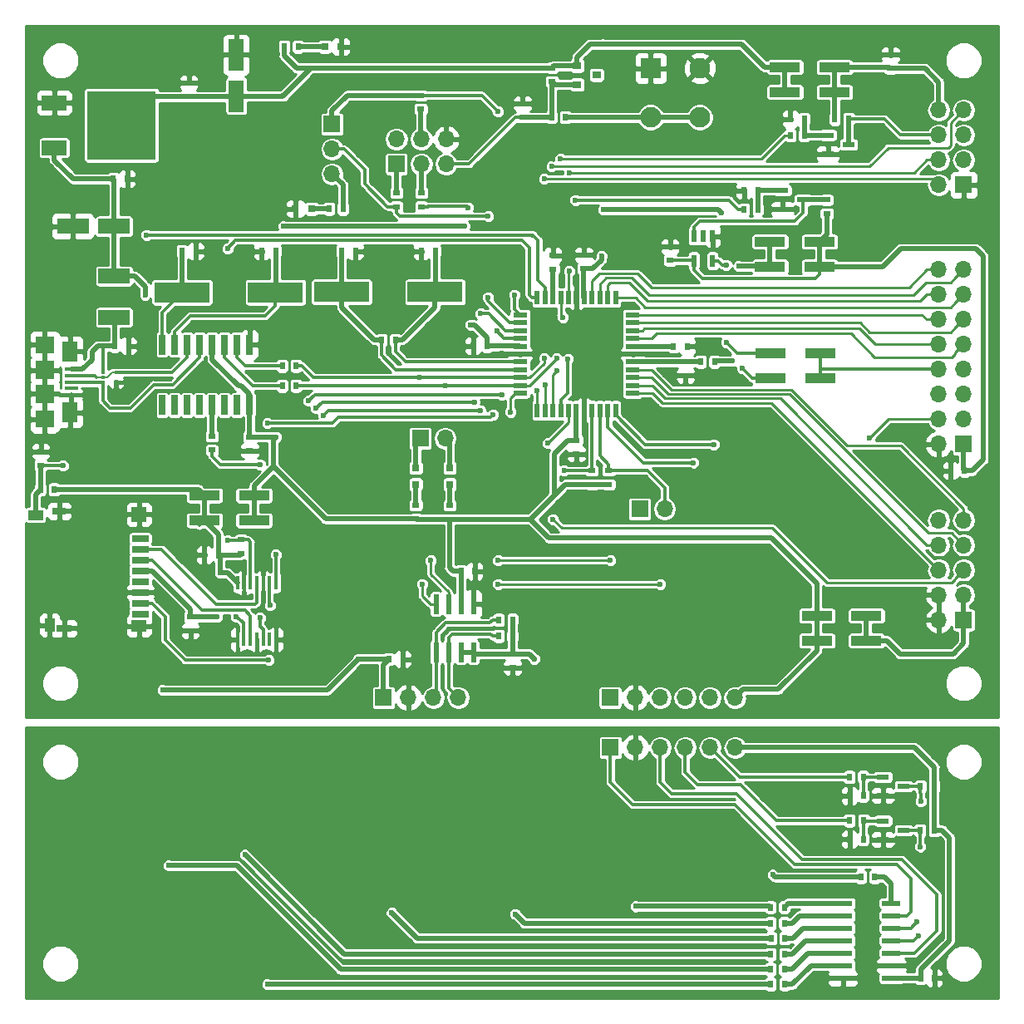
<source format=gtl>
G04 #@! TF.GenerationSoftware,KiCad,Pcbnew,(5.0.0)*
G04 #@! TF.CreationDate,2018-10-17T18:23:53+02:00*
G04 #@! TF.ProjectId,CameraSystem,43616D65726153797374656D2E6B6963,rev?*
G04 #@! TF.SameCoordinates,Original*
G04 #@! TF.FileFunction,Copper,L1,Top,Signal*
G04 #@! TF.FilePolarity,Positive*
%FSLAX46Y46*%
G04 Gerber Fmt 4.6, Leading zero omitted, Abs format (unit mm)*
G04 Created by KiCad (PCBNEW (5.0.0)) date 10/17/18 18:23:53*
%MOMM*%
%LPD*%
G01*
G04 APERTURE LIST*
G04 #@! TA.AperFunction,SMDPad,CuDef*
%ADD10R,0.800000X0.800000*%
G04 #@! TD*
G04 #@! TA.AperFunction,SMDPad,CuDef*
%ADD11R,0.450000X0.300000*%
G04 #@! TD*
G04 #@! TA.AperFunction,SMDPad,CuDef*
%ADD12R,0.600000X0.800000*%
G04 #@! TD*
G04 #@! TA.AperFunction,SMDPad,CuDef*
%ADD13R,1.750000X0.700000*%
G04 #@! TD*
G04 #@! TA.AperFunction,SMDPad,CuDef*
%ADD14R,1.500000X1.500000*%
G04 #@! TD*
G04 #@! TA.AperFunction,SMDPad,CuDef*
%ADD15R,1.500000X1.300000*%
G04 #@! TD*
G04 #@! TA.AperFunction,SMDPad,CuDef*
%ADD16R,1.500000X0.800000*%
G04 #@! TD*
G04 #@! TA.AperFunction,SMDPad,CuDef*
%ADD17R,1.400000X0.800000*%
G04 #@! TD*
G04 #@! TA.AperFunction,SMDPad,CuDef*
%ADD18R,1.550000X1.000000*%
G04 #@! TD*
G04 #@! TA.AperFunction,SMDPad,CuDef*
%ADD19R,1.000000X1.450000*%
G04 #@! TD*
G04 #@! TA.AperFunction,ComponentPad*
%ADD20O,1.700000X1.700000*%
G04 #@! TD*
G04 #@! TA.AperFunction,ComponentPad*
%ADD21R,1.700000X1.700000*%
G04 #@! TD*
G04 #@! TA.AperFunction,SMDPad,CuDef*
%ADD22R,1.970000X0.600000*%
G04 #@! TD*
G04 #@! TA.AperFunction,SMDPad,CuDef*
%ADD23R,1.350000X0.400000*%
G04 #@! TD*
G04 #@! TA.AperFunction,SMDPad,CuDef*
%ADD24R,1.600000X2.100000*%
G04 #@! TD*
G04 #@! TA.AperFunction,SMDPad,CuDef*
%ADD25R,1.900000X1.900000*%
G04 #@! TD*
G04 #@! TA.AperFunction,SMDPad,CuDef*
%ADD26R,1.900000X1.800000*%
G04 #@! TD*
G04 #@! TA.AperFunction,SMDPad,CuDef*
%ADD27R,0.660400X2.032000*%
G04 #@! TD*
G04 #@! TA.AperFunction,SMDPad,CuDef*
%ADD28R,0.800000X0.600000*%
G04 #@! TD*
G04 #@! TA.AperFunction,SMDPad,CuDef*
%ADD29R,3.200000X1.600000*%
G04 #@! TD*
G04 #@! TA.AperFunction,SMDPad,CuDef*
%ADD30R,1.600000X3.200000*%
G04 #@! TD*
G04 #@! TA.AperFunction,SMDPad,CuDef*
%ADD31R,0.900000X0.800000*%
G04 #@! TD*
G04 #@! TA.AperFunction,SMDPad,CuDef*
%ADD32R,3.200000X1.500000*%
G04 #@! TD*
G04 #@! TA.AperFunction,SMDPad,CuDef*
%ADD33R,3.150000X1.000000*%
G04 #@! TD*
G04 #@! TA.AperFunction,SMDPad,CuDef*
%ADD34R,1.300000X0.600000*%
G04 #@! TD*
G04 #@! TA.AperFunction,ComponentPad*
%ADD35R,2.100000X2.100000*%
G04 #@! TD*
G04 #@! TA.AperFunction,ComponentPad*
%ADD36C,2.100000*%
G04 #@! TD*
G04 #@! TA.AperFunction,SMDPad,CuDef*
%ADD37R,1.473200X0.508000*%
G04 #@! TD*
G04 #@! TA.AperFunction,SMDPad,CuDef*
%ADD38R,0.508000X1.473200*%
G04 #@! TD*
G04 #@! TA.AperFunction,SMDPad,CuDef*
%ADD39R,0.410000X1.460000*%
G04 #@! TD*
G04 #@! TA.AperFunction,SMDPad,CuDef*
%ADD40R,0.550000X1.300000*%
G04 #@! TD*
G04 #@! TA.AperFunction,SMDPad,CuDef*
%ADD41R,0.600000X2.000000*%
G04 #@! TD*
G04 #@! TA.AperFunction,SMDPad,CuDef*
%ADD42R,5.600000X2.100000*%
G04 #@! TD*
G04 #@! TA.AperFunction,SMDPad,CuDef*
%ADD43R,7.000000X7.000000*%
G04 #@! TD*
G04 #@! TA.AperFunction,SMDPad,CuDef*
%ADD44R,2.500000X1.500000*%
G04 #@! TD*
G04 #@! TA.AperFunction,ViaPad*
%ADD45C,0.600000*%
G04 #@! TD*
G04 #@! TA.AperFunction,Conductor*
%ADD46C,0.500000*%
G04 #@! TD*
G04 #@! TA.AperFunction,Conductor*
%ADD47C,0.300000*%
G04 #@! TD*
G04 #@! TA.AperFunction,Conductor*
%ADD48C,0.200000*%
G04 #@! TD*
G04 #@! TA.AperFunction,Conductor*
%ADD49C,0.250000*%
G04 #@! TD*
G04 #@! TA.AperFunction,Conductor*
%ADD50C,0.254000*%
G04 #@! TD*
G04 APERTURE END LIST*
D10*
G04 #@! TO.P,D2,2*
G04 #@! TO.N,Net-(D2-Pad2)*
X60198000Y-67169800D03*
G04 #@! TO.P,D2,1*
G04 #@! TO.N,/Microcontroller/SPI_RX*
X60198000Y-65519800D03*
G04 #@! TD*
D11*
G04 #@! TO.P,D1,4*
G04 #@! TO.N,GND*
X29669100Y-56766080D03*
G04 #@! TO.P,D1,5*
G04 #@! TO.N,/Input_Interface/USB_DN*
X29669100Y-55766080D03*
G04 #@! TO.P,D1,1*
G04 #@! TO.N,Net-(C5-Pad1)*
X28319100Y-55766080D03*
G04 #@! TO.P,D1,2*
G04 #@! TO.N,/Input_Interface/USB_DN*
X28319100Y-56266080D03*
G04 #@! TO.P,D1,3*
G04 #@! TO.N,/Input_Interface/USB_DP*
X28319100Y-56766080D03*
G04 #@! TD*
D12*
G04 #@! TO.P,C21,1*
G04 #@! TO.N,/Camera/VDD_3V3_IN*
X116078000Y-65786000D03*
G04 #@! TO.P,C21,2*
G04 #@! TO.N,GND*
X114678000Y-65786000D03*
G04 #@! TD*
D13*
G04 #@! TO.P,J8,4*
G04 #@! TO.N,/Memory/VDD_3V3_IN*
X32131000Y-76000000D03*
G04 #@! TO.P,J8,5*
G04 #@! TO.N,N/C*
X32131000Y-77100000D03*
G04 #@! TO.P,J8,6*
G04 #@! TO.N,GND*
X32131000Y-78200000D03*
G04 #@! TO.P,J8,7*
G04 #@! TO.N,/Memory/SD_DATA_OUT*
X32131000Y-79300000D03*
G04 #@! TO.P,J8,3*
G04 #@! TO.N,/Memory/SD_DATA_IN*
X32131000Y-74900000D03*
G04 #@! TO.P,J8,2*
G04 #@! TO.N,/Memory/SD_CS_IN*
X32131000Y-73800000D03*
G04 #@! TO.P,J8,1*
G04 #@! TO.N,N/C*
X32131000Y-72700000D03*
G04 #@! TO.P,J8,8*
X32131000Y-80400000D03*
D14*
G04 #@! TO.P,J8,11*
G04 #@! TO.N,GND*
X32006000Y-70250000D03*
D15*
X32006000Y-81600000D03*
D16*
X24406000Y-81850000D03*
D17*
X23881000Y-69900000D03*
D18*
G04 #@! TO.P,J8,10*
G04 #@! TO.N,/Memory/_SD_DET*
X21456000Y-70300000D03*
D19*
G04 #@! TO.P,J8,9*
G04 #@! TO.N,GND*
X22906000Y-81525000D03*
G04 #@! TD*
D20*
G04 #@! TO.P,J12,6*
G04 #@! TO.N,/Keypad/VDD_3V3*
X92710000Y-93980000D03*
G04 #@! TO.P,J12,5*
G04 #@! TO.N,/Keypad/QT_RST*
X90170000Y-93980000D03*
G04 #@! TO.P,J12,4*
G04 #@! TO.N,/Keypad/QT_CHN*
X87630000Y-93980000D03*
G04 #@! TO.P,J12,3*
G04 #@! TO.N,/Keypad/SDA_3V3*
X85090000Y-93980000D03*
G04 #@! TO.P,J12,2*
G04 #@! TO.N,/Keypad/QP_GND*
X82550000Y-93980000D03*
D21*
G04 #@! TO.P,J12,1*
G04 #@! TO.N,/Keypad/SCL_3V3*
X80010000Y-93980000D03*
G04 #@! TD*
D22*
G04 #@! TO.P,U10,1*
G04 #@! TO.N,/Keypad/VDD_3V3*
X108642000Y-117475000D03*
G04 #@! TO.P,U10,2*
G04 #@! TO.N,/Keypad/QP_GND*
X108642000Y-116205000D03*
G04 #@! TO.P,U10,3*
G04 #@! TO.N,/Keypad/SDA_3V3*
X108642000Y-114935000D03*
G04 #@! TO.P,U10,4*
G04 #@! TO.N,/Keypad/_QT_RST_IN*
X108642000Y-113665000D03*
G04 #@! TO.P,U10,5*
G04 #@! TO.N,/Keypad/_QT_CHN_IN*
X108642000Y-112395000D03*
G04 #@! TO.P,U10,6*
G04 #@! TO.N,/Keypad/SCL_3V3*
X108642000Y-111125000D03*
G04 #@! TO.P,U10,7*
G04 #@! TO.N,Net-(R34-Pad1)*
X108642000Y-109855000D03*
G04 #@! TO.P,U10,8*
G04 #@! TO.N,Net-(R43-Pad2)*
X103702000Y-109855000D03*
G04 #@! TO.P,U10,9*
G04 #@! TO.N,Net-(R40-Pad2)*
X103702000Y-111125000D03*
G04 #@! TO.P,U10,10*
G04 #@! TO.N,Net-(R42-Pad2)*
X103702000Y-112395000D03*
G04 #@! TO.P,U10,11*
G04 #@! TO.N,Net-(R39-Pad2)*
X103702000Y-113665000D03*
G04 #@! TO.P,U10,12*
G04 #@! TO.N,Net-(R41-Pad2)*
X103702000Y-114935000D03*
G04 #@! TO.P,U10,13*
G04 #@! TO.N,Net-(R38-Pad2)*
X103702000Y-116205000D03*
G04 #@! TO.P,U10,14*
G04 #@! TO.N,/Keypad/QP_GND*
X103702000Y-117475000D03*
G04 #@! TD*
D23*
G04 #@! TO.P,J1,3*
G04 #@! TO.N,/Input_Interface/USB_DP*
X25087960Y-56753760D03*
G04 #@! TO.P,J1,2*
G04 #@! TO.N,/Input_Interface/USB_DN*
X25087960Y-56103760D03*
G04 #@! TO.P,J1,5*
G04 #@! TO.N,GND*
X25087960Y-58053760D03*
G04 #@! TO.P,J1,4*
G04 #@! TO.N,N/C*
X25087960Y-57403760D03*
G04 #@! TO.P,J1,1*
G04 #@! TO.N,Net-(C5-Pad1)*
X25087960Y-55453760D03*
D24*
G04 #@! TO.P,J1,SH*
G04 #@! TO.N,GND*
X24962960Y-59853760D03*
X24962960Y-53653760D03*
D25*
X22412960Y-57953760D03*
X22412960Y-55553760D03*
D26*
X22412960Y-60553760D03*
X22412960Y-52953760D03*
G04 #@! TD*
D27*
G04 #@! TO.P,U1,1*
G04 #@! TO.N,GND*
X43256200Y-52959000D03*
G04 #@! TO.P,U1,16*
G04 #@! TO.N,/Camera/VDD_3V3*
X43256200Y-59105800D03*
G04 #@! TO.P,U1,2*
G04 #@! TO.N,Net-(R2-Pad1)*
X41986200Y-52959000D03*
G04 #@! TO.P,U1,3*
G04 #@! TO.N,Net-(R1-Pad1)*
X40716200Y-52959000D03*
G04 #@! TO.P,U1,15*
G04 #@! TO.N,N/C*
X41986200Y-59105800D03*
G04 #@! TO.P,U1,14*
X40716200Y-59105800D03*
G04 #@! TO.P,U1,4*
G04 #@! TO.N,/Camera/VDD_3V3*
X39446200Y-52959000D03*
G04 #@! TO.P,U1,13*
G04 #@! TO.N,Net-(C6-Pad1)*
X39446200Y-59105800D03*
G04 #@! TO.P,U1,5*
G04 #@! TO.N,/Input_Interface/USB_DP*
X38176200Y-52959000D03*
G04 #@! TO.P,U1,12*
G04 #@! TO.N,N/C*
X38176200Y-59105800D03*
G04 #@! TO.P,U1,6*
G04 #@! TO.N,/Input_Interface/USB_DN*
X36906200Y-52959000D03*
G04 #@! TO.P,U1,7*
G04 #@! TO.N,Net-(C3-Pad1)*
X35636200Y-52959000D03*
G04 #@! TO.P,U1,11*
G04 #@! TO.N,N/C*
X36906200Y-59105800D03*
G04 #@! TO.P,U1,10*
X35636200Y-59105800D03*
G04 #@! TO.P,U1,8*
G04 #@! TO.N,Net-(C4-Pad1)*
X34366200Y-52959000D03*
G04 #@! TO.P,U1,9*
G04 #@! TO.N,N/C*
X34366200Y-59105800D03*
G04 #@! TD*
D12*
G04 #@! TO.P,C3,2*
G04 #@! TO.N,GND*
X44512000Y-43434000D03*
G04 #@! TO.P,C3,1*
G04 #@! TO.N,Net-(C3-Pad1)*
X45912000Y-43434000D03*
G04 #@! TD*
G04 #@! TO.P,C4,1*
G04 #@! TO.N,Net-(C4-Pad1)*
X36384000Y-43434000D03*
G04 #@! TO.P,C4,2*
G04 #@! TO.N,GND*
X37784000Y-43434000D03*
G04 #@! TD*
G04 #@! TO.P,C5,2*
G04 #@! TO.N,GND*
X30926000Y-53086000D03*
G04 #@! TO.P,C5,1*
G04 #@! TO.N,Net-(C5-Pad1)*
X29526000Y-53086000D03*
G04 #@! TD*
D28*
G04 #@! TO.P,C6,2*
G04 #@! TO.N,/Input_Interface/SPI_RST*
X39420800Y-63692000D03*
G04 #@! TO.P,C6,1*
G04 #@! TO.N,Net-(C6-Pad1)*
X39420800Y-62292000D03*
G04 #@! TD*
G04 #@! TO.P,C7,1*
G04 #@! TO.N,/Camera/VDD_3V3*
X43281600Y-62342800D03*
G04 #@! TO.P,C7,2*
G04 #@! TO.N,GND*
X43281600Y-63742800D03*
G04 #@! TD*
D29*
G04 #@! TO.P,C8,2*
G04 #@! TO.N,GND*
X25264000Y-40894000D03*
G04 #@! TO.P,C8,1*
G04 #@! TO.N,/Display/VDD_5V0*
X29464000Y-40894000D03*
G04 #@! TD*
D30*
G04 #@! TO.P,C9,1*
G04 #@! TO.N,/Camera/VDD_3V3*
X41910000Y-27627000D03*
G04 #@! TO.P,C9,2*
G04 #@! TO.N,GND*
X41910000Y-23427000D03*
G04 #@! TD*
D28*
G04 #@! TO.P,C10,1*
G04 #@! TO.N,/Input_Interface/SPI_RST*
X71069200Y-29808400D03*
G04 #@! TO.P,C10,2*
G04 #@! TO.N,GND*
X71069200Y-28408400D03*
G04 #@! TD*
D12*
G04 #@! TO.P,C11,1*
G04 #@! TO.N,Net-(C11-Pad1)*
X62168000Y-43434000D03*
G04 #@! TO.P,C11,2*
G04 #@! TO.N,GND*
X60768000Y-43434000D03*
G04 #@! TD*
G04 #@! TO.P,C12,2*
G04 #@! TO.N,GND*
X54040000Y-43434000D03*
G04 #@! TO.P,C12,1*
G04 #@! TO.N,Net-(C12-Pad1)*
X52640000Y-43434000D03*
G04 #@! TD*
G04 #@! TO.P,C13,1*
G04 #@! TO.N,Net-(C13-Pad1)*
X86461600Y-53136800D03*
G04 #@! TO.P,C13,2*
G04 #@! TO.N,GND*
X87861600Y-53136800D03*
G04 #@! TD*
D28*
G04 #@! TO.P,C14,2*
G04 #@! TO.N,GND*
X77317600Y-43812000D03*
G04 #@! TO.P,C14,1*
G04 #@! TO.N,/Camera/VDD_3V3*
X77317600Y-45212000D03*
G04 #@! TD*
G04 #@! TO.P,C15,2*
G04 #@! TO.N,GND*
X76555600Y-64098400D03*
G04 #@! TO.P,C15,1*
G04 #@! TO.N,/Camera/VDD_3V3*
X76555600Y-62698400D03*
G04 #@! TD*
D12*
G04 #@! TO.P,C16,2*
G04 #@! TO.N,GND*
X66040000Y-53086000D03*
G04 #@! TO.P,C16,1*
G04 #@! TO.N,/Camera/VDD_3V3*
X67440000Y-53086000D03*
G04 #@! TD*
D28*
G04 #@! TO.P,C17,1*
G04 #@! TO.N,Net-(C17-Pad1)*
X87670640Y-54682160D03*
G04 #@! TO.P,C17,2*
G04 #@! TO.N,GND*
X87670640Y-56082160D03*
G04 #@! TD*
G04 #@! TO.P,C18,2*
G04 #@! TO.N,GND*
X108559600Y-23430000D03*
G04 #@! TO.P,C18,1*
G04 #@! TO.N,/Wifi/VDD_3V3_IN*
X108559600Y-24830000D03*
G04 #@! TD*
G04 #@! TO.P,C19,1*
G04 #@! TO.N,/Memory/VDD_3V3_IN*
X37236400Y-80692800D03*
G04 #@! TO.P,C19,2*
G04 #@! TO.N,GND*
X37236400Y-82092800D03*
G04 #@! TD*
D12*
G04 #@! TO.P,C20,2*
G04 #@! TO.N,/Memory/VDD_3V3_IN*
X40070000Y-74371200D03*
G04 #@! TO.P,C20,1*
G04 #@! TO.N,GND*
X38670000Y-74371200D03*
G04 #@! TD*
D28*
G04 #@! TO.P,C22,2*
G04 #@! TO.N,GND*
X86106000Y-42988000D03*
G04 #@! TO.P,C22,1*
G04 #@! TO.N,/Camera/VDD_3V3_IN*
X86106000Y-44388000D03*
G04 #@! TD*
D12*
G04 #@! TO.P,C23,2*
G04 #@! TO.N,GND*
X58866000Y-84988400D03*
G04 #@! TO.P,C23,1*
G04 #@! TO.N,/Display/VDD_5V0*
X57466000Y-84988400D03*
G04 #@! TD*
G04 #@! TO.P,C24,2*
G04 #@! TO.N,GND*
X66220800Y-76047600D03*
G04 #@! TO.P,C24,1*
G04 #@! TO.N,/Camera/VDD_3V3*
X64820800Y-76047600D03*
G04 #@! TD*
D28*
G04 #@! TO.P,C25,1*
G04 #@! TO.N,/Display/VDD_5V0*
X70053200Y-84440800D03*
G04 #@! TO.P,C25,2*
G04 #@! TO.N,GND*
X70053200Y-85840800D03*
G04 #@! TD*
D12*
G04 #@! TO.P,C26,2*
G04 #@! TO.N,/Keypad/QP_GND*
X113033000Y-117475000D03*
G04 #@! TO.P,C26,1*
G04 #@! TO.N,/Keypad/VDD_3V3*
X111633000Y-117475000D03*
G04 #@! TD*
D28*
G04 #@! TO.P,C27,1*
G04 #@! TO.N,/Memory/_SD_DET*
X21996400Y-65241400D03*
G04 #@! TO.P,C27,2*
G04 #@! TO.N,GND*
X21996400Y-63841400D03*
G04 #@! TD*
D10*
G04 #@! TO.P,D3,1*
G04 #@! TO.N,/Microcontroller/SPI_TX*
X63652400Y-65519800D03*
G04 #@! TO.P,D3,2*
G04 #@! TO.N,Net-(D3-Pad2)*
X63652400Y-67169800D03*
G04 #@! TD*
G04 #@! TO.P,D4,2*
G04 #@! TO.N,Net-(D4-Pad2)*
X50928000Y-22606000D03*
G04 #@! TO.P,D4,1*
G04 #@! TO.N,GND*
X52578000Y-22606000D03*
G04 #@! TD*
D31*
G04 #@! TO.P,D5,1*
G04 #@! TO.N,/Camera/VDD_3V3*
X76622400Y-24551600D03*
G04 #@! TO.P,D5,3*
G04 #@! TO.N,N/C*
X78622400Y-25501600D03*
G04 #@! TO.P,D5,2*
G04 #@! TO.N,/Input_Interface/SPI_RST*
X76622400Y-26451600D03*
G04 #@! TD*
D10*
G04 #@! TO.P,D6,1*
G04 #@! TO.N,GND*
X47943000Y-39116000D03*
G04 #@! TO.P,D6,2*
G04 #@! TO.N,Net-(D6-Pad2)*
X49593000Y-39116000D03*
G04 #@! TD*
D32*
G04 #@! TO.P,F1,1*
G04 #@! TO.N,/Display/VDD_5V0*
X29464000Y-45965000D03*
G04 #@! TO.P,F1,2*
G04 #@! TO.N,Net-(C5-Pad1)*
X29464000Y-50165000D03*
G04 #@! TD*
D12*
G04 #@! TO.P,FB1,2*
G04 #@! TO.N,/Camera/VDD_3V3*
X90616000Y-54711600D03*
G04 #@! TO.P,FB1,1*
G04 #@! TO.N,Net-(C17-Pad1)*
X89216000Y-54711600D03*
G04 #@! TD*
D20*
G04 #@! TO.P,J2,6*
G04 #@! TO.N,GND*
X63296800Y-32004000D03*
G04 #@! TO.P,J2,5*
G04 #@! TO.N,/Input_Interface/SPI_RST*
X63296800Y-34544000D03*
G04 #@! TO.P,J2,4*
G04 #@! TO.N,Net-(J2-Pad4)*
X60756800Y-32004000D03*
G04 #@! TO.P,J2,3*
G04 #@! TO.N,Net-(J2-Pad3)*
X60756800Y-34544000D03*
G04 #@! TO.P,J2,2*
G04 #@! TO.N,/Camera/VDD_3V3*
X58216800Y-32004000D03*
D21*
G04 #@! TO.P,J2,1*
G04 #@! TO.N,Net-(J2-Pad1)*
X58216800Y-34544000D03*
G04 #@! TD*
G04 #@! TO.P,J3,1*
G04 #@! TO.N,/Camera/SCL_3V3*
X83007200Y-69697600D03*
D20*
G04 #@! TO.P,J3,2*
G04 #@! TO.N,/Camera/SDA_3V3*
X85547200Y-69697600D03*
G04 #@! TD*
G04 #@! TO.P,J4,3*
G04 #@! TO.N,/Microcontroller/SCK*
X51663600Y-35560000D03*
G04 #@! TO.P,J4,2*
G04 #@! TO.N,/Microcontroller/MISO*
X51663600Y-33020000D03*
D21*
G04 #@! TO.P,J4,1*
G04 #@! TO.N,/Microcontroller/MOSI*
X51663600Y-30480000D03*
G04 #@! TD*
D20*
G04 #@! TO.P,J5,2*
G04 #@! TO.N,/Microcontroller/SPI_TX*
X63195200Y-62484000D03*
D21*
G04 #@! TO.P,J5,1*
G04 #@! TO.N,/Microcontroller/SPI_RX*
X60655200Y-62484000D03*
G04 #@! TD*
D33*
G04 #@! TO.P,J6,1*
G04 #@! TO.N,/Camera/VDD_3V3*
X97805000Y-24688800D03*
G04 #@! TO.P,J6,2*
G04 #@! TO.N,/Wifi/VDD_3V3_IN*
X102855000Y-24688800D03*
G04 #@! TO.P,J6,3*
G04 #@! TO.N,/Camera/VDD_3V3*
X97805000Y-27228800D03*
G04 #@! TO.P,J6,4*
G04 #@! TO.N,/Wifi/VDD_3V3_IN*
X102855000Y-27228800D03*
G04 #@! TD*
G04 #@! TO.P,J7,4*
G04 #@! TO.N,/Memory/VDD_3V3_IN*
X38673800Y-68326000D03*
G04 #@! TO.P,J7,3*
G04 #@! TO.N,/Camera/VDD_3V3*
X43723800Y-68326000D03*
G04 #@! TO.P,J7,2*
G04 #@! TO.N,/Memory/VDD_3V3_IN*
X38673800Y-70866000D03*
G04 #@! TO.P,J7,1*
G04 #@! TO.N,/Camera/VDD_3V3*
X43723800Y-70866000D03*
G04 #@! TD*
G04 #@! TO.P,J9,1*
G04 #@! TO.N,/Camera/VDD_3V3*
X96281000Y-42468800D03*
G04 #@! TO.P,J9,2*
G04 #@! TO.N,/Camera/VDD_3V3_IN*
X101331000Y-42468800D03*
G04 #@! TO.P,J9,3*
G04 #@! TO.N,/Camera/VDD_3V3*
X96281000Y-45008800D03*
G04 #@! TO.P,J9,4*
G04 #@! TO.N,/Camera/VDD_3V3_IN*
X101331000Y-45008800D03*
G04 #@! TD*
G04 #@! TO.P,J10,4*
G04 #@! TO.N,Net-(J10-Pad4)*
X96331800Y-53848000D03*
G04 #@! TO.P,J10,3*
G04 #@! TO.N,Net-(J10-Pad1)*
X101381800Y-53848000D03*
G04 #@! TO.P,J10,2*
G04 #@! TO.N,/Camera/CAM_CLK*
X96331800Y-56388000D03*
G04 #@! TO.P,J10,1*
G04 #@! TO.N,Net-(J10-Pad1)*
X101381800Y-56388000D03*
G04 #@! TD*
D21*
G04 #@! TO.P,J11,1*
G04 #@! TO.N,/Camera/SCL_3V3*
X80000000Y-88900000D03*
D20*
G04 #@! TO.P,J11,2*
G04 #@! TO.N,GND*
X82540000Y-88900000D03*
G04 #@! TO.P,J11,3*
G04 #@! TO.N,/Camera/SDA_3V3*
X85080000Y-88900000D03*
G04 #@! TO.P,J11,4*
G04 #@! TO.N,/Microcontroller/QT_CHN*
X87620000Y-88900000D03*
G04 #@! TO.P,J11,5*
G04 #@! TO.N,/Microcontroller/QT_RST*
X90160000Y-88900000D03*
G04 #@! TO.P,J11,6*
G04 #@! TO.N,/Camera/VDD_3V3*
X92700000Y-88900000D03*
G04 #@! TD*
D33*
G04 #@! TO.P,J13,4*
G04 #@! TO.N,/Motor/VDD_3V3_CON_IN*
X106106200Y-83108800D03*
G04 #@! TO.P,J13,3*
G04 #@! TO.N,/Camera/VDD_3V3*
X101056200Y-83108800D03*
G04 #@! TO.P,J13,2*
G04 #@! TO.N,/Motor/VDD_3V3_CON_IN*
X106106200Y-80568800D03*
G04 #@! TO.P,J13,1*
G04 #@! TO.N,/Camera/VDD_3V3*
X101056200Y-80568800D03*
G04 #@! TD*
D20*
G04 #@! TO.P,J14,10*
G04 #@! TO.N,N/C*
X113460000Y-70840000D03*
G04 #@! TO.P,J14,9*
G04 #@! TO.N,/Microcontroller/SENSOR2*
X116000000Y-70840000D03*
G04 #@! TO.P,J14,8*
G04 #@! TO.N,/Microcontroller/M_EN*
X113460000Y-73380000D03*
G04 #@! TO.P,J14,7*
G04 #@! TO.N,/Microcontroller/SENSOR1*
X116000000Y-73380000D03*
G04 #@! TO.P,J14,6*
G04 #@! TO.N,/Microcontroller/M_DIR*
X113460000Y-75920000D03*
G04 #@! TO.P,J14,5*
G04 #@! TO.N,/Microcontroller/M_PWM*
X116000000Y-75920000D03*
G04 #@! TO.P,J14,4*
G04 #@! TO.N,GND*
X113460000Y-78460000D03*
G04 #@! TO.P,J14,3*
G04 #@! TO.N,/Motor/VDD_3V3_CON_IN*
X116000000Y-78460000D03*
G04 #@! TO.P,J14,2*
G04 #@! TO.N,GND*
X113460000Y-81000000D03*
D21*
G04 #@! TO.P,J14,1*
G04 #@! TO.N,/Motor/VDD_3V3_CON_IN*
X116000000Y-81000000D03*
G04 #@! TD*
D34*
G04 #@! TO.P,Q1,3*
G04 #@! TO.N,Net-(Q1-Pad3)*
X104275600Y-32562800D03*
G04 #@! TO.P,Q1,2*
G04 #@! TO.N,GND*
X102175600Y-33512800D03*
G04 #@! TO.P,Q1,1*
G04 #@! TO.N,Net-(Q1-Pad1)*
X102175600Y-31612800D03*
G04 #@! TD*
G04 #@! TO.P,Q2,3*
G04 #@! TO.N,Net-(Q2-Pad3)*
X99652800Y-38201600D03*
G04 #@! TO.P,Q2,2*
G04 #@! TO.N,GND*
X97552800Y-39151600D03*
G04 #@! TO.P,Q2,1*
G04 #@! TO.N,Net-(Q2-Pad1)*
X97552800Y-37251600D03*
G04 #@! TD*
G04 #@! TO.P,Q3,1*
G04 #@! TO.N,Net-(Q3-Pad1)*
X107789000Y-96992400D03*
G04 #@! TO.P,Q3,2*
G04 #@! TO.N,/Keypad/QP_GND*
X107789000Y-98892400D03*
G04 #@! TO.P,Q3,3*
G04 #@! TO.N,/Keypad/_QT_RST_IN*
X109889000Y-97942400D03*
G04 #@! TD*
G04 #@! TO.P,Q4,1*
G04 #@! TO.N,Net-(Q4-Pad1)*
X107789000Y-101462800D03*
G04 #@! TO.P,Q4,2*
G04 #@! TO.N,/Keypad/QP_GND*
X107789000Y-103362800D03*
G04 #@! TO.P,Q4,3*
G04 #@! TO.N,/Keypad/_QT_CHN_IN*
X109889000Y-102412800D03*
G04 #@! TD*
D12*
G04 #@! TO.P,R1,2*
G04 #@! TO.N,/Microcontroller/SPI_TX*
X47994800Y-57150000D03*
G04 #@! TO.P,R1,1*
G04 #@! TO.N,Net-(R1-Pad1)*
X46594800Y-57150000D03*
G04 #@! TD*
G04 #@! TO.P,R2,1*
G04 #@! TO.N,Net-(R2-Pad1)*
X46594800Y-55118000D03*
G04 #@! TO.P,R2,2*
G04 #@! TO.N,/Microcontroller/SPI_RX*
X47994800Y-55118000D03*
G04 #@! TD*
D28*
G04 #@! TO.P,R3,2*
G04 #@! TO.N,Net-(D2-Pad2)*
X60198000Y-69302400D03*
G04 #@! TO.P,R3,1*
G04 #@! TO.N,/Camera/VDD_3V3*
X60198000Y-70702400D03*
G04 #@! TD*
G04 #@! TO.P,R4,1*
G04 #@! TO.N,/Camera/VDD_3V3*
X63652400Y-70753200D03*
G04 #@! TO.P,R4,2*
G04 #@! TO.N,Net-(D3-Pad2)*
X63652400Y-69353200D03*
G04 #@! TD*
D12*
G04 #@! TO.P,R5,1*
G04 #@! TO.N,/Camera/VDD_3V3*
X46798000Y-22606000D03*
G04 #@! TO.P,R5,2*
G04 #@! TO.N,Net-(D4-Pad2)*
X48198000Y-22606000D03*
G04 #@! TD*
D28*
G04 #@! TO.P,R6,1*
G04 #@! TO.N,Net-(J2-Pad1)*
X58216800Y-37490400D03*
G04 #@! TO.P,R6,2*
G04 #@! TO.N,/Microcontroller/MISO*
X58216800Y-38890400D03*
G04 #@! TD*
G04 #@! TO.P,R7,2*
G04 #@! TO.N,/Microcontroller/SCK*
X60756800Y-38890400D03*
G04 #@! TO.P,R7,1*
G04 #@! TO.N,Net-(J2-Pad3)*
X60756800Y-37490400D03*
G04 #@! TD*
G04 #@! TO.P,R8,1*
G04 #@! TO.N,/Camera/VDD_3V3*
X74066400Y-24750800D03*
G04 #@! TO.P,R8,2*
G04 #@! TO.N,/Input_Interface/SPI_RST*
X74066400Y-26150800D03*
G04 #@! TD*
D12*
G04 #@! TO.P,R9,1*
G04 #@! TO.N,/Input_Interface/SPI_RST*
X74026800Y-29768800D03*
G04 #@! TO.P,R9,2*
G04 #@! TO.N,Net-(R9-Pad2)*
X75426800Y-29768800D03*
G04 #@! TD*
D28*
G04 #@! TO.P,R10,2*
G04 #@! TO.N,Net-(J2-Pad4)*
X60706000Y-28959000D03*
G04 #@! TO.P,R10,1*
G04 #@! TO.N,/Microcontroller/MOSI*
X60706000Y-27559000D03*
G04 #@! TD*
D12*
G04 #@! TO.P,R11,1*
G04 #@! TO.N,Net-(C12-Pad1)*
X56704000Y-52476400D03*
G04 #@! TO.P,R11,2*
G04 #@! TO.N,Net-(C11-Pad1)*
X58104000Y-52476400D03*
G04 #@! TD*
G04 #@! TO.P,R12,2*
G04 #@! TO.N,/Memory/VDD_3V3_IN*
X23356800Y-67691000D03*
G04 #@! TO.P,R12,1*
G04 #@! TO.N,/Memory/_SD_DET*
X21956800Y-67691000D03*
G04 #@! TD*
D28*
G04 #@! TO.P,R16,2*
G04 #@! TO.N,Net-(R16-Pad2)*
X74168000Y-45262800D03*
G04 #@! TO.P,R16,1*
G04 #@! TO.N,GND*
X74168000Y-43862800D03*
G04 #@! TD*
G04 #@! TO.P,R19,1*
G04 #@! TO.N,/Camera/SCL_3V3*
X78130400Y-65797200D03*
G04 #@! TO.P,R19,2*
G04 #@! TO.N,/Camera/VDD_3V3*
X78130400Y-67197200D03*
G04 #@! TD*
G04 #@! TO.P,R20,1*
G04 #@! TO.N,/Camera/SDA_3V3*
X79857600Y-65797200D03*
G04 #@! TO.P,R20,2*
G04 #@! TO.N,/Camera/VDD_3V3*
X79857600Y-67197200D03*
G04 #@! TD*
D12*
G04 #@! TO.P,R21,2*
G04 #@! TO.N,/Microcontroller/SCK*
X52770000Y-39116000D03*
G04 #@! TO.P,R21,1*
G04 #@! TO.N,Net-(D6-Pad2)*
X51370000Y-39116000D03*
G04 #@! TD*
G04 #@! TO.P,R22,1*
G04 #@! TO.N,Net-(Q1-Pad1)*
X99760000Y-31648400D03*
G04 #@! TO.P,R22,2*
G04 #@! TO.N,/Microcontroller/WIFI_RST*
X98360000Y-31648400D03*
G04 #@! TD*
G04 #@! TO.P,R23,2*
G04 #@! TO.N,Net-(Q1-Pad1)*
X99760000Y-29972000D03*
G04 #@! TO.P,R23,1*
G04 #@! TO.N,GND*
X98360000Y-29972000D03*
G04 #@! TD*
G04 #@! TO.P,R24,1*
G04 #@! TO.N,Net-(Q1-Pad3)*
X104281200Y-29972000D03*
G04 #@! TO.P,R24,2*
G04 #@! TO.N,/Wifi/VDD_3V3_IN*
X102881200Y-29972000D03*
G04 #@! TD*
D28*
G04 #@! TO.P,R25,1*
G04 #@! TO.N,/Microcontroller/CS*
X42418000Y-72833000D03*
G04 #@! TO.P,R25,2*
G04 #@! TO.N,/Memory/VDD_3V3_IN*
X42418000Y-74233000D03*
G04 #@! TD*
G04 #@! TO.P,R26,1*
G04 #@! TO.N,/Camera/VDD_3V3_IN*
X102057200Y-39601600D03*
G04 #@! TO.P,R26,2*
G04 #@! TO.N,Net-(Q2-Pad3)*
X102057200Y-38201600D03*
G04 #@! TD*
D12*
G04 #@! TO.P,R27,2*
G04 #@! TO.N,GND*
X93635600Y-37236400D03*
G04 #@! TO.P,R27,1*
G04 #@! TO.N,Net-(Q2-Pad1)*
X95035600Y-37236400D03*
G04 #@! TD*
G04 #@! TO.P,R28,1*
G04 #@! TO.N,/Camera/CAM_XCLK_CTL*
X93635600Y-39166800D03*
G04 #@! TO.P,R28,2*
G04 #@! TO.N,Net-(Q2-Pad1)*
X95035600Y-39166800D03*
G04 #@! TD*
G04 #@! TO.P,R29,1*
G04 #@! TO.N,/Display/VDD_5V0*
X70053200Y-80975200D03*
G04 #@! TO.P,R29,2*
G04 #@! TO.N,/Display/SDA_5V0*
X68653200Y-80975200D03*
G04 #@! TD*
G04 #@! TO.P,R30,2*
G04 #@! TO.N,/Display/SCL_5V0*
X68642000Y-82651600D03*
G04 #@! TO.P,R30,1*
G04 #@! TO.N,/Display/VDD_5V0*
X70042000Y-82651600D03*
G04 #@! TD*
G04 #@! TO.P,R31,1*
G04 #@! TO.N,/Keypad/QT_RST*
X104379800Y-96977200D03*
G04 #@! TO.P,R31,2*
G04 #@! TO.N,Net-(Q3-Pad1)*
X105779800Y-96977200D03*
G04 #@! TD*
G04 #@! TO.P,R32,2*
G04 #@! TO.N,Net-(Q3-Pad1)*
X105779800Y-98907600D03*
G04 #@! TO.P,R32,1*
G04 #@! TO.N,/Keypad/QP_GND*
X104379800Y-98907600D03*
G04 #@! TD*
G04 #@! TO.P,R33,1*
G04 #@! TO.N,/Keypad/_QT_RST_IN*
X111604600Y-97942400D03*
G04 #@! TO.P,R33,2*
G04 #@! TO.N,/Keypad/VDD_3V3*
X113004600Y-97942400D03*
G04 #@! TD*
G04 #@! TO.P,R34,1*
G04 #@! TO.N,Net-(R34-Pad1)*
X106937000Y-107188000D03*
G04 #@! TO.P,R34,2*
G04 #@! TO.N,Net-(K1-Pad1)*
X105537000Y-107188000D03*
G04 #@! TD*
G04 #@! TO.P,R35,2*
G04 #@! TO.N,Net-(Q4-Pad1)*
X105791000Y-101447600D03*
G04 #@! TO.P,R35,1*
G04 #@! TO.N,/Keypad/QT_CHN*
X104391000Y-101447600D03*
G04 #@! TD*
G04 #@! TO.P,R36,1*
G04 #@! TO.N,/Keypad/QP_GND*
X104379800Y-103327200D03*
G04 #@! TO.P,R36,2*
G04 #@! TO.N,Net-(Q4-Pad1)*
X105779800Y-103327200D03*
G04 #@! TD*
G04 #@! TO.P,R37,2*
G04 #@! TO.N,/Keypad/VDD_3V3*
X112993400Y-102412800D03*
G04 #@! TO.P,R37,1*
G04 #@! TO.N,/Keypad/_QT_CHN_IN*
X111593400Y-102412800D03*
G04 #@! TD*
G04 #@! TO.P,R38,2*
G04 #@! TO.N,Net-(R38-Pad2)*
X97753400Y-118110000D03*
G04 #@! TO.P,R38,1*
G04 #@! TO.N,Net-(K2-Pad1)*
X96353400Y-118110000D03*
G04 #@! TD*
G04 #@! TO.P,R39,1*
G04 #@! TO.N,Net-(K4-Pad1)*
X96353400Y-115036600D03*
G04 #@! TO.P,R39,2*
G04 #@! TO.N,Net-(R39-Pad2)*
X97753400Y-115036600D03*
G04 #@! TD*
G04 #@! TO.P,R40,1*
G04 #@! TO.N,Net-(K6-Pad1)*
X96328000Y-111887000D03*
G04 #@! TO.P,R40,2*
G04 #@! TO.N,Net-(R40-Pad2)*
X97728000Y-111887000D03*
G04 #@! TD*
G04 #@! TO.P,R41,2*
G04 #@! TO.N,Net-(R41-Pad2)*
X97728000Y-116586000D03*
G04 #@! TO.P,R41,1*
G04 #@! TO.N,Net-(K3-Pad1)*
X96328000Y-116586000D03*
G04 #@! TD*
G04 #@! TO.P,R42,2*
G04 #@! TO.N,Net-(R42-Pad2)*
X97793000Y-113411000D03*
G04 #@! TO.P,R42,1*
G04 #@! TO.N,Net-(K5-Pad1)*
X96393000Y-113411000D03*
G04 #@! TD*
G04 #@! TO.P,R43,2*
G04 #@! TO.N,Net-(R43-Pad2)*
X97728000Y-110261400D03*
G04 #@! TO.P,R43,1*
G04 #@! TO.N,Net-(K7-Pad1)*
X96328000Y-110261400D03*
G04 #@! TD*
D35*
G04 #@! TO.P,S1,1*
G04 #@! TO.N,GND*
X84124800Y-24790400D03*
D36*
G04 #@! TO.P,S1,4*
G04 #@! TO.N,Net-(R9-Pad2)*
X89124800Y-29790400D03*
G04 #@! TO.P,S1,3*
G04 #@! TO.N,GND*
X89124800Y-24790400D03*
G04 #@! TO.P,S1,2*
G04 #@! TO.N,Net-(R9-Pad2)*
X84124800Y-29790400D03*
G04 #@! TD*
D37*
G04 #@! TO.P,U3,1*
G04 #@! TO.N,/Microcontroller/MOSI*
X70815200Y-49911000D03*
G04 #@! TO.P,U3,2*
G04 #@! TO.N,/Microcontroller/MISO*
X70815200Y-50698400D03*
G04 #@! TO.P,U3,3*
G04 #@! TO.N,/Microcontroller/SCK*
X70815200Y-51511200D03*
G04 #@! TO.P,U3,4*
G04 #@! TO.N,/Input_Interface/SPI_RST*
X70815200Y-52298600D03*
G04 #@! TO.P,U3,5*
G04 #@! TO.N,/Camera/VDD_3V3*
X70815200Y-53111400D03*
G04 #@! TO.P,U3,6*
G04 #@! TO.N,GND*
X70815200Y-53898800D03*
G04 #@! TO.P,U3,7*
G04 #@! TO.N,Net-(C11-Pad1)*
X70815200Y-54686200D03*
G04 #@! TO.P,U3,8*
G04 #@! TO.N,Net-(C12-Pad1)*
X70815200Y-55499000D03*
G04 #@! TO.P,U3,9*
G04 #@! TO.N,/Microcontroller/SPI_RX*
X70815200Y-56286400D03*
G04 #@! TO.P,U3,10*
G04 #@! TO.N,/Microcontroller/SPI_TX*
X70815200Y-57099200D03*
G04 #@! TO.P,U3,11*
G04 #@! TO.N,/Camera/CAM_VSYNC*
X70815200Y-57886600D03*
D38*
G04 #@! TO.P,U3,12*
G04 #@! TO.N,/Camera/CAM_HSYNC*
X72567800Y-59639200D03*
G04 #@! TO.P,U3,13*
G04 #@! TO.N,/Camera/CAM_PCLK*
X73355200Y-59639200D03*
G04 #@! TO.P,U3,14*
G04 #@! TO.N,/Camera/CAM_CLK*
X74168000Y-59639200D03*
G04 #@! TO.P,U3,15*
G04 #@! TO.N,/Camera/CAM_XCLK_CTL*
X74955400Y-59639200D03*
G04 #@! TO.P,U3,16*
G04 #@! TO.N,/Microcontroller/M_PWM*
X75768200Y-59639200D03*
G04 #@! TO.P,U3,17*
G04 #@! TO.N,/Camera/VDD_3V3*
X76555600Y-59639200D03*
G04 #@! TO.P,U3,18*
G04 #@! TO.N,GND*
X77343000Y-59639200D03*
G04 #@! TO.P,U3,19*
G04 #@! TO.N,/Camera/SCL_3V3*
X78155800Y-59639200D03*
G04 #@! TO.P,U3,20*
G04 #@! TO.N,/Camera/SDA_3V3*
X78943200Y-59639200D03*
G04 #@! TO.P,U3,21*
G04 #@! TO.N,/Microcontroller/QT_CHN*
X79756000Y-59639200D03*
G04 #@! TO.P,U3,22*
G04 #@! TO.N,/Microcontroller/QT_RST*
X80543400Y-59639200D03*
D37*
G04 #@! TO.P,U3,23*
G04 #@! TO.N,/Microcontroller/M_DIR*
X82296000Y-57886600D03*
G04 #@! TO.P,U3,24*
G04 #@! TO.N,/Microcontroller/M_EN*
X82296000Y-57099200D03*
G04 #@! TO.P,U3,25*
G04 #@! TO.N,/Microcontroller/SENSOR1*
X82296000Y-56286400D03*
G04 #@! TO.P,U3,26*
G04 #@! TO.N,/Microcontroller/SENSOR2*
X82296000Y-55499000D03*
G04 #@! TO.P,U3,27*
G04 #@! TO.N,Net-(C17-Pad1)*
X82296000Y-54686200D03*
G04 #@! TO.P,U3,28*
G04 #@! TO.N,GND*
X82296000Y-53898800D03*
G04 #@! TO.P,U3,29*
G04 #@! TO.N,Net-(C13-Pad1)*
X82296000Y-53111400D03*
G04 #@! TO.P,U3,30*
G04 #@! TO.N,/Camera/CAM_D7*
X82296000Y-52298600D03*
G04 #@! TO.P,U3,31*
G04 #@! TO.N,/Camera/CAM_D6*
X82296000Y-51511200D03*
G04 #@! TO.P,U3,32*
G04 #@! TO.N,/Camera/CAM_D5*
X82296000Y-50698400D03*
G04 #@! TO.P,U3,33*
G04 #@! TO.N,/Camera/CAM_D4*
X82296000Y-49911000D03*
D38*
G04 #@! TO.P,U3,34*
G04 #@! TO.N,/Camera/CAM_D3*
X80543400Y-48158400D03*
G04 #@! TO.P,U3,35*
G04 #@! TO.N,/Camera/CAM_D2*
X79756000Y-48158400D03*
G04 #@! TO.P,U3,36*
G04 #@! TO.N,/Camera/CAM_D1*
X78943200Y-48158400D03*
G04 #@! TO.P,U3,37*
G04 #@! TO.N,/Camera/CAM_D0*
X78155800Y-48158400D03*
G04 #@! TO.P,U3,38*
G04 #@! TO.N,/Camera/VDD_3V3*
X77343000Y-48158400D03*
G04 #@! TO.P,U3,39*
G04 #@! TO.N,GND*
X76555600Y-48158400D03*
G04 #@! TO.P,U3,40*
G04 #@! TO.N,/Microcontroller/WIFI_EN*
X75768200Y-48158400D03*
G04 #@! TO.P,U3,41*
G04 #@! TO.N,/Microcontroller/WIFI_RST*
X74955400Y-48158400D03*
G04 #@! TO.P,U3,42*
G04 #@! TO.N,Net-(R16-Pad2)*
X74168000Y-48158400D03*
G04 #@! TO.P,U3,43*
G04 #@! TO.N,/Memory/_SD_DET*
X73355200Y-48158400D03*
G04 #@! TO.P,U3,44*
G04 #@! TO.N,/Microcontroller/CS*
X72567800Y-48158400D03*
G04 #@! TD*
D39*
G04 #@! TO.P,U5,1*
G04 #@! TO.N,GND*
X42042800Y-82996600D03*
G04 #@! TO.P,U5,2*
G04 #@! TO.N,/Microcontroller/MOSI*
X42692800Y-82996600D03*
G04 #@! TO.P,U5,3*
G04 #@! TO.N,/Memory/SD_DATA_IN*
X43342800Y-82996600D03*
G04 #@! TO.P,U5,4*
G04 #@! TO.N,GND*
X43992800Y-82996600D03*
G04 #@! TO.P,U5,5*
G04 #@! TO.N,/Microcontroller/SCK*
X44642800Y-82996600D03*
G04 #@! TO.P,U5,6*
G04 #@! TO.N,N/C*
X45292800Y-82996600D03*
G04 #@! TO.P,U5,7*
G04 #@! TO.N,GND*
X45942800Y-82996600D03*
G04 #@! TO.P,U5,8*
G04 #@! TO.N,/Microcontroller/MISO*
X45942800Y-77226600D03*
G04 #@! TO.P,U5,9*
G04 #@! TO.N,/Memory/SD_DATA_OUT*
X45292800Y-77226600D03*
G04 #@! TO.P,U5,10*
G04 #@! TO.N,GND*
X44642800Y-77226600D03*
G04 #@! TO.P,U5,11*
G04 #@! TO.N,/Memory/SD_CS_IN*
X43992800Y-77226600D03*
G04 #@! TO.P,U5,12*
G04 #@! TO.N,/Microcontroller/CS*
X43342800Y-77226600D03*
G04 #@! TO.P,U5,13*
G04 #@! TO.N,GND*
X42692800Y-77226600D03*
G04 #@! TO.P,U5,14*
G04 #@! TO.N,/Memory/VDD_3V3_IN*
X42042800Y-77226600D03*
G04 #@! TD*
D40*
G04 #@! TO.P,U7,3*
G04 #@! TO.N,Net-(Q2-Pad3)*
X88524000Y-41910000D03*
G04 #@! TO.P,U7,4*
G04 #@! TO.N,/Camera/VDD_3V3_IN*
X88524000Y-44410000D03*
G04 #@! TO.P,U7,1*
G04 #@! TO.N,GND*
X90424000Y-41910000D03*
G04 #@! TO.P,U7,2*
G04 #@! TO.N,N/C*
X89474000Y-41910000D03*
G04 #@! TO.P,U7,5*
G04 #@! TO.N,Net-(J10-Pad4)*
X90424000Y-44410000D03*
G04 #@! TD*
D41*
G04 #@! TO.P,U8,1*
G04 #@! TO.N,GND*
X66065400Y-79388800D03*
G04 #@! TO.P,U8,2*
G04 #@! TO.N,/Camera/VDD_3V3*
X64795400Y-79388800D03*
G04 #@! TO.P,U8,4*
G04 #@! TO.N,/Camera/SDA_3V3*
X62255400Y-79388800D03*
G04 #@! TO.P,U8,5*
G04 #@! TO.N,/Display/SDA_5V0*
X62255400Y-84288800D03*
G04 #@! TO.P,U8,6*
G04 #@! TO.N,/Display/SCL_5V0*
X63525400Y-84288800D03*
G04 #@! TO.P,U8,7*
G04 #@! TO.N,/Display/VDD_5V0*
X64795400Y-84288800D03*
G04 #@! TO.P,U8,8*
X66065400Y-84288800D03*
G04 #@! TO.P,U8,3*
G04 #@! TO.N,/Camera/SCL_3V3*
X63525400Y-79388800D03*
G04 #@! TD*
D20*
G04 #@! TO.P,U9,4*
G04 #@! TO.N,/Display/SCL_5V0*
X64516000Y-88900000D03*
G04 #@! TO.P,U9,3*
G04 #@! TO.N,/Display/SDA_5V0*
X61976000Y-88900000D03*
G04 #@! TO.P,U9,2*
G04 #@! TO.N,GND*
X59436000Y-88900000D03*
D21*
G04 #@! TO.P,U9,1*
G04 #@! TO.N,/Display/VDD_5V0*
X56896000Y-88900000D03*
G04 #@! TD*
D42*
G04 #@! TO.P,Y1,1*
G04 #@! TO.N,Net-(C3-Pad1)*
X45898000Y-47625000D03*
G04 #@! TO.P,Y1,2*
G04 #@! TO.N,Net-(C4-Pad1)*
X36398000Y-47625000D03*
G04 #@! TD*
G04 #@! TO.P,Y2,2*
G04 #@! TO.N,Net-(C12-Pad1)*
X52654000Y-47599600D03*
G04 #@! TO.P,Y2,1*
G04 #@! TO.N,Net-(C11-Pad1)*
X62154000Y-47599600D03*
G04 #@! TD*
D12*
G04 #@! TO.P,C1,1*
G04 #@! TO.N,/Display/VDD_5V0*
X29399000Y-36068000D03*
G04 #@! TO.P,C1,2*
G04 #@! TO.N,GND*
X30799000Y-36068000D03*
G04 #@! TD*
D28*
G04 #@! TO.P,C2,2*
G04 #@! TO.N,GND*
X37084000Y-26286000D03*
G04 #@! TO.P,C2,1*
G04 #@! TO.N,/Camera/VDD_3V3*
X37084000Y-27686000D03*
G04 #@! TD*
D43*
G04 #@! TO.P,U2,2*
G04 #@! TO.N,/Camera/VDD_3V3*
X30226000Y-30607000D03*
D44*
G04 #@! TO.P,U2,1*
G04 #@! TO.N,GND*
X23376000Y-28307000D03*
G04 #@! TO.P,U2,3*
G04 #@! TO.N,/Display/VDD_5V0*
X23376000Y-32907000D03*
G04 #@! TD*
D20*
G04 #@! TO.P,U4,8*
G04 #@! TO.N,/Wifi/VDD_3V3_IN*
X113460000Y-29044400D03*
G04 #@! TO.P,U4,7*
G04 #@! TO.N,/Microcontroller/SPI_TX*
X116000000Y-29044400D03*
G04 #@! TO.P,U4,6*
G04 #@! TO.N,Net-(Q1-Pad3)*
X113460000Y-31584400D03*
G04 #@! TO.P,U4,5*
G04 #@! TO.N,N/C*
X116000000Y-31584400D03*
G04 #@! TO.P,U4,4*
G04 #@! TO.N,/Microcontroller/WIFI_EN*
X113460000Y-34124400D03*
G04 #@! TO.P,U4,3*
G04 #@! TO.N,N/C*
X116000000Y-34124400D03*
G04 #@! TO.P,U4,2*
G04 #@! TO.N,/Microcontroller/SPI_RX*
X113460000Y-36664400D03*
D21*
G04 #@! TO.P,U4,1*
G04 #@! TO.N,GND*
X116000000Y-36664400D03*
G04 #@! TD*
D20*
G04 #@! TO.P,U6,16*
G04 #@! TO.N,/Camera/CAM_D0*
X113460000Y-45313600D03*
G04 #@! TO.P,U6,15*
G04 #@! TO.N,/Camera/CAM_D1*
X116000000Y-45313600D03*
G04 #@! TO.P,U6,14*
G04 #@! TO.N,/Camera/CAM_D2*
X113460000Y-47853600D03*
G04 #@! TO.P,U6,13*
G04 #@! TO.N,/Camera/CAM_D3*
X116000000Y-47853600D03*
G04 #@! TO.P,U6,12*
G04 #@! TO.N,/Camera/CAM_D4*
X113460000Y-50393600D03*
G04 #@! TO.P,U6,11*
G04 #@! TO.N,/Camera/CAM_D5*
X116000000Y-50393600D03*
G04 #@! TO.P,U6,10*
G04 #@! TO.N,/Camera/CAM_D6*
X113460000Y-52933600D03*
G04 #@! TO.P,U6,9*
G04 #@! TO.N,/Camera/CAM_D7*
X116000000Y-52933600D03*
G04 #@! TO.P,U6,8*
G04 #@! TO.N,Net-(J10-Pad1)*
X113460000Y-55473600D03*
G04 #@! TO.P,U6,7*
G04 #@! TO.N,/Camera/CAM_PCLK*
X116000000Y-55473600D03*
G04 #@! TO.P,U6,6*
G04 #@! TO.N,/Camera/CAM_HSYNC*
X113460000Y-58013600D03*
G04 #@! TO.P,U6,5*
G04 #@! TO.N,/Camera/CAM_VSYNC*
X116000000Y-58013600D03*
G04 #@! TO.P,U6,4*
G04 #@! TO.N,/Camera/SDA_3V3*
X113460000Y-60553600D03*
G04 #@! TO.P,U6,3*
G04 #@! TO.N,/Camera/SCL_3V3*
X116000000Y-60553600D03*
G04 #@! TO.P,U6,2*
G04 #@! TO.N,GND*
X113460000Y-63093600D03*
D21*
G04 #@! TO.P,U6,1*
G04 #@! TO.N,/Camera/VDD_3V3_IN*
X116000000Y-63093600D03*
G04 #@! TD*
D45*
G04 #@! TO.N,GND*
X40386000Y-83058000D03*
X39243000Y-83058000D03*
X34290000Y-69469000D03*
X34290000Y-70485000D03*
X42631360Y-75440540D03*
X41046400Y-78272640D03*
X34290000Y-71628000D03*
X30480000Y-83566000D03*
X33528000Y-83566000D03*
X41021000Y-75438000D03*
X55626000Y-43434000D03*
X57277000Y-43434000D03*
X58928000Y-43434000D03*
X49403000Y-43561000D03*
X50673000Y-43561000D03*
X48006000Y-43561000D03*
X42799000Y-43561000D03*
X39497000Y-43561000D03*
X21844000Y-30607000D03*
X23368000Y-30607000D03*
X25019000Y-30607000D03*
X72390000Y-53213000D03*
X77327760Y-57442100D03*
X78737460Y-57449720D03*
X80139540Y-57449720D03*
X80391000Y-53975000D03*
X80391000Y-52832000D03*
X80391000Y-51562000D03*
X77470000Y-50165000D03*
X78740000Y-50165000D03*
X72390000Y-52070000D03*
X72390000Y-50927000D03*
X68961000Y-53848000D03*
X30045660Y-54477920D03*
X31206440Y-54477920D03*
X33065720Y-53738780D03*
X33053020Y-52539900D03*
X30850840Y-51866800D03*
X29331920Y-57713880D03*
X30256480Y-57713880D03*
X31008320Y-56487060D03*
X31008320Y-57330340D03*
X88935560Y-56085740D03*
X85600540Y-55996840D03*
X90144600Y-56111140D03*
X86489540Y-56057800D03*
G04 #@! TO.N,/Display/VDD_5V0*
X54356000Y-84963000D03*
X72263000Y-84963000D03*
X32639000Y-47879000D03*
X34417000Y-88138000D03*
G04 #@! TO.N,/Camera/VDD_3V3*
X46736000Y-27559000D03*
X45974000Y-62357000D03*
X79121000Y-43942000D03*
X79248000Y-22352000D03*
X65786000Y-50927000D03*
X65151000Y-40894000D03*
X46736000Y-40894000D03*
X93091000Y-44958000D03*
X91313000Y-39497000D03*
X79293999Y-39197001D03*
X92456000Y-54610000D03*
G04 #@! TO.N,/Input_Interface/SPI_RST*
X68453000Y-51562000D03*
X45085000Y-60960000D03*
X44323000Y-65151000D03*
X68072000Y-60071000D03*
G04 #@! TO.N,/Microcontroller/CS*
X41021000Y-43180000D03*
X41021000Y-72898000D03*
G04 #@! TO.N,/Keypad/QP_GND*
X109474000Y-103886000D03*
X110236000Y-103886000D03*
X102235000Y-104013000D03*
X101092000Y-102870000D03*
X101092000Y-104013000D03*
X102743000Y-98298000D03*
X101600000Y-99441000D03*
X101600000Y-98298000D03*
X109855000Y-99441000D03*
X109855000Y-100457000D03*
X106172000Y-115951000D03*
X46736000Y-115570000D03*
X46736000Y-114427000D03*
X54483000Y-112268000D03*
X55753000Y-112268000D03*
X106172000Y-117475000D03*
G04 #@! TO.N,/Memory/_SD_DET*
X24257000Y-65278000D03*
X32766000Y-41783000D03*
G04 #@! TO.N,/Microcontroller/SPI_RX*
X60579000Y-56286400D03*
X73279000Y-54356000D03*
X73279000Y-36068000D03*
G04 #@! TO.N,/Microcontroller/SPI_TX*
X63246000Y-57099200D03*
X74549000Y-54356000D03*
X74041000Y-34798000D03*
G04 #@! TO.N,/Camera/SCL_3V3*
X75311000Y-65786000D03*
X61722000Y-74930000D03*
X68580000Y-74930000D03*
X80010000Y-74930000D03*
G04 #@! TO.N,/Camera/SDA_3V3*
X60833000Y-77343000D03*
X68580000Y-77343000D03*
X85090000Y-77343000D03*
X106426000Y-62484000D03*
G04 #@! TO.N,/Microcontroller/MISO*
X67564000Y-48133000D03*
X67564000Y-39878000D03*
X45942800Y-74326200D03*
X50800000Y-60198000D03*
X66802000Y-59690000D03*
G04 #@! TO.N,/Memory/SD_DATA_OUT*
X45212000Y-85090000D03*
X45339000Y-79502000D03*
G04 #@! TO.N,Net-(J10-Pad4)*
X91821000Y-52705000D03*
X91821000Y-44831000D03*
G04 #@! TO.N,/Camera/CAM_CLK*
X74549000Y-55626000D03*
X93415400Y-55346600D03*
G04 #@! TO.N,/Microcontroller/QT_CHN*
X88469999Y-64974999D03*
G04 #@! TO.N,/Microcontroller/QT_RST*
X90551000Y-63119000D03*
G04 #@! TO.N,/Microcontroller/M_PWM*
X74168000Y-70739000D03*
X73660000Y-62992000D03*
G04 #@! TO.N,Net-(K1-Pad1)*
X96558100Y-106956860D03*
G04 #@! TO.N,Net-(K2-Pad1)*
X45110000Y-118110000D03*
G04 #@! TO.N,Net-(K3-Pad1)*
X35046200Y-106000000D03*
G04 #@! TO.N,Net-(K4-Pad1)*
X42793920Y-104922320D03*
G04 #@! TO.N,Net-(K5-Pad1)*
X57751980Y-110832900D03*
G04 #@! TO.N,Net-(K6-Pad1)*
X70324980Y-110959900D03*
G04 #@! TO.N,Net-(K7-Pad1)*
X82590640Y-110172500D03*
G04 #@! TO.N,/Keypad/_QT_RST_IN*
X111633000Y-99466400D03*
X111379000Y-113157000D03*
G04 #@! TO.N,/Keypad/_QT_CHN_IN*
X111582200Y-104089200D03*
X111252000Y-111760000D03*
G04 #@! TO.N,/Microcontroller/WIFI_RST*
X74930000Y-34036000D03*
X75184000Y-50165000D03*
G04 #@! TO.N,/Camera/CAM_XCLK_CTL*
X76454000Y-38227000D03*
X75689460Y-54389020D03*
G04 #@! TO.N,/Camera/CAM_VSYNC*
X69850000Y-59817000D03*
G04 #@! TO.N,/Camera/CAM_HSYNC*
X72517000Y-57658000D03*
G04 #@! TO.N,/Camera/CAM_PCLK*
X73406000Y-57023000D03*
G04 #@! TO.N,/Microcontroller/WIFI_EN*
X75819000Y-35433000D03*
X75819000Y-45466000D03*
G04 #@! TO.N,/Microcontroller/SCK*
X65532000Y-38989000D03*
X66802000Y-49784000D03*
X44323000Y-80772000D03*
X50038000Y-59436000D03*
X66167000Y-58801000D03*
G04 #@! TO.N,/Microcontroller/MOSI*
X68580000Y-29210000D03*
X70231000Y-47879000D03*
X49276000Y-58674000D03*
X68961000Y-58039000D03*
X41897300Y-80688180D03*
G04 #@! TO.N,/Memory/VDD_3V3_IN*
X39957200Y-80692800D03*
X40257199Y-76198199D03*
G04 #@! TD*
D46*
G04 #@! TO.N,GND*
X25087960Y-59728760D02*
X24962960Y-59853760D01*
X25087960Y-58053760D02*
X25087960Y-59728760D01*
G04 #@! TO.N,/Display/VDD_5V0*
X29464000Y-45965000D02*
X29464000Y-40894000D01*
X56896000Y-85558400D02*
X57466000Y-84988400D01*
X56896000Y-88900000D02*
X56896000Y-85558400D01*
X70053200Y-82640400D02*
X70042000Y-82651600D01*
X70053200Y-80975200D02*
X70053200Y-82640400D01*
X70042000Y-84429600D02*
X70053200Y-84440800D01*
X70042000Y-82651600D02*
X70042000Y-84429600D01*
X66217400Y-84440800D02*
X66065400Y-84288800D01*
X70053200Y-84440800D02*
X66217400Y-84440800D01*
X66065400Y-84288800D02*
X64795400Y-84288800D01*
X57440600Y-84963000D02*
X57466000Y-84988400D01*
X54356000Y-84963000D02*
X57440600Y-84963000D01*
X70953200Y-84440800D02*
X70967400Y-84455000D01*
X70053200Y-84440800D02*
X70953200Y-84440800D01*
X71755000Y-84455000D02*
X72263000Y-84963000D01*
X70967400Y-84455000D02*
X71755000Y-84455000D01*
X31564000Y-45965000D02*
X32639000Y-47040000D01*
X29464000Y-45965000D02*
X31564000Y-45965000D01*
X32639000Y-47040000D02*
X32639000Y-47879000D01*
X51181000Y-88138000D02*
X54356000Y-84963000D01*
X34417000Y-88138000D02*
X51181000Y-88138000D01*
X29464000Y-36133000D02*
X29399000Y-36068000D01*
X29464000Y-40894000D02*
X29464000Y-36133000D01*
X23376000Y-34157000D02*
X23376000Y-32907000D01*
X25287000Y-36068000D02*
X23376000Y-34157000D01*
X29399000Y-36068000D02*
X25287000Y-36068000D01*
G04 #@! TO.N,/Camera/VDD_3V3*
X76555600Y-59639200D02*
X76555600Y-62698400D01*
X70789800Y-53086000D02*
X70815200Y-53111400D01*
X67440000Y-53086000D02*
X70789800Y-53086000D01*
X74265600Y-24551600D02*
X74066400Y-24750800D01*
X76622400Y-24551600D02*
X74265600Y-24551600D01*
X49544200Y-24750800D02*
X74066400Y-24750800D01*
X46736000Y-27559000D02*
X49544200Y-24750800D01*
X48042800Y-24750800D02*
X49544200Y-24750800D01*
X46798000Y-23506000D02*
X48042800Y-24750800D01*
X46798000Y-22606000D02*
X46798000Y-23506000D01*
X97805000Y-24688800D02*
X97805000Y-27228800D01*
X96281000Y-45008800D02*
X96281000Y-42468800D01*
X101056200Y-83108800D02*
X101056200Y-80568800D01*
X101056200Y-84108800D02*
X101056200Y-83108800D01*
X97114999Y-88050001D02*
X101056200Y-84108800D01*
X93549999Y-88050001D02*
X97114999Y-88050001D01*
X92700000Y-88900000D02*
X93549999Y-88050001D01*
X39446200Y-54475000D02*
X42121200Y-57150000D01*
X39446200Y-52959000D02*
X39446200Y-54475000D01*
X42121200Y-57150000D02*
X42418000Y-57150000D01*
X43256200Y-57988200D02*
X43256200Y-59105800D01*
X42418000Y-57150000D02*
X43256200Y-57988200D01*
X43281600Y-59131200D02*
X43256200Y-59105800D01*
X43281600Y-62342800D02*
X43281600Y-59131200D01*
X43295800Y-62357000D02*
X43281600Y-62342800D01*
X45974000Y-62357000D02*
X43295800Y-62357000D01*
X43723800Y-70866000D02*
X43723800Y-68326000D01*
X43723800Y-67326000D02*
X43723800Y-68326000D01*
X45674001Y-65375799D02*
X43723800Y-67326000D01*
X60248800Y-70753200D02*
X60198000Y-70702400D01*
X51000602Y-70702400D02*
X45674001Y-65375799D01*
X60198000Y-70702400D02*
X51000602Y-70702400D01*
X76622400Y-23651600D02*
X77922000Y-22352000D01*
X76622400Y-24551600D02*
X76622400Y-23651600D01*
X95730000Y-24688800D02*
X97805000Y-24688800D01*
X93393200Y-22352000D02*
X95730000Y-24688800D01*
X64020800Y-76047600D02*
X64820800Y-76047600D01*
X63652400Y-75679200D02*
X64020800Y-76047600D01*
X63652400Y-70753200D02*
X63652400Y-75679200D01*
X64795400Y-76073000D02*
X64820800Y-76047600D01*
X64795400Y-79388800D02*
X64795400Y-76073000D01*
X78130400Y-67197200D02*
X79857600Y-67197200D01*
X78130400Y-67197200D02*
X75423800Y-67197200D01*
X71867800Y-70753200D02*
X63246000Y-70753200D01*
X63652400Y-70753200D02*
X63246000Y-70753200D01*
X63246000Y-70753200D02*
X60248800Y-70753200D01*
X101056200Y-80568800D02*
X101056200Y-77307200D01*
X101056200Y-77307200D02*
X96393000Y-72644000D01*
X73758600Y-72644000D02*
X71867800Y-70753200D01*
X96393000Y-72644000D02*
X73758600Y-72644000D01*
X77317600Y-48133000D02*
X77343000Y-48158400D01*
X77317600Y-45212000D02*
X77317600Y-48133000D01*
X78217600Y-45212000D02*
X79121000Y-44308600D01*
X77317600Y-45212000D02*
X78217600Y-45212000D01*
X79121000Y-44308600D02*
X79121000Y-43942000D01*
X77922000Y-22352000D02*
X79248000Y-22352000D01*
X79248000Y-22352000D02*
X93393200Y-22352000D01*
X45974000Y-62357000D02*
X45674001Y-62656999D01*
X45674001Y-62656999D02*
X45674001Y-65375799D01*
X67440000Y-52186000D02*
X66181000Y-50927000D01*
X67440000Y-53086000D02*
X67440000Y-52186000D01*
X66181000Y-50927000D02*
X65786000Y-50927000D01*
X65151000Y-40894000D02*
X46736000Y-40894000D01*
X33147000Y-27686000D02*
X30226000Y-30607000D01*
X37084000Y-27686000D02*
X33147000Y-27686000D01*
X41851000Y-27686000D02*
X41910000Y-27627000D01*
X37084000Y-27686000D02*
X41851000Y-27686000D01*
X46668000Y-27627000D02*
X46736000Y-27559000D01*
X41910000Y-27627000D02*
X46668000Y-27627000D01*
X96230200Y-44958000D02*
X96281000Y-45008800D01*
X93091000Y-44958000D02*
X96230200Y-44958000D01*
X91013001Y-39197001D02*
X79293999Y-39197001D01*
X91313000Y-39497000D02*
X91013001Y-39197001D01*
X74295000Y-64059000D02*
X74295000Y-68326000D01*
X75655600Y-62698400D02*
X74295000Y-64059000D01*
X76555600Y-62698400D02*
X75655600Y-62698400D01*
X75423800Y-67197200D02*
X74295000Y-68326000D01*
X74295000Y-68326000D02*
X71867800Y-70753200D01*
X90717600Y-54610000D02*
X90616000Y-54711600D01*
X92456000Y-54610000D02*
X90717600Y-54610000D01*
G04 #@! TO.N,Net-(C3-Pad1)*
X45912000Y-47611000D02*
X45898000Y-47625000D01*
X45912000Y-43434000D02*
X45912000Y-47611000D01*
D47*
X45898000Y-48975000D02*
X44835000Y-50038000D01*
X45898000Y-47625000D02*
X45898000Y-48975000D01*
X44835000Y-50038000D02*
X37211000Y-50038000D01*
X35636200Y-51612800D02*
X35636200Y-52959000D01*
X37211000Y-50038000D02*
X35636200Y-51612800D01*
D46*
G04 #@! TO.N,Net-(C4-Pad1)*
X36384000Y-47611000D02*
X36398000Y-47625000D01*
X36384000Y-43434000D02*
X36384000Y-47611000D01*
D47*
X34366200Y-49656800D02*
X36398000Y-47625000D01*
X34366200Y-52959000D02*
X34366200Y-49656800D01*
D46*
G04 #@! TO.N,Net-(C5-Pad1)*
X29526000Y-50227000D02*
X29464000Y-50165000D01*
X29526000Y-53086000D02*
X29526000Y-50227000D01*
D47*
X28321000Y-55314180D02*
X28321000Y-53086000D01*
X28319100Y-55316080D02*
X28321000Y-55314180D01*
X28319100Y-55766080D02*
X28319100Y-55316080D01*
D46*
X28321000Y-53086000D02*
X29526000Y-53086000D01*
X26262960Y-55453760D02*
X27223720Y-54493000D01*
X25087960Y-55453760D02*
X26262960Y-55453760D01*
X27223720Y-54493000D02*
X27223720Y-53670200D01*
X27807920Y-53086000D02*
X28321000Y-53086000D01*
X27223720Y-53670200D02*
X27807920Y-53086000D01*
G04 #@! TO.N,/Input_Interface/SPI_RST*
X74367200Y-26451600D02*
X74066400Y-26150800D01*
X76622400Y-26451600D02*
X74367200Y-26451600D01*
X74066400Y-29729200D02*
X74026800Y-29768800D01*
X74066400Y-26150800D02*
X74066400Y-29729200D01*
X73987200Y-29808400D02*
X74026800Y-29768800D01*
X71069200Y-29808400D02*
X73987200Y-29808400D01*
D47*
X64498881Y-34544000D02*
X63296800Y-34544000D01*
X65633600Y-34544000D02*
X64498881Y-34544000D01*
X70369200Y-29808400D02*
X65633600Y-34544000D01*
X71069200Y-29808400D02*
X70369200Y-29808400D01*
X69189600Y-52298600D02*
X70815200Y-52298600D01*
X68453000Y-51562000D02*
X69189600Y-52298600D01*
X39420800Y-63692000D02*
X39420800Y-64292000D01*
X39420800Y-64292000D02*
X40279800Y-65151000D01*
X52308999Y-60340001D02*
X67802999Y-60340001D01*
X67802999Y-60340001D02*
X68072000Y-60071000D01*
X45085000Y-60960000D02*
X51689000Y-60960000D01*
X51689000Y-60960000D02*
X52308999Y-60340001D01*
X40279800Y-65151000D02*
X44323000Y-65151000D01*
D46*
G04 #@! TO.N,Net-(C6-Pad1)*
X39420800Y-59131200D02*
X39446200Y-59105800D01*
X39420800Y-62292000D02*
X39420800Y-59131200D01*
G04 #@! TO.N,Net-(C11-Pad1)*
X58827200Y-52476400D02*
X58104000Y-52476400D01*
X62154000Y-49149600D02*
X58827200Y-52476400D01*
X62154000Y-47599600D02*
X62154000Y-49149600D01*
X62168000Y-47585600D02*
X62154000Y-47599600D01*
X62168000Y-43434000D02*
X62168000Y-47585600D01*
D47*
X70815200Y-54686200D02*
X59131200Y-54686200D01*
X58104000Y-53659000D02*
X58104000Y-52476400D01*
X59131200Y-54686200D02*
X58104000Y-53659000D01*
D46*
G04 #@! TO.N,Net-(C12-Pad1)*
X55980800Y-52476400D02*
X56704000Y-52476400D01*
X52654000Y-49149600D02*
X55980800Y-52476400D01*
X52654000Y-47599600D02*
X52654000Y-49149600D01*
D47*
X56704000Y-54037000D02*
X56704000Y-52476400D01*
X70815200Y-55499000D02*
X58166000Y-55499000D01*
X58166000Y-55499000D02*
X56704000Y-54037000D01*
D46*
X52640000Y-47585600D02*
X52654000Y-47599600D01*
X52640000Y-43434000D02*
X52640000Y-47585600D01*
G04 #@! TO.N,Net-(C13-Pad1)*
X82321400Y-53136800D02*
X82296000Y-53111400D01*
X86461600Y-53136800D02*
X82321400Y-53136800D01*
G04 #@! TO.N,Net-(C17-Pad1)*
X87666600Y-54686200D02*
X87670640Y-54682160D01*
X82296000Y-54686200D02*
X87666600Y-54686200D01*
X87700080Y-54711600D02*
X87670640Y-54682160D01*
X89216000Y-54711600D02*
X87700080Y-54711600D01*
G04 #@! TO.N,/Wifi/VDD_3V3_IN*
X102855000Y-27228800D02*
X102855000Y-24688800D01*
X108418400Y-24688800D02*
X108559600Y-24830000D01*
X102855000Y-24688800D02*
X108418400Y-24688800D01*
X108559600Y-24830000D02*
X110428000Y-24830000D01*
X113460000Y-29044400D02*
X113460000Y-26211000D01*
X112079000Y-24830000D02*
X110428000Y-24830000D01*
X113460000Y-26211000D02*
X112079000Y-24830000D01*
X102881200Y-27255000D02*
X102855000Y-27228800D01*
X102881200Y-29972000D02*
X102881200Y-27255000D01*
D47*
G04 #@! TO.N,/Microcontroller/CS*
X70993000Y-42291000D02*
X71755000Y-43053000D01*
X72013800Y-48158400D02*
X72567800Y-48158400D01*
X41021000Y-43180000D02*
X41783000Y-42291000D01*
X71755000Y-47899600D02*
X72013800Y-48158400D01*
X41783000Y-42291000D02*
X70993000Y-42291000D01*
X71755000Y-43053000D02*
X71755000Y-47899600D01*
X42353000Y-72898000D02*
X42418000Y-72833000D01*
X41021000Y-72898000D02*
X42353000Y-72898000D01*
X43342800Y-76196600D02*
X43342800Y-77226600D01*
X43342800Y-73057800D02*
X43342800Y-76196600D01*
X43118000Y-72833000D02*
X43342800Y-73057800D01*
X42418000Y-72833000D02*
X43118000Y-72833000D01*
D46*
G04 #@! TO.N,/Camera/VDD_3V3_IN*
X101331000Y-45008800D02*
X101331000Y-42468800D01*
X102057200Y-41742600D02*
X101331000Y-42468800D01*
X102057200Y-39601600D02*
X102057200Y-41742600D01*
D47*
X88502000Y-44388000D02*
X88524000Y-44410000D01*
X86106000Y-44388000D02*
X88502000Y-44388000D01*
X101331000Y-45808800D02*
X101331000Y-45008800D01*
X100911800Y-46228000D02*
X101331000Y-45808800D01*
X89392000Y-46228000D02*
X100911800Y-46228000D01*
X88524000Y-45360000D02*
X89392000Y-46228000D01*
X88524000Y-44410000D02*
X88524000Y-45360000D01*
D46*
X107772200Y-45008800D02*
X101331000Y-45008800D01*
X117983000Y-43942000D02*
X117221000Y-43180000D01*
X117221000Y-43180000D02*
X109601000Y-43180000D01*
X109601000Y-43180000D02*
X107772200Y-45008800D01*
X117983000Y-64681000D02*
X117983000Y-64389000D01*
X116878000Y-65786000D02*
X117983000Y-64681000D01*
X116078000Y-65786000D02*
X116878000Y-65786000D01*
X117983000Y-64389000D02*
X117983000Y-43942000D01*
X116000000Y-65708000D02*
X116078000Y-65786000D01*
X116000000Y-63093600D02*
X116000000Y-65708000D01*
G04 #@! TO.N,/Keypad/VDD_3V3*
X113004600Y-96012000D02*
X113004600Y-97942400D01*
X113004600Y-102401600D02*
X112993400Y-102412800D01*
X113004600Y-97942400D02*
X113004600Y-102401600D01*
X108642000Y-117475000D02*
X111633000Y-117475000D01*
X111633000Y-117475000D02*
X111633000Y-117375000D01*
X111633000Y-116575000D02*
X112892000Y-115316000D01*
X111633000Y-117475000D02*
X111633000Y-116575000D01*
X112892000Y-115316000D02*
X112903000Y-115316000D01*
X114554000Y-103173400D02*
X114554000Y-113665000D01*
X113793400Y-102412800D02*
X114554000Y-103173400D01*
X112993400Y-102412800D02*
X113793400Y-102412800D01*
X112903000Y-115316000D02*
X114554000Y-113665000D01*
X110972600Y-93980000D02*
X113004600Y-96012000D01*
X92710000Y-93980000D02*
X110972600Y-93980000D01*
G04 #@! TO.N,/Memory/_SD_DET*
X21956800Y-65281000D02*
X21996400Y-65241400D01*
X21956800Y-67691000D02*
X21956800Y-65281000D01*
D47*
X73355200Y-47121800D02*
X72644000Y-46410600D01*
X73355200Y-48158400D02*
X73355200Y-47121800D01*
X72644000Y-46410600D02*
X72644000Y-42291000D01*
X72644000Y-42291000D02*
X72136000Y-41783000D01*
X72136000Y-41783000D02*
X72009000Y-41910000D01*
D46*
X21456000Y-68191800D02*
X21956800Y-67691000D01*
X21456000Y-70300000D02*
X21456000Y-68191800D01*
D47*
X22033000Y-65278000D02*
X21996400Y-65241400D01*
X24257000Y-65278000D02*
X22033000Y-65278000D01*
X72136000Y-41783000D02*
X52960998Y-41783000D01*
X52960998Y-41783000D02*
X32766000Y-41783000D01*
G04 #@! TO.N,/Input_Interface/USB_DN*
X35365120Y-55766080D02*
X36906200Y-54225000D01*
X29669100Y-55766080D02*
X35365120Y-55766080D01*
X36906200Y-54225000D02*
X36906200Y-52959000D01*
D48*
X29244100Y-55766080D02*
X29669100Y-55766080D01*
X28319100Y-56266080D02*
X28744100Y-56266080D01*
X28744100Y-56266080D02*
X29244100Y-55766080D01*
D47*
X25087960Y-56103760D02*
X27424620Y-56103760D01*
X27424620Y-56103760D02*
X27521140Y-56103760D01*
X27521140Y-56103760D02*
X27683451Y-56266071D01*
D48*
X27894091Y-56266071D02*
X27683451Y-56266071D01*
X27894100Y-56266080D02*
X27894091Y-56266071D01*
X28319100Y-56266080D02*
X27894100Y-56266080D01*
D47*
G04 #@! TO.N,/Input_Interface/USB_DP*
X38176200Y-54275000D02*
X38176200Y-52959000D01*
X35415500Y-57035700D02*
X38176200Y-54275000D01*
X31099760Y-59413140D02*
X33477200Y-57035700D01*
X25087960Y-56753760D02*
X25704800Y-56753760D01*
X25704800Y-56753760D02*
X25767121Y-56816081D01*
X33477200Y-57035700D02*
X35415500Y-57035700D01*
X25767121Y-56816081D02*
X28319100Y-56816081D01*
X28319100Y-56816081D02*
X28319100Y-58677180D01*
X28319100Y-58677180D02*
X29055060Y-59413140D01*
X29055060Y-59413140D02*
X31099760Y-59413140D01*
D46*
G04 #@! TO.N,Net-(D2-Pad2)*
X60198000Y-69302400D02*
X60198000Y-67169800D01*
D47*
G04 #@! TO.N,/Microcontroller/SPI_RX*
X69778600Y-56286400D02*
X70815200Y-56286400D01*
X48594800Y-55118000D02*
X49763200Y-56286400D01*
X47994800Y-55118000D02*
X48594800Y-55118000D01*
X49763200Y-56286400D02*
X60579000Y-56286400D01*
X60579000Y-56286400D02*
X69778600Y-56286400D01*
D49*
X71801800Y-56286400D02*
X73279000Y-54809200D01*
X70815200Y-56286400D02*
X71801800Y-56286400D01*
X73279000Y-54809200D02*
X73279000Y-54356000D01*
X112863600Y-36068000D02*
X113460000Y-36664400D01*
X73279000Y-36068000D02*
X112863600Y-36068000D01*
D46*
X60198000Y-62941200D02*
X60655200Y-62484000D01*
X60198000Y-65519800D02*
X60198000Y-62941200D01*
D47*
G04 #@! TO.N,/Microcontroller/SPI_TX*
X48045600Y-57099200D02*
X47994800Y-57150000D01*
X70815200Y-57099200D02*
X63246000Y-57099200D01*
X63246000Y-57099200D02*
X48045600Y-57099200D01*
D49*
X71805800Y-57099200D02*
X70815200Y-57099200D01*
X74549000Y-54356000D02*
X71805800Y-57099200D01*
X114691400Y-30353000D02*
X116000000Y-29044400D01*
X74041000Y-34798000D02*
X106426000Y-34798000D01*
X106426000Y-34798000D02*
X108331000Y-32893000D01*
X108331000Y-32893000D02*
X114427000Y-32893000D01*
X114427000Y-32893000D02*
X114691400Y-32628600D01*
X114691400Y-32628600D02*
X114691400Y-30353000D01*
D46*
G04 #@! TO.N,Net-(D3-Pad2)*
X63652400Y-69353200D02*
X63652400Y-67169800D01*
G04 #@! TO.N,Net-(D4-Pad2)*
X50928000Y-22606000D02*
X48198000Y-22606000D01*
G04 #@! TO.N,Net-(D6-Pad2)*
X49593000Y-39116000D02*
X51370000Y-39116000D01*
G04 #@! TO.N,Net-(J2-Pad4)*
X60706000Y-31953200D02*
X60756800Y-32004000D01*
X60706000Y-28959000D02*
X60706000Y-31953200D01*
G04 #@! TO.N,Net-(J2-Pad3)*
X60756800Y-37490400D02*
X60756800Y-34544000D01*
G04 #@! TO.N,Net-(J2-Pad1)*
X58216800Y-37490400D02*
X58216800Y-34544000D01*
D47*
G04 #@! TO.N,/Camera/SCL_3V3*
X78130400Y-59664600D02*
X78155800Y-59639200D01*
X78130400Y-65797200D02*
X78130400Y-59664600D01*
X78119200Y-65786000D02*
X78130400Y-65797200D01*
X75311000Y-65786000D02*
X78119200Y-65786000D01*
D49*
X63525400Y-78138800D02*
X61722000Y-76335400D01*
X63525400Y-79388800D02*
X63525400Y-78138800D01*
X61722000Y-76335400D02*
X61722000Y-74930000D01*
X68580000Y-74930000D02*
X80010000Y-74930000D01*
D47*
G04 #@! TO.N,/Camera/SDA_3V3*
X78943200Y-60675800D02*
X78943200Y-59639200D01*
X78943200Y-64282800D02*
X78943200Y-60675800D01*
X79857600Y-65197200D02*
X78943200Y-64282800D01*
X79857600Y-65797200D02*
X79857600Y-65197200D01*
X80557600Y-65797200D02*
X80568800Y-65786000D01*
X79857600Y-65797200D02*
X80557600Y-65797200D01*
X80568800Y-65786000D02*
X83820000Y-65786000D01*
X85547200Y-67513200D02*
X85547200Y-69697600D01*
X83820000Y-65786000D02*
X85547200Y-67513200D01*
D49*
X61705400Y-79388800D02*
X60833000Y-78516400D01*
X62255400Y-79388800D02*
X61705400Y-79388800D01*
X60833000Y-78516400D02*
X60833000Y-77343000D01*
X68580000Y-77343000D02*
X85090000Y-77343000D01*
X108356400Y-60553600D02*
X113460000Y-60553600D01*
X106426000Y-62484000D02*
X108356400Y-60553600D01*
D47*
G04 #@! TO.N,/Microcontroller/MISO*
X52865681Y-33020000D02*
X54991000Y-35145319D01*
X51663600Y-33020000D02*
X52865681Y-33020000D01*
X54991000Y-35145319D02*
X54991000Y-36576000D01*
X57305400Y-38890400D02*
X58216800Y-38890400D01*
X54991000Y-36576000D02*
X57305400Y-38890400D01*
X67564000Y-48483800D02*
X67564000Y-48133000D01*
X70815200Y-50698400D02*
X69778600Y-50698400D01*
X69778600Y-50698400D02*
X67564000Y-48483800D01*
X58216800Y-39490400D02*
X58216800Y-38890400D01*
X58604400Y-39878000D02*
X58216800Y-39490400D01*
X67564000Y-39878000D02*
X58604400Y-39878000D01*
X45942800Y-77226600D02*
X45942800Y-74326200D01*
X51308000Y-59690000D02*
X50800000Y-60198000D01*
X66802000Y-59690000D02*
X51308000Y-59690000D01*
G04 #@! TO.N,/Memory/SD_DATA_OUT*
X33306000Y-79300000D02*
X34671000Y-80665000D01*
X32131000Y-79300000D02*
X33306000Y-79300000D01*
X34671000Y-80665000D02*
X34671000Y-83058000D01*
X34671000Y-83058000D02*
X36703000Y-85090000D01*
X36703000Y-85090000D02*
X45212000Y-85090000D01*
X45292800Y-79455800D02*
X45339000Y-79502000D01*
X45292800Y-77226600D02*
X45292800Y-79455800D01*
G04 #@! TO.N,/Memory/SD_DATA_IN*
X33330542Y-74900000D02*
X38440542Y-80010000D01*
X32131000Y-74900000D02*
X33330542Y-74900000D01*
X38440542Y-80010000D02*
X42799000Y-80010000D01*
X43342800Y-80553800D02*
X43342800Y-82996600D01*
X42799000Y-80010000D02*
X43342800Y-80553800D01*
G04 #@! TO.N,/Memory/SD_CS_IN*
X34303000Y-73800000D02*
X32131000Y-73800000D01*
X39878000Y-79375000D02*
X34303000Y-73800000D01*
X43815000Y-79375000D02*
X39878000Y-79375000D01*
X43992800Y-77226600D02*
X43992800Y-79197200D01*
X43992800Y-79197200D02*
X43815000Y-79375000D01*
G04 #@! TO.N,Net-(J10-Pad4)*
X96204800Y-53721000D02*
X96331800Y-53848000D01*
X91420000Y-44831000D02*
X91821000Y-44831000D01*
X90424000Y-44410000D02*
X90999000Y-44410000D01*
X90999000Y-44410000D02*
X91420000Y-44831000D01*
X92964000Y-53848000D02*
X91821000Y-52705000D01*
X96331800Y-53848000D02*
X92964000Y-53848000D01*
G04 #@! TO.N,Net-(J10-Pad1)*
X101381800Y-56388000D02*
X101381800Y-53848000D01*
X101381800Y-55588000D02*
X101381800Y-56388000D01*
X101496200Y-55473600D02*
X101381800Y-55588000D01*
X113460000Y-55473600D02*
X101496200Y-55473600D01*
D49*
G04 #@! TO.N,/Camera/CAM_CLK*
X74168000Y-56007000D02*
X74168000Y-59639200D01*
X74549000Y-55626000D02*
X74168000Y-56007000D01*
D47*
X94456800Y-56388000D02*
X93415400Y-55346600D01*
X96331800Y-56388000D02*
X94456800Y-56388000D01*
G04 #@! TO.N,/Microcontroller/QT_CHN*
X88469999Y-64974999D02*
X83389999Y-64974999D01*
X79756000Y-61341000D02*
X79756000Y-59639200D01*
X83389999Y-64974999D02*
X79756000Y-61341000D01*
G04 #@! TO.N,/Microcontroller/QT_RST*
X80543400Y-60121800D02*
X80543400Y-59639200D01*
X83540600Y-63119000D02*
X80543400Y-60121800D01*
X90551000Y-63119000D02*
X83540600Y-63119000D01*
G04 #@! TO.N,/Keypad/QT_RST*
X93167200Y-96977200D02*
X90170000Y-93980000D01*
X104379800Y-96977200D02*
X93167200Y-96977200D01*
G04 #@! TO.N,/Keypad/QT_CHN*
X87630000Y-96520000D02*
X87630000Y-93980000D01*
X88900000Y-97790000D02*
X87630000Y-96520000D01*
X93272880Y-97790000D02*
X88900000Y-97790000D01*
X104391000Y-101447600D02*
X96930480Y-101447600D01*
X96930480Y-101447600D02*
X93272880Y-97790000D01*
G04 #@! TO.N,/Keypad/SCL_3V3*
X80010000Y-97536000D02*
X80010000Y-93980000D01*
X82296000Y-99822000D02*
X80010000Y-97536000D01*
X92710000Y-99822000D02*
X82296000Y-99822000D01*
X110236000Y-111125000D02*
X110617000Y-110744000D01*
X108642000Y-111125000D02*
X110236000Y-111125000D01*
X110617000Y-107315000D02*
X109220000Y-105918000D01*
X109220000Y-105918000D02*
X98806000Y-105918000D01*
X110617000Y-110744000D02*
X110617000Y-107315000D01*
X98806000Y-105918000D02*
X92710000Y-99822000D01*
G04 #@! TO.N,/Keypad/SDA_3V3*
X85090000Y-97536000D02*
X85090000Y-93980000D01*
X86233000Y-98679000D02*
X85090000Y-97536000D01*
X92837000Y-98679000D02*
X86233000Y-98679000D01*
X110998000Y-114935000D02*
X113284000Y-112649000D01*
X108642000Y-114935000D02*
X110998000Y-114935000D01*
X113284000Y-112649000D02*
X113284000Y-108966000D01*
X113284000Y-108966000D02*
X109728000Y-105410000D01*
X109728000Y-105410000D02*
X99568000Y-105410000D01*
X99568000Y-105410000D02*
X92837000Y-98679000D01*
D46*
G04 #@! TO.N,/Motor/VDD_3V3_CON_IN*
X106106200Y-83108800D02*
X106106200Y-80568800D01*
X116000000Y-81000000D02*
X116000000Y-78460000D01*
X108181200Y-83108800D02*
X109527400Y-84455000D01*
X106106200Y-83108800D02*
X108181200Y-83108800D01*
X109527400Y-84455000D02*
X114935000Y-84455000D01*
X116000000Y-83390000D02*
X116000000Y-81000000D01*
X114935000Y-84455000D02*
X116000000Y-83390000D01*
D49*
G04 #@! TO.N,/Microcontroller/M_EN*
X97308939Y-58431020D02*
X85609020Y-58431020D01*
X113460000Y-73380000D02*
X112257919Y-73380000D01*
X112257919Y-73380000D02*
X97308939Y-58431020D01*
X84277200Y-57099200D02*
X82296000Y-57099200D01*
X85609020Y-58431020D02*
X84277200Y-57099200D01*
G04 #@! TO.N,/Microcontroller/SENSOR2*
X116000000Y-69637919D02*
X109608081Y-63246000D01*
X116000000Y-70840000D02*
X116000000Y-69637919D01*
X109608081Y-63246000D02*
X104140000Y-63246000D01*
X104140000Y-63246000D02*
X98425000Y-57531000D01*
X98425000Y-57531000D02*
X86233000Y-57531000D01*
X84201000Y-55499000D02*
X82296000Y-55499000D01*
X86233000Y-57531000D02*
X84201000Y-55499000D01*
G04 #@! TO.N,/Microcontroller/M_DIR*
X96421030Y-58881030D02*
X85297030Y-58881030D01*
X113460000Y-75920000D02*
X96421030Y-58881030D01*
X84302600Y-57886600D02*
X82296000Y-57886600D01*
X85297030Y-58881030D02*
X84302600Y-57886600D01*
G04 #@! TO.N,/Microcontroller/SENSOR1*
X84226400Y-56286400D02*
X82296000Y-56286400D01*
X85921010Y-57981010D02*
X84226400Y-56286400D01*
X98238600Y-57981010D02*
X85921010Y-57981010D01*
X112393590Y-72136000D02*
X98238600Y-57981010D01*
X116000000Y-73380000D02*
X114756000Y-72136000D01*
X114756000Y-72136000D02*
X112393590Y-72136000D01*
G04 #@! TO.N,/Microcontroller/M_PWM*
X115150001Y-76769999D02*
X115150001Y-76873999D01*
X116000000Y-75920000D02*
X115150001Y-76769999D01*
X115150001Y-76873999D02*
X114808000Y-77216000D01*
X114808000Y-77216000D02*
X112522000Y-77216000D01*
X112522000Y-77216000D02*
X102108000Y-77216000D01*
X102108000Y-77216000D02*
X96520000Y-71628000D01*
X96520000Y-71628000D02*
X75057000Y-71628000D01*
X75057000Y-71628000D02*
X74168000Y-70739000D01*
X75768200Y-60883800D02*
X75768200Y-59639200D01*
X73660000Y-62992000D02*
X75768200Y-60883800D01*
D46*
G04 #@! TO.N,Net-(K1-Pad1)*
X96789240Y-107188000D02*
X96558100Y-106956860D01*
X105537000Y-107188000D02*
X96789240Y-107188000D01*
G04 #@! TO.N,Net-(K2-Pad1)*
X96353400Y-118110000D02*
X45110000Y-118110000D01*
G04 #@! TO.N,Net-(K3-Pad1)*
X96328000Y-116586000D02*
X52527200Y-116586000D01*
X52527200Y-116586000D02*
X41941200Y-106000000D01*
X41941200Y-106000000D02*
X35046200Y-106000000D01*
G04 #@! TO.N,Net-(K4-Pad1)*
X52908200Y-115036600D02*
X52705000Y-114833400D01*
X96353400Y-115036600D02*
X52908200Y-115036600D01*
X52705000Y-114833400D02*
X42793920Y-104922320D01*
G04 #@! TO.N,Net-(K5-Pad1)*
X60330080Y-113411000D02*
X96393000Y-113411000D01*
X57751980Y-110832900D02*
X60330080Y-113411000D01*
G04 #@! TO.N,Net-(K6-Pad1)*
X71252080Y-111887000D02*
X96328000Y-111887000D01*
X70324980Y-110959900D02*
X71252080Y-111887000D01*
G04 #@! TO.N,Net-(K7-Pad1)*
X96239100Y-110172500D02*
X96328000Y-110261400D01*
X82590640Y-110172500D02*
X96239100Y-110172500D01*
D47*
G04 #@! TO.N,Net-(Q1-Pad3)*
X113460000Y-31584400D02*
X109562400Y-31584400D01*
X107950000Y-29972000D02*
X104281200Y-29972000D01*
X109562400Y-31584400D02*
X107950000Y-29972000D01*
D46*
X104275600Y-29977600D02*
X104281200Y-29972000D01*
X104275600Y-32562800D02*
X104275600Y-29977600D01*
G04 #@! TO.N,Net-(Q1-Pad1)*
X99795600Y-31612800D02*
X99760000Y-31648400D01*
X102175600Y-31612800D02*
X99795600Y-31612800D01*
X99760000Y-29972000D02*
X99760000Y-31648400D01*
G04 #@! TO.N,Net-(Q2-Pad3)*
X99652800Y-38201600D02*
X102057200Y-38201600D01*
D47*
X88524000Y-40960000D02*
X89098000Y-40386000D01*
X88524000Y-41910000D02*
X88524000Y-40960000D01*
X89098000Y-40386000D02*
X98806000Y-40386000D01*
X99652800Y-39539200D02*
X99652800Y-38201600D01*
X98806000Y-40386000D02*
X99652800Y-39539200D01*
D46*
G04 #@! TO.N,Net-(Q2-Pad1)*
X97537600Y-37236400D02*
X97552800Y-37251600D01*
X95035600Y-37236400D02*
X97537600Y-37236400D01*
X95035600Y-39166800D02*
X95035600Y-37236400D01*
D47*
G04 #@! TO.N,Net-(Q3-Pad1)*
X105795000Y-96992400D02*
X105779800Y-96977200D01*
X107789000Y-96992400D02*
X105795000Y-96992400D01*
X105779800Y-96977200D02*
X105779800Y-98907600D01*
G04 #@! TO.N,/Keypad/_QT_RST_IN*
X109889000Y-97942400D02*
X111604600Y-97942400D01*
X111604600Y-98642400D02*
X111633000Y-98670800D01*
X111604600Y-97942400D02*
X111604600Y-98642400D01*
X111633000Y-98670800D02*
X111633000Y-99466400D01*
X110871000Y-113665000D02*
X108642000Y-113665000D01*
X111379000Y-113157000D02*
X110871000Y-113665000D01*
G04 #@! TO.N,Net-(Q4-Pad1)*
X105779800Y-101458800D02*
X105791000Y-101447600D01*
X105779800Y-103327200D02*
X105779800Y-101458800D01*
X105806200Y-101462800D02*
X105791000Y-101447600D01*
X107789000Y-101462800D02*
X105806200Y-101462800D01*
G04 #@! TO.N,/Keypad/_QT_CHN_IN*
X109889000Y-102412800D02*
X111593400Y-102412800D01*
X111593400Y-103112800D02*
X111582200Y-103124000D01*
X111593400Y-102412800D02*
X111593400Y-103112800D01*
X111582200Y-103124000D02*
X111582200Y-104089200D01*
X110617000Y-112395000D02*
X108642000Y-112395000D01*
X111252000Y-111760000D02*
X110617000Y-112395000D01*
G04 #@! TO.N,Net-(R1-Pad1)*
X45994800Y-57150000D02*
X46594800Y-57150000D01*
X43591200Y-57150000D02*
X45994800Y-57150000D01*
X40716200Y-54275000D02*
X43591200Y-57150000D01*
X40716200Y-52959000D02*
X40716200Y-54275000D01*
G04 #@! TO.N,Net-(R2-Pad1)*
X42829200Y-55118000D02*
X46594800Y-55118000D01*
X41986200Y-52959000D02*
X41986200Y-54275000D01*
X41986200Y-54275000D02*
X42829200Y-55118000D01*
D46*
G04 #@! TO.N,Net-(R9-Pad2)*
X87639876Y-29790400D02*
X84124800Y-29790400D01*
X89124800Y-29790400D02*
X87639876Y-29790400D01*
X75448400Y-29790400D02*
X75426800Y-29768800D01*
X84124800Y-29790400D02*
X75448400Y-29790400D01*
G04 #@! TO.N,Net-(R16-Pad2)*
X74168000Y-45262800D02*
X74168000Y-48158400D01*
D49*
G04 #@! TO.N,/Microcontroller/WIFI_RST*
X97810000Y-31648400D02*
X95422400Y-34036000D01*
X98360000Y-31648400D02*
X97810000Y-31648400D01*
X95422400Y-34036000D02*
X74930000Y-34036000D01*
X74955400Y-49936400D02*
X75184000Y-50165000D01*
X74955400Y-48158400D02*
X74955400Y-49936400D01*
D47*
G04 #@! TO.N,/Camera/CAM_XCLK_CTL*
X93035600Y-39166800D02*
X92095800Y-38227000D01*
X93635600Y-39166800D02*
X93035600Y-39166800D01*
X92095800Y-38227000D02*
X76454000Y-38227000D01*
X74955400Y-58602600D02*
X75689460Y-57868540D01*
X74955400Y-59639200D02*
X74955400Y-58602600D01*
X75689460Y-57868540D02*
X75689460Y-54389020D01*
G04 #@! TO.N,/Display/SDA_5V0*
X62255400Y-88620600D02*
X61976000Y-88900000D01*
X62255400Y-84288800D02*
X62255400Y-88620600D01*
X68053200Y-80975200D02*
X67748400Y-81280000D01*
X68653200Y-80975200D02*
X68053200Y-80975200D01*
X67748400Y-81280000D02*
X63246000Y-81280000D01*
X62255400Y-82270600D02*
X62255400Y-84288800D01*
X63246000Y-81280000D02*
X62255400Y-82270600D01*
G04 #@! TO.N,/Display/SCL_5V0*
X63525400Y-87909400D02*
X64516000Y-88900000D01*
X63525400Y-84288800D02*
X63525400Y-87909400D01*
X68042000Y-82651600D02*
X67818000Y-82427600D01*
X68642000Y-82651600D02*
X68042000Y-82651600D01*
X67818000Y-82427600D02*
X63876400Y-82427600D01*
X63525400Y-82778600D02*
X63525400Y-84288800D01*
X63876400Y-82427600D02*
X63525400Y-82778600D01*
D46*
G04 #@! TO.N,Net-(R34-Pad1)*
X106937000Y-107188000D02*
X107950000Y-107188000D01*
X108642000Y-107880000D02*
X108642000Y-109855000D01*
X107950000Y-107188000D02*
X108642000Y-107880000D01*
G04 #@! TO.N,Net-(R38-Pad2)*
X102217000Y-116205000D02*
X103702000Y-116205000D01*
X100458400Y-116205000D02*
X102217000Y-116205000D01*
X98553400Y-118110000D02*
X100458400Y-116205000D01*
X97753400Y-118110000D02*
X98553400Y-118110000D01*
G04 #@! TO.N,Net-(R39-Pad2)*
X99925000Y-113665000D02*
X103702000Y-113665000D01*
X97753400Y-115036600D02*
X98553400Y-115036600D01*
X98553400Y-115036600D02*
X99925000Y-113665000D01*
G04 #@! TO.N,Net-(R40-Pad2)*
X99290000Y-111125000D02*
X103702000Y-111125000D01*
X97728000Y-111887000D02*
X98528000Y-111887000D01*
X98528000Y-111887000D02*
X99290000Y-111125000D01*
G04 #@! TO.N,Net-(R41-Pad2)*
X100179000Y-114935000D02*
X103702000Y-114935000D01*
X97728000Y-116586000D02*
X98528000Y-116586000D01*
X98528000Y-116586000D02*
X100179000Y-114935000D01*
G04 #@! TO.N,Net-(R42-Pad2)*
X99609000Y-112395000D02*
X103702000Y-112395000D01*
X97793000Y-113411000D02*
X98593000Y-113411000D01*
X98593000Y-113411000D02*
X99609000Y-112395000D01*
G04 #@! TO.N,Net-(R43-Pad2)*
X98134400Y-109855000D02*
X97728000Y-110261400D01*
X103702000Y-109855000D02*
X98134400Y-109855000D01*
D49*
G04 #@! TO.N,/Camera/CAM_VSYNC*
X70332600Y-57886600D02*
X70815200Y-57886600D01*
X69828600Y-58390600D02*
X70332600Y-57886600D01*
X69828600Y-58830400D02*
X69828600Y-58390600D01*
X69850000Y-58851800D02*
X69828600Y-58830400D01*
X69850000Y-59817000D02*
X69850000Y-58851800D01*
G04 #@! TO.N,/Camera/CAM_HSYNC*
X72517000Y-59588400D02*
X72567800Y-59639200D01*
X72517000Y-57658000D02*
X72517000Y-59588400D01*
G04 #@! TO.N,/Camera/CAM_PCLK*
X73406000Y-59588400D02*
X73355200Y-59639200D01*
X73406000Y-57023000D02*
X73406000Y-59588400D01*
G04 #@! TO.N,/Camera/CAM_D7*
X84709000Y-51816000D02*
X84226400Y-52298600D01*
X115150001Y-53783599D02*
X115150001Y-53886999D01*
X116000000Y-52933600D02*
X115150001Y-53783599D01*
X115150001Y-53886999D02*
X114808000Y-54229000D01*
X84226400Y-52298600D02*
X82296000Y-52298600D01*
X114808000Y-54229000D02*
X106934000Y-54229000D01*
X106934000Y-54229000D02*
X104521000Y-51816000D01*
X104521000Y-51816000D02*
X84709000Y-51816000D01*
G04 #@! TO.N,/Camera/CAM_D6*
X83282600Y-51511200D02*
X82296000Y-51511200D01*
X83485800Y-51308000D02*
X83282600Y-51511200D01*
X105410000Y-51308000D02*
X83485800Y-51308000D01*
X107035600Y-52933600D02*
X105410000Y-51308000D01*
X113460000Y-52933600D02*
X107035600Y-52933600D01*
G04 #@! TO.N,/Camera/CAM_D5*
X83282600Y-50698400D02*
X82296000Y-50698400D01*
X116000000Y-50393600D02*
X115150001Y-51243599D01*
X115150001Y-51243599D02*
X115126401Y-51243599D01*
X115126401Y-51243599D02*
X114681000Y-51689000D01*
X114681000Y-51689000D02*
X106427410Y-51689000D01*
X106427410Y-51689000D02*
X105436810Y-50698400D01*
X105436810Y-50698400D02*
X83282600Y-50698400D01*
G04 #@! TO.N,/Camera/CAM_D4*
X111775319Y-49911000D02*
X82296000Y-49911000D01*
X113460000Y-50393600D02*
X112257919Y-50393600D01*
X112257919Y-50393600D02*
X111775319Y-49911000D01*
G04 #@! TO.N,/Camera/CAM_D3*
X82575400Y-48158400D02*
X80543400Y-48158400D01*
X83566000Y-49149000D02*
X82575400Y-48158400D01*
X114681000Y-49149000D02*
X83566000Y-49149000D01*
X115126401Y-48703599D02*
X114681000Y-49149000D01*
X116000000Y-47853600D02*
X115150001Y-48703599D01*
X115150001Y-48703599D02*
X115126401Y-48703599D01*
G04 #@! TO.N,/Camera/CAM_D2*
X79756000Y-46863000D02*
X79756000Y-48158400D01*
X112257919Y-47853600D02*
X111597519Y-48514000D01*
X111597519Y-48514000D02*
X83820000Y-48514000D01*
X113460000Y-47853600D02*
X112257919Y-47853600D01*
X81915000Y-46609000D02*
X80010000Y-46609000D01*
X83820000Y-48514000D02*
X81915000Y-46609000D01*
X80010000Y-46609000D02*
X79756000Y-46863000D01*
G04 #@! TO.N,/Camera/CAM_D1*
X78943200Y-46786800D02*
X78943200Y-48158400D01*
X79571010Y-46158990D02*
X78943200Y-46786800D01*
X82226990Y-46158990D02*
X79571010Y-46158990D01*
X83947000Y-47879000D02*
X82226990Y-46158990D01*
X115150001Y-46163599D02*
X115126401Y-46163599D01*
X116000000Y-45313600D02*
X115150001Y-46163599D01*
X115126401Y-46163599D02*
X114681000Y-46609000D01*
X114681000Y-46609000D02*
X112141000Y-46609000D01*
X112141000Y-46609000D02*
X110871000Y-47879000D01*
X110871000Y-47879000D02*
X83947000Y-47879000D01*
G04 #@! TO.N,/Camera/CAM_D0*
X112257919Y-45313600D02*
X110454519Y-47117000D01*
X113460000Y-45313600D02*
X112257919Y-45313600D01*
X110454519Y-47117000D02*
X84201000Y-47117000D01*
X82792980Y-45708980D02*
X78878020Y-45708980D01*
X84201000Y-47117000D02*
X82792980Y-45708980D01*
X78155800Y-46431200D02*
X78155800Y-48158400D01*
X78878020Y-45708980D02*
X78155800Y-46431200D01*
G04 #@! TO.N,/Microcontroller/WIFI_EN*
X112257919Y-34124400D02*
X110949319Y-35433000D01*
X113460000Y-34124400D02*
X112257919Y-34124400D01*
X110949319Y-35433000D02*
X90805000Y-35433000D01*
X90805000Y-35433000D02*
X75819000Y-35433000D01*
X75768200Y-45516800D02*
X75819000Y-45466000D01*
X75768200Y-48158400D02*
X75768200Y-45516800D01*
D46*
G04 #@! TO.N,/Microcontroller/SCK*
X52770000Y-36666400D02*
X52770000Y-39116000D01*
X51663600Y-35560000D02*
X52770000Y-36666400D01*
D47*
X61456800Y-38890400D02*
X61485200Y-38862000D01*
X60756800Y-38890400D02*
X61456800Y-38890400D01*
X61485200Y-38862000D02*
X65405000Y-38862000D01*
X65405000Y-38862000D02*
X65532000Y-38989000D01*
X69778600Y-51511200D02*
X70815200Y-51511200D01*
X69364202Y-51511200D02*
X69778600Y-51511200D01*
X67637002Y-49784000D02*
X69364202Y-51511200D01*
X66802000Y-49784000D02*
X67637002Y-49784000D01*
X44642800Y-81966600D02*
X44323000Y-81646800D01*
X44642800Y-82996600D02*
X44642800Y-81966600D01*
X44323000Y-81646800D02*
X44323000Y-80772000D01*
X50038000Y-59436000D02*
X50673000Y-58801000D01*
X50673000Y-58801000D02*
X66167000Y-58801000D01*
D46*
G04 #@! TO.N,/Microcontroller/MOSI*
X59806000Y-27559000D02*
X60706000Y-27559000D01*
X53234600Y-27559000D02*
X59806000Y-27559000D01*
X51663600Y-29130000D02*
X53234600Y-27559000D01*
X51663600Y-30480000D02*
X51663600Y-29130000D01*
D47*
X60706000Y-27559000D02*
X66929000Y-27559000D01*
X66929000Y-27559000D02*
X68580000Y-29210000D01*
X70231000Y-49326800D02*
X70815200Y-49911000D01*
X70231000Y-47879000D02*
X70231000Y-49326800D01*
X49911000Y-58039000D02*
X49276000Y-58674000D01*
X68961000Y-58039000D02*
X49911000Y-58039000D01*
X41897300Y-80688180D02*
X42692800Y-81300800D01*
X42692800Y-81427800D02*
X42692800Y-82996600D01*
X42692800Y-81300800D02*
X42692800Y-81427800D01*
D46*
G04 #@! TO.N,/Memory/VDD_3V3_IN*
X38673800Y-70866000D02*
X38673800Y-68326000D01*
X40070000Y-72262200D02*
X38673800Y-70866000D01*
X40070000Y-74371200D02*
X40070000Y-72262200D01*
X37236400Y-80692800D02*
X39957200Y-80692800D01*
X40257199Y-74558399D02*
X40070000Y-74371200D01*
X40257199Y-76198199D02*
X40257199Y-74558399D01*
D47*
X38165800Y-71374000D02*
X38673800Y-70866000D01*
D46*
X38038800Y-67691000D02*
X38673800Y-68326000D01*
X23356800Y-67691000D02*
X38038800Y-67691000D01*
X37236400Y-79892800D02*
X37236400Y-80692800D01*
X33343600Y-76000000D02*
X37236400Y-79892800D01*
X32131000Y-76000000D02*
X33343600Y-76000000D01*
X42279800Y-74371200D02*
X42418000Y-74233000D01*
X40070000Y-74371200D02*
X42279800Y-74371200D01*
X41014399Y-76198199D02*
X42037799Y-77221599D01*
X40257199Y-76198199D02*
X41014399Y-76198199D01*
G04 #@! TO.N,/Microcontroller/SPI_TX*
X63652400Y-62941200D02*
X63195200Y-62484000D01*
X63652400Y-65519800D02*
X63652400Y-62941200D01*
G04 #@! TD*
D50*
G04 #@! TO.N,GND*
G36*
X119544001Y-90932000D02*
X20456000Y-90932000D01*
X20456000Y-87065846D01*
X22119000Y-87065846D01*
X22119000Y-87814154D01*
X22405365Y-88505501D01*
X22934499Y-89034635D01*
X23625846Y-89321000D01*
X24374154Y-89321000D01*
X25065501Y-89034635D01*
X25594635Y-88505501D01*
X25802967Y-88002541D01*
X33736000Y-88002541D01*
X33736000Y-88273459D01*
X33839676Y-88523756D01*
X34031244Y-88715324D01*
X34281541Y-88819000D01*
X34552459Y-88819000D01*
X34673170Y-88769000D01*
X51118852Y-88769000D01*
X51181000Y-88781362D01*
X51243148Y-88769000D01*
X51427204Y-88732389D01*
X51635926Y-88592926D01*
X51671133Y-88540236D01*
X54617369Y-85594000D01*
X56259719Y-85594000D01*
X56265001Y-85620553D01*
X56265000Y-87661536D01*
X56046000Y-87661536D01*
X55897341Y-87691106D01*
X55771314Y-87775314D01*
X55687106Y-87901341D01*
X55657536Y-88050000D01*
X55657536Y-89750000D01*
X55687106Y-89898659D01*
X55771314Y-90024686D01*
X55897341Y-90108894D01*
X56046000Y-90138464D01*
X57746000Y-90138464D01*
X57894659Y-90108894D01*
X58020686Y-90024686D01*
X58104894Y-89898659D01*
X58134464Y-89750000D01*
X58134464Y-89554895D01*
X58240817Y-89781358D01*
X58669076Y-90171645D01*
X59079110Y-90341476D01*
X59309000Y-90220155D01*
X59309000Y-89027000D01*
X59289000Y-89027000D01*
X59289000Y-88773000D01*
X59309000Y-88773000D01*
X59309000Y-87579845D01*
X59079110Y-87458524D01*
X58669076Y-87628355D01*
X58240817Y-88018642D01*
X58134464Y-88245105D01*
X58134464Y-88050000D01*
X58104894Y-87901341D01*
X58020686Y-87775314D01*
X57894659Y-87691106D01*
X57746000Y-87661536D01*
X57527000Y-87661536D01*
X57527000Y-85819768D01*
X57569904Y-85776864D01*
X57766000Y-85776864D01*
X57914659Y-85747294D01*
X58002914Y-85688325D01*
X58027673Y-85748099D01*
X58206302Y-85926727D01*
X58439691Y-86023400D01*
X58580250Y-86023400D01*
X58739000Y-85864650D01*
X58739000Y-85115400D01*
X58993000Y-85115400D01*
X58993000Y-85864650D01*
X59151750Y-86023400D01*
X59292309Y-86023400D01*
X59525698Y-85926727D01*
X59704327Y-85748099D01*
X59801000Y-85514710D01*
X59801000Y-85274150D01*
X59642250Y-85115400D01*
X58993000Y-85115400D01*
X58739000Y-85115400D01*
X58719000Y-85115400D01*
X58719000Y-84861400D01*
X58739000Y-84861400D01*
X58739000Y-84112150D01*
X58993000Y-84112150D01*
X58993000Y-84861400D01*
X59642250Y-84861400D01*
X59801000Y-84702650D01*
X59801000Y-84462090D01*
X59704327Y-84228701D01*
X59525698Y-84050073D01*
X59292309Y-83953400D01*
X59151750Y-83953400D01*
X58993000Y-84112150D01*
X58739000Y-84112150D01*
X58580250Y-83953400D01*
X58439691Y-83953400D01*
X58206302Y-84050073D01*
X58027673Y-84228701D01*
X58002914Y-84288475D01*
X57914659Y-84229506D01*
X57766000Y-84199936D01*
X57166000Y-84199936D01*
X57017341Y-84229506D01*
X56891314Y-84313714D01*
X56879096Y-84332000D01*
X54612170Y-84332000D01*
X54491459Y-84282000D01*
X54220541Y-84282000D01*
X53970244Y-84385676D01*
X53778676Y-84577244D01*
X53728676Y-84697955D01*
X50919632Y-87507000D01*
X34673170Y-87507000D01*
X34552459Y-87457000D01*
X34281541Y-87457000D01*
X34031244Y-87560676D01*
X33839676Y-87752244D01*
X33736000Y-88002541D01*
X25802967Y-88002541D01*
X25881000Y-87814154D01*
X25881000Y-87065846D01*
X25594635Y-86374499D01*
X25065501Y-85845365D01*
X24374154Y-85559000D01*
X23625846Y-85559000D01*
X22934499Y-85845365D01*
X22405365Y-86374499D01*
X22119000Y-87065846D01*
X20456000Y-87065846D01*
X20456000Y-81810750D01*
X21771000Y-81810750D01*
X21771000Y-82376309D01*
X21867673Y-82609698D01*
X22046301Y-82788327D01*
X22279690Y-82885000D01*
X22620250Y-82885000D01*
X22779000Y-82726250D01*
X22779000Y-81652000D01*
X21929750Y-81652000D01*
X21771000Y-81810750D01*
X20456000Y-81810750D01*
X20456000Y-80673691D01*
X21771000Y-80673691D01*
X21771000Y-81239250D01*
X21929750Y-81398000D01*
X22779000Y-81398000D01*
X22779000Y-81323691D01*
X23021000Y-81323691D01*
X23021000Y-81564250D01*
X23053000Y-81596250D01*
X23053000Y-81652000D01*
X23033000Y-81652000D01*
X23033000Y-82123750D01*
X23021000Y-82135750D01*
X23021000Y-82376309D01*
X23033000Y-82405280D01*
X23033000Y-82726250D01*
X23191750Y-82885000D01*
X24120250Y-82885000D01*
X24279000Y-82726250D01*
X24279000Y-81977000D01*
X24533000Y-81977000D01*
X24533000Y-82726250D01*
X24691750Y-82885000D01*
X25282310Y-82885000D01*
X25515699Y-82788327D01*
X25694327Y-82609698D01*
X25791000Y-82376309D01*
X25791000Y-82135750D01*
X25632250Y-81977000D01*
X24533000Y-81977000D01*
X24279000Y-81977000D01*
X24041000Y-81977000D01*
X24041000Y-81885750D01*
X30621000Y-81885750D01*
X30621000Y-82376309D01*
X30717673Y-82609698D01*
X30896301Y-82788327D01*
X31129690Y-82885000D01*
X31720250Y-82885000D01*
X31879000Y-82726250D01*
X31879000Y-81727000D01*
X32133000Y-81727000D01*
X32133000Y-82726250D01*
X32291750Y-82885000D01*
X32882310Y-82885000D01*
X33115699Y-82788327D01*
X33294327Y-82609698D01*
X33391000Y-82376309D01*
X33391000Y-81885750D01*
X33232250Y-81727000D01*
X32133000Y-81727000D01*
X31879000Y-81727000D01*
X30779750Y-81727000D01*
X30621000Y-81885750D01*
X24041000Y-81885750D01*
X24041000Y-81810750D01*
X23953250Y-81723000D01*
X24279000Y-81723000D01*
X24279000Y-80973750D01*
X24533000Y-80973750D01*
X24533000Y-81723000D01*
X25632250Y-81723000D01*
X25791000Y-81564250D01*
X25791000Y-81323691D01*
X25694327Y-81090302D01*
X25515699Y-80911673D01*
X25282310Y-80815000D01*
X24691750Y-80815000D01*
X24533000Y-80973750D01*
X24279000Y-80973750D01*
X24120250Y-80815000D01*
X24041000Y-80815000D01*
X24041000Y-80673691D01*
X23944327Y-80440302D01*
X23765699Y-80261673D01*
X23532310Y-80165000D01*
X23191750Y-80165000D01*
X23033000Y-80323750D01*
X23033000Y-81294720D01*
X23021000Y-81323691D01*
X22779000Y-81323691D01*
X22779000Y-80323750D01*
X22620250Y-80165000D01*
X22279690Y-80165000D01*
X22046301Y-80261673D01*
X21867673Y-80440302D01*
X21771000Y-80673691D01*
X20456000Y-80673691D01*
X20456000Y-78485750D01*
X30621000Y-78485750D01*
X30621000Y-78676309D01*
X30717673Y-78909698D01*
X30867536Y-79059562D01*
X30867536Y-79650000D01*
X30897106Y-79798659D01*
X30931411Y-79850000D01*
X30897106Y-79901341D01*
X30867536Y-80050000D01*
X30867536Y-80440438D01*
X30717673Y-80590302D01*
X30621000Y-80823691D01*
X30621000Y-81314250D01*
X30779750Y-81473000D01*
X31879000Y-81473000D01*
X31879000Y-81453000D01*
X32133000Y-81453000D01*
X32133000Y-81473000D01*
X33232250Y-81473000D01*
X33391000Y-81314250D01*
X33391000Y-80823691D01*
X33383438Y-80805434D01*
X33394464Y-80750000D01*
X33394464Y-80139411D01*
X34140000Y-80884947D01*
X34140001Y-83005705D01*
X34129599Y-83058000D01*
X34170810Y-83265185D01*
X34258549Y-83396496D01*
X34258551Y-83396498D01*
X34288172Y-83440829D01*
X34332503Y-83470450D01*
X36290550Y-85428498D01*
X36320171Y-85472829D01*
X36495814Y-85590190D01*
X36650706Y-85621000D01*
X36650710Y-85621000D01*
X36703000Y-85631401D01*
X36755290Y-85621000D01*
X44779920Y-85621000D01*
X44826244Y-85667324D01*
X45076541Y-85771000D01*
X45347459Y-85771000D01*
X45597756Y-85667324D01*
X45789324Y-85475756D01*
X45893000Y-85225459D01*
X45893000Y-84954541D01*
X45789324Y-84704244D01*
X45597756Y-84512676D01*
X45347459Y-84409000D01*
X45076541Y-84409000D01*
X44826244Y-84512676D01*
X44779920Y-84559000D01*
X36922948Y-84559000D01*
X35646298Y-83282350D01*
X41202800Y-83282350D01*
X41202800Y-83852909D01*
X41299473Y-84086298D01*
X41478101Y-84264927D01*
X41711490Y-84361600D01*
X41781550Y-84361600D01*
X41940300Y-84202850D01*
X41940300Y-83123600D01*
X41361550Y-83123600D01*
X41202800Y-83282350D01*
X35646298Y-83282350D01*
X35202000Y-82838053D01*
X35202000Y-82378550D01*
X36201400Y-82378550D01*
X36201400Y-82519109D01*
X36298073Y-82752498D01*
X36476701Y-82931127D01*
X36710090Y-83027800D01*
X36950650Y-83027800D01*
X37109400Y-82869050D01*
X37109400Y-82219800D01*
X37363400Y-82219800D01*
X37363400Y-82869050D01*
X37522150Y-83027800D01*
X37762710Y-83027800D01*
X37996099Y-82931127D01*
X38174727Y-82752498D01*
X38271400Y-82519109D01*
X38271400Y-82378550D01*
X38112650Y-82219800D01*
X37363400Y-82219800D01*
X37109400Y-82219800D01*
X36360150Y-82219800D01*
X36201400Y-82378550D01*
X35202000Y-82378550D01*
X35202000Y-82140291D01*
X41202800Y-82140291D01*
X41202800Y-82710850D01*
X41361550Y-82869600D01*
X41940300Y-82869600D01*
X41940300Y-81790350D01*
X41781550Y-81631600D01*
X41711490Y-81631600D01*
X41478101Y-81728273D01*
X41299473Y-81906902D01*
X41202800Y-82140291D01*
X35202000Y-82140291D01*
X35202000Y-80717294D01*
X35212402Y-80665000D01*
X35181608Y-80510190D01*
X35171190Y-80457814D01*
X35053829Y-80282171D01*
X35009495Y-80252548D01*
X33718452Y-78961505D01*
X33688829Y-78917171D01*
X33573227Y-78839928D01*
X33641000Y-78676309D01*
X33641000Y-78485750D01*
X33482250Y-78327000D01*
X32258000Y-78327000D01*
X32258000Y-78347000D01*
X32004000Y-78347000D01*
X32004000Y-78327000D01*
X30779750Y-78327000D01*
X30621000Y-78485750D01*
X20456000Y-78485750D01*
X20456000Y-71107885D01*
X20532341Y-71158894D01*
X20681000Y-71188464D01*
X22231000Y-71188464D01*
X22379659Y-71158894D01*
X22505686Y-71074686D01*
X22589894Y-70948659D01*
X22619464Y-70800000D01*
X22619464Y-70603667D01*
X22642673Y-70659698D01*
X22821301Y-70838327D01*
X23054690Y-70935000D01*
X23595250Y-70935000D01*
X23754000Y-70776250D01*
X23754000Y-70027000D01*
X24008000Y-70027000D01*
X24008000Y-70776250D01*
X24166750Y-70935000D01*
X24707310Y-70935000D01*
X24940699Y-70838327D01*
X25119327Y-70659698D01*
X25170668Y-70535750D01*
X30621000Y-70535750D01*
X30621000Y-71126309D01*
X30717673Y-71359698D01*
X30896301Y-71538327D01*
X31129690Y-71635000D01*
X31720250Y-71635000D01*
X31879000Y-71476250D01*
X31879000Y-70377000D01*
X32133000Y-70377000D01*
X32133000Y-71476250D01*
X32291750Y-71635000D01*
X32882310Y-71635000D01*
X33115699Y-71538327D01*
X33294327Y-71359698D01*
X33391000Y-71126309D01*
X33391000Y-70535750D01*
X33232250Y-70377000D01*
X32133000Y-70377000D01*
X31879000Y-70377000D01*
X30779750Y-70377000D01*
X30621000Y-70535750D01*
X25170668Y-70535750D01*
X25216000Y-70426309D01*
X25216000Y-70185750D01*
X25057250Y-70027000D01*
X24008000Y-70027000D01*
X23754000Y-70027000D01*
X23734000Y-70027000D01*
X23734000Y-69773000D01*
X23754000Y-69773000D01*
X23754000Y-69023750D01*
X24008000Y-69023750D01*
X24008000Y-69773000D01*
X25057250Y-69773000D01*
X25216000Y-69614250D01*
X25216000Y-69373691D01*
X30621000Y-69373691D01*
X30621000Y-69964250D01*
X30779750Y-70123000D01*
X31879000Y-70123000D01*
X31879000Y-69023750D01*
X32133000Y-69023750D01*
X32133000Y-70123000D01*
X33232250Y-70123000D01*
X33391000Y-69964250D01*
X33391000Y-69373691D01*
X33294327Y-69140302D01*
X33115699Y-68961673D01*
X32882310Y-68865000D01*
X32291750Y-68865000D01*
X32133000Y-69023750D01*
X31879000Y-69023750D01*
X31720250Y-68865000D01*
X31129690Y-68865000D01*
X30896301Y-68961673D01*
X30717673Y-69140302D01*
X30621000Y-69373691D01*
X25216000Y-69373691D01*
X25119327Y-69140302D01*
X24940699Y-68961673D01*
X24707310Y-68865000D01*
X24166750Y-68865000D01*
X24008000Y-69023750D01*
X23754000Y-69023750D01*
X23595250Y-68865000D01*
X23054690Y-68865000D01*
X22821301Y-68961673D01*
X22642673Y-69140302D01*
X22546000Y-69373691D01*
X22546000Y-69585649D01*
X22505686Y-69525314D01*
X22379659Y-69441106D01*
X22231000Y-69411536D01*
X22087000Y-69411536D01*
X22087000Y-68479464D01*
X22256800Y-68479464D01*
X22405459Y-68449894D01*
X22531486Y-68365686D01*
X22615694Y-68239659D01*
X22645264Y-68091000D01*
X22645264Y-67291000D01*
X22668336Y-67291000D01*
X22668336Y-68091000D01*
X22697906Y-68239659D01*
X22782114Y-68365686D01*
X22908141Y-68449894D01*
X23056800Y-68479464D01*
X23656800Y-68479464D01*
X23805459Y-68449894D01*
X23931486Y-68365686D01*
X23960676Y-68322000D01*
X36710336Y-68322000D01*
X36710336Y-68826000D01*
X36739906Y-68974659D01*
X36824114Y-69100686D01*
X36950141Y-69184894D01*
X37098800Y-69214464D01*
X38042801Y-69214464D01*
X38042800Y-69977536D01*
X37098800Y-69977536D01*
X36950141Y-70007106D01*
X36824114Y-70091314D01*
X36739906Y-70217341D01*
X36710336Y-70366000D01*
X36710336Y-71366000D01*
X36739906Y-71514659D01*
X36824114Y-71640686D01*
X36950141Y-71724894D01*
X37098800Y-71754464D01*
X37781391Y-71754464D01*
X37782971Y-71756829D01*
X37958615Y-71874190D01*
X38165800Y-71915401D01*
X38372985Y-71874190D01*
X38504296Y-71786451D01*
X38536283Y-71754464D01*
X38669896Y-71754464D01*
X39439001Y-72523570D01*
X39439000Y-73542175D01*
X39329698Y-73432873D01*
X39096309Y-73336200D01*
X38955750Y-73336200D01*
X38797000Y-73494950D01*
X38797000Y-74244200D01*
X38817000Y-74244200D01*
X38817000Y-74498200D01*
X38797000Y-74498200D01*
X38797000Y-75247450D01*
X38955750Y-75406200D01*
X39096309Y-75406200D01*
X39329698Y-75309527D01*
X39508327Y-75130899D01*
X39533086Y-75071125D01*
X39621341Y-75130094D01*
X39626200Y-75131060D01*
X39626199Y-75942028D01*
X39576199Y-76062740D01*
X39576199Y-76333658D01*
X39679875Y-76583955D01*
X39871443Y-76775523D01*
X40121740Y-76879199D01*
X40392658Y-76879199D01*
X40513369Y-76829199D01*
X40753031Y-76829199D01*
X41449336Y-77525505D01*
X41449336Y-77956600D01*
X41478906Y-78105259D01*
X41563114Y-78231286D01*
X41689141Y-78315494D01*
X41837800Y-78345064D01*
X41978239Y-78345064D01*
X42128101Y-78494927D01*
X42361490Y-78591600D01*
X42431550Y-78591600D01*
X42590300Y-78432850D01*
X42590300Y-78129795D01*
X42606694Y-78105259D01*
X42636264Y-77956600D01*
X42636264Y-77447306D01*
X42681161Y-77221598D01*
X42636264Y-76995890D01*
X42636264Y-76496600D01*
X42606694Y-76347941D01*
X42590300Y-76323405D01*
X42590300Y-76020350D01*
X42431550Y-75861600D01*
X42361490Y-75861600D01*
X42128101Y-75958273D01*
X41978239Y-76108136D01*
X41837800Y-76108136D01*
X41820204Y-76111636D01*
X41504531Y-75795963D01*
X41469325Y-75743273D01*
X41260603Y-75603810D01*
X41076547Y-75567199D01*
X41014399Y-75554837D01*
X40952251Y-75567199D01*
X40888199Y-75567199D01*
X40888199Y-75002200D01*
X42217652Y-75002200D01*
X42279800Y-75014562D01*
X42341948Y-75002200D01*
X42526004Y-74965589D01*
X42592042Y-74921464D01*
X42811801Y-74921464D01*
X42811801Y-76003849D01*
X42795300Y-76020350D01*
X42795300Y-76323405D01*
X42778906Y-76347941D01*
X42749336Y-76496600D01*
X42749336Y-77956600D01*
X42778906Y-78105259D01*
X42795300Y-78129795D01*
X42795300Y-78432850D01*
X42954050Y-78591600D01*
X43024110Y-78591600D01*
X43257499Y-78494927D01*
X43407361Y-78345064D01*
X43461801Y-78345064D01*
X43461801Y-78844000D01*
X40097947Y-78844000D01*
X35910897Y-74656950D01*
X37735000Y-74656950D01*
X37735000Y-74897510D01*
X37831673Y-75130899D01*
X38010302Y-75309527D01*
X38243691Y-75406200D01*
X38384250Y-75406200D01*
X38543000Y-75247450D01*
X38543000Y-74498200D01*
X37893750Y-74498200D01*
X37735000Y-74656950D01*
X35910897Y-74656950D01*
X35098837Y-73844890D01*
X37735000Y-73844890D01*
X37735000Y-74085450D01*
X37893750Y-74244200D01*
X38543000Y-74244200D01*
X38543000Y-73494950D01*
X38384250Y-73336200D01*
X38243691Y-73336200D01*
X38010302Y-73432873D01*
X37831673Y-73611501D01*
X37735000Y-73844890D01*
X35098837Y-73844890D01*
X34715452Y-73461505D01*
X34685829Y-73417171D01*
X34510186Y-73299810D01*
X34355294Y-73269000D01*
X34355290Y-73269000D01*
X34303000Y-73258599D01*
X34250710Y-73269000D01*
X33343285Y-73269000D01*
X33330589Y-73250000D01*
X33364894Y-73198659D01*
X33394464Y-73050000D01*
X33394464Y-72350000D01*
X33364894Y-72201341D01*
X33280686Y-72075314D01*
X33154659Y-71991106D01*
X33006000Y-71961536D01*
X31256000Y-71961536D01*
X31107341Y-71991106D01*
X30981314Y-72075314D01*
X30897106Y-72201341D01*
X30867536Y-72350000D01*
X30867536Y-73050000D01*
X30897106Y-73198659D01*
X30931411Y-73250000D01*
X30897106Y-73301341D01*
X30867536Y-73450000D01*
X30867536Y-74150000D01*
X30897106Y-74298659D01*
X30931411Y-74350000D01*
X30897106Y-74401341D01*
X30867536Y-74550000D01*
X30867536Y-75250000D01*
X30897106Y-75398659D01*
X30931411Y-75450000D01*
X30897106Y-75501341D01*
X30867536Y-75650000D01*
X30867536Y-76350000D01*
X30897106Y-76498659D01*
X30931411Y-76550000D01*
X30897106Y-76601341D01*
X30867536Y-76750000D01*
X30867536Y-77340438D01*
X30717673Y-77490302D01*
X30621000Y-77723691D01*
X30621000Y-77914250D01*
X30779750Y-78073000D01*
X32004000Y-78073000D01*
X32004000Y-78053000D01*
X32258000Y-78053000D01*
X32258000Y-78073000D01*
X33482250Y-78073000D01*
X33641000Y-77914250D01*
X33641000Y-77723691D01*
X33544327Y-77490302D01*
X33394464Y-77340438D01*
X33394464Y-76943232D01*
X36566289Y-80115057D01*
X36561714Y-80118114D01*
X36477506Y-80244141D01*
X36447936Y-80392800D01*
X36447936Y-80992800D01*
X36477506Y-81141459D01*
X36536475Y-81229714D01*
X36476701Y-81254473D01*
X36298073Y-81433102D01*
X36201400Y-81666491D01*
X36201400Y-81807050D01*
X36360150Y-81965800D01*
X37109400Y-81965800D01*
X37109400Y-81945800D01*
X37363400Y-81945800D01*
X37363400Y-81965800D01*
X38112650Y-81965800D01*
X38271400Y-81807050D01*
X38271400Y-81666491D01*
X38174727Y-81433102D01*
X38065426Y-81323800D01*
X39701030Y-81323800D01*
X39821741Y-81373800D01*
X40092659Y-81373800D01*
X40342956Y-81270124D01*
X40534524Y-81078556D01*
X40638200Y-80828259D01*
X40638200Y-80557341D01*
X40631431Y-80541000D01*
X41221155Y-80541000D01*
X41216300Y-80552721D01*
X41216300Y-80823639D01*
X41319976Y-81073936D01*
X41511544Y-81265504D01*
X41761841Y-81369180D01*
X41911311Y-81369180D01*
X42161800Y-81562083D01*
X42161800Y-81773850D01*
X42145300Y-81790350D01*
X42145300Y-82093405D01*
X42128906Y-82117941D01*
X42099336Y-82266600D01*
X42099336Y-83726600D01*
X42128906Y-83875259D01*
X42145300Y-83899795D01*
X42145300Y-84202850D01*
X42304050Y-84361600D01*
X42374110Y-84361600D01*
X42607499Y-84264927D01*
X42757361Y-84115064D01*
X42897800Y-84115064D01*
X43017800Y-84091195D01*
X43137800Y-84115064D01*
X43278239Y-84115064D01*
X43428101Y-84264927D01*
X43661490Y-84361600D01*
X43731550Y-84361600D01*
X43890300Y-84202850D01*
X43890300Y-83899795D01*
X43906694Y-83875259D01*
X43936264Y-83726600D01*
X43936264Y-82849600D01*
X44049336Y-82849600D01*
X44049336Y-83726600D01*
X44078906Y-83875259D01*
X44095300Y-83899795D01*
X44095300Y-84202850D01*
X44254050Y-84361600D01*
X44324110Y-84361600D01*
X44557499Y-84264927D01*
X44707361Y-84115064D01*
X44847800Y-84115064D01*
X44967800Y-84091195D01*
X45087800Y-84115064D01*
X45228239Y-84115064D01*
X45378101Y-84264927D01*
X45611490Y-84361600D01*
X45681550Y-84361600D01*
X45840300Y-84202850D01*
X45840300Y-83899795D01*
X45856694Y-83875259D01*
X45886264Y-83726600D01*
X45886264Y-83123600D01*
X46045300Y-83123600D01*
X46045300Y-84202850D01*
X46204050Y-84361600D01*
X46274110Y-84361600D01*
X46507499Y-84264927D01*
X46686127Y-84086298D01*
X46782800Y-83852909D01*
X46782800Y-83282350D01*
X46624050Y-83123600D01*
X46045300Y-83123600D01*
X45886264Y-83123600D01*
X45886264Y-82266600D01*
X45856694Y-82117941D01*
X45840300Y-82093405D01*
X45840300Y-81790350D01*
X46045300Y-81790350D01*
X46045300Y-82869600D01*
X46624050Y-82869600D01*
X46782800Y-82710850D01*
X46782800Y-82140291D01*
X46686127Y-81906902D01*
X46507499Y-81728273D01*
X46274110Y-81631600D01*
X46204050Y-81631600D01*
X46045300Y-81790350D01*
X45840300Y-81790350D01*
X45681550Y-81631600D01*
X45611490Y-81631600D01*
X45378101Y-81728273D01*
X45228239Y-81878136D01*
X45166605Y-81878136D01*
X45142990Y-81759414D01*
X45025629Y-81583771D01*
X44981292Y-81554146D01*
X44854000Y-81426853D01*
X44854000Y-81204080D01*
X44900324Y-81157756D01*
X45004000Y-80907459D01*
X45004000Y-80636541D01*
X44900324Y-80386244D01*
X44708756Y-80194676D01*
X44458459Y-80091000D01*
X44187541Y-80091000D01*
X43937244Y-80194676D01*
X43819885Y-80312035D01*
X43725629Y-80170971D01*
X43681295Y-80141348D01*
X43445947Y-79906000D01*
X43762710Y-79906000D01*
X43815000Y-79916401D01*
X43867290Y-79906000D01*
X43867294Y-79906000D01*
X44022186Y-79875190D01*
X44197829Y-79757829D01*
X44227452Y-79713495D01*
X44331295Y-79609652D01*
X44375629Y-79580029D01*
X44492990Y-79404386D01*
X44500517Y-79366541D01*
X44658000Y-79366541D01*
X44658000Y-79637459D01*
X44761676Y-79887756D01*
X44953244Y-80079324D01*
X45203541Y-80183000D01*
X45474459Y-80183000D01*
X45724756Y-80079324D01*
X45916324Y-79887756D01*
X46020000Y-79637459D01*
X46020000Y-79366541D01*
X45916324Y-79116244D01*
X45823800Y-79023720D01*
X45823800Y-78345064D01*
X46147800Y-78345064D01*
X46296459Y-78315494D01*
X46422486Y-78231286D01*
X46506694Y-78105259D01*
X46536264Y-77956600D01*
X46536264Y-76496600D01*
X46506694Y-76347941D01*
X46473800Y-76298711D01*
X46473800Y-74758280D01*
X46520124Y-74711956D01*
X46623800Y-74461659D01*
X46623800Y-74190741D01*
X46520124Y-73940444D01*
X46328556Y-73748876D01*
X46078259Y-73645200D01*
X45807341Y-73645200D01*
X45557044Y-73748876D01*
X45365476Y-73940444D01*
X45261800Y-74190741D01*
X45261800Y-74461659D01*
X45365476Y-74711956D01*
X45411801Y-74758281D01*
X45411800Y-76108136D01*
X45357361Y-76108136D01*
X45207499Y-75958273D01*
X44974110Y-75861600D01*
X44904050Y-75861600D01*
X44745300Y-76020350D01*
X44745300Y-76323405D01*
X44728906Y-76347941D01*
X44699336Y-76496600D01*
X44699336Y-77956600D01*
X44728906Y-78105259D01*
X44745300Y-78129795D01*
X44745300Y-78432850D01*
X44761801Y-78449351D01*
X44761801Y-79116119D01*
X44761676Y-79116244D01*
X44658000Y-79366541D01*
X44500517Y-79366541D01*
X44523800Y-79249494D01*
X44523800Y-79249491D01*
X44534201Y-79197201D01*
X44523800Y-79144911D01*
X44523800Y-78449350D01*
X44540300Y-78432850D01*
X44540300Y-78129795D01*
X44556694Y-78105259D01*
X44586264Y-77956600D01*
X44586264Y-76496600D01*
X44556694Y-76347941D01*
X44540300Y-76323405D01*
X44540300Y-76020350D01*
X44381550Y-75861600D01*
X44311490Y-75861600D01*
X44078101Y-75958273D01*
X43928239Y-76108136D01*
X43873800Y-76108136D01*
X43873800Y-73110089D01*
X43884201Y-73057799D01*
X43873800Y-73005507D01*
X43873800Y-73005506D01*
X43842990Y-72850614D01*
X43725629Y-72674971D01*
X43681293Y-72645347D01*
X43530453Y-72494506D01*
X43500829Y-72450171D01*
X43325186Y-72332810D01*
X43170294Y-72302000D01*
X43170290Y-72302000D01*
X43118000Y-72291599D01*
X43115287Y-72292139D01*
X43092686Y-72258314D01*
X42966659Y-72174106D01*
X42818000Y-72144536D01*
X42018000Y-72144536D01*
X41869341Y-72174106D01*
X41743314Y-72258314D01*
X41670693Y-72367000D01*
X41453080Y-72367000D01*
X41406756Y-72320676D01*
X41156459Y-72217000D01*
X40885541Y-72217000D01*
X40707700Y-72290664D01*
X40713362Y-72262200D01*
X40664389Y-72015996D01*
X40654127Y-72000638D01*
X40524926Y-71807274D01*
X40472238Y-71772069D01*
X40414006Y-71713837D01*
X40523486Y-71640686D01*
X40607694Y-71514659D01*
X40637264Y-71366000D01*
X40637264Y-70366000D01*
X40607694Y-70217341D01*
X40523486Y-70091314D01*
X40397459Y-70007106D01*
X40248800Y-69977536D01*
X39304800Y-69977536D01*
X39304800Y-69214464D01*
X40248800Y-69214464D01*
X40397459Y-69184894D01*
X40523486Y-69100686D01*
X40607694Y-68974659D01*
X40637264Y-68826000D01*
X40637264Y-67826000D01*
X40607694Y-67677341D01*
X40523486Y-67551314D01*
X40397459Y-67467106D01*
X40248800Y-67437536D01*
X38677704Y-67437536D01*
X38528933Y-67288765D01*
X38493726Y-67236074D01*
X38285004Y-67096611D01*
X38100948Y-67060000D01*
X38038800Y-67047638D01*
X37976652Y-67060000D01*
X23960676Y-67060000D01*
X23931486Y-67016314D01*
X23805459Y-66932106D01*
X23656800Y-66902536D01*
X23056800Y-66902536D01*
X22908141Y-66932106D01*
X22782114Y-67016314D01*
X22697906Y-67142341D01*
X22668336Y-67291000D01*
X22645264Y-67291000D01*
X22615694Y-67142341D01*
X22587800Y-67100594D01*
X22587800Y-65871736D01*
X22671086Y-65816086D01*
X22675821Y-65809000D01*
X23824920Y-65809000D01*
X23871244Y-65855324D01*
X24121541Y-65959000D01*
X24392459Y-65959000D01*
X24642756Y-65855324D01*
X24834324Y-65663756D01*
X24938000Y-65413459D01*
X24938000Y-65142541D01*
X24834324Y-64892244D01*
X24642756Y-64700676D01*
X24392459Y-64597000D01*
X24121541Y-64597000D01*
X23871244Y-64700676D01*
X23824920Y-64747000D01*
X22724731Y-64747000D01*
X22696325Y-64704486D01*
X22756099Y-64679727D01*
X22934727Y-64501098D01*
X23031400Y-64267709D01*
X23031400Y-64127150D01*
X22872650Y-63968400D01*
X22123400Y-63968400D01*
X22123400Y-63988400D01*
X21869400Y-63988400D01*
X21869400Y-63968400D01*
X21120150Y-63968400D01*
X20961400Y-64127150D01*
X20961400Y-64267709D01*
X21058073Y-64501098D01*
X21236701Y-64679727D01*
X21296475Y-64704486D01*
X21237506Y-64792741D01*
X21207936Y-64941400D01*
X21207936Y-65541400D01*
X21237506Y-65690059D01*
X21321714Y-65816086D01*
X21325801Y-65818817D01*
X21325800Y-67100594D01*
X21297906Y-67142341D01*
X21268336Y-67291000D01*
X21268336Y-67487095D01*
X21053762Y-67701670D01*
X21001075Y-67736874D01*
X20965871Y-67789561D01*
X20861611Y-67945597D01*
X20812638Y-68191800D01*
X20825001Y-68253952D01*
X20825000Y-69411536D01*
X20681000Y-69411536D01*
X20532341Y-69441106D01*
X20456000Y-69492115D01*
X20456000Y-63415091D01*
X20961400Y-63415091D01*
X20961400Y-63555650D01*
X21120150Y-63714400D01*
X21869400Y-63714400D01*
X21869400Y-63065150D01*
X22123400Y-63065150D01*
X22123400Y-63714400D01*
X22872650Y-63714400D01*
X23031400Y-63555650D01*
X23031400Y-63415091D01*
X22934727Y-63181702D01*
X22756099Y-63003073D01*
X22522710Y-62906400D01*
X22282150Y-62906400D01*
X22123400Y-63065150D01*
X21869400Y-63065150D01*
X21710650Y-62906400D01*
X21470090Y-62906400D01*
X21236701Y-63003073D01*
X21058073Y-63181702D01*
X20961400Y-63415091D01*
X20456000Y-63415091D01*
X20456000Y-60839510D01*
X20827960Y-60839510D01*
X20827960Y-61580069D01*
X20924633Y-61813458D01*
X21103261Y-61992087D01*
X21336650Y-62088760D01*
X22127210Y-62088760D01*
X22285960Y-61930010D01*
X22285960Y-60680760D01*
X20986710Y-60680760D01*
X20827960Y-60839510D01*
X20456000Y-60839510D01*
X20456000Y-58239510D01*
X20827960Y-58239510D01*
X20827960Y-59030069D01*
X20924633Y-59263458D01*
X20939935Y-59278760D01*
X20924633Y-59294062D01*
X20827960Y-59527451D01*
X20827960Y-60268010D01*
X20986710Y-60426760D01*
X22285960Y-60426760D01*
X22285960Y-58080760D01*
X22539960Y-58080760D01*
X22539960Y-60426760D01*
X22559960Y-60426760D01*
X22559960Y-60680760D01*
X22539960Y-60680760D01*
X22539960Y-61930010D01*
X22698710Y-62088760D01*
X23489270Y-62088760D01*
X23722659Y-61992087D01*
X23901287Y-61813458D01*
X23997960Y-61580069D01*
X23997960Y-61522734D01*
X24036650Y-61538760D01*
X24677210Y-61538760D01*
X24835960Y-61380010D01*
X24835960Y-59980760D01*
X25089960Y-59980760D01*
X25089960Y-61380010D01*
X25248710Y-61538760D01*
X25889270Y-61538760D01*
X26122659Y-61442087D01*
X26301287Y-61263458D01*
X26397960Y-61030069D01*
X26397960Y-60139510D01*
X26239210Y-59980760D01*
X25089960Y-59980760D01*
X24835960Y-59980760D01*
X24815960Y-59980760D01*
X24815960Y-59726760D01*
X24835960Y-59726760D01*
X24835960Y-58855010D01*
X24960960Y-58730010D01*
X24960960Y-58327510D01*
X25089960Y-58327510D01*
X25089960Y-59726760D01*
X26239210Y-59726760D01*
X26397960Y-59568010D01*
X26397960Y-58677451D01*
X26336370Y-58528760D01*
X26397960Y-58380069D01*
X26397960Y-58312510D01*
X26239210Y-58153760D01*
X25214960Y-58153760D01*
X25214960Y-58202510D01*
X25089960Y-58327510D01*
X24960960Y-58327510D01*
X24960960Y-58153760D01*
X23936710Y-58153760D01*
X23924460Y-58166010D01*
X23839210Y-58080760D01*
X22539960Y-58080760D01*
X22285960Y-58080760D01*
X20986710Y-58080760D01*
X20827960Y-58239510D01*
X20456000Y-58239510D01*
X20456000Y-55839510D01*
X20827960Y-55839510D01*
X20827960Y-56630069D01*
X20879195Y-56753760D01*
X20827960Y-56877451D01*
X20827960Y-57668010D01*
X20986710Y-57826760D01*
X22285960Y-57826760D01*
X22285960Y-55680760D01*
X20986710Y-55680760D01*
X20827960Y-55839510D01*
X20456000Y-55839510D01*
X20456000Y-53239510D01*
X20827960Y-53239510D01*
X20827960Y-53980069D01*
X20924633Y-54213458D01*
X20939935Y-54228760D01*
X20924633Y-54244062D01*
X20827960Y-54477451D01*
X20827960Y-55268010D01*
X20986710Y-55426760D01*
X22285960Y-55426760D01*
X22285960Y-53080760D01*
X20986710Y-53080760D01*
X20827960Y-53239510D01*
X20456000Y-53239510D01*
X20456000Y-51927451D01*
X20827960Y-51927451D01*
X20827960Y-52668010D01*
X20986710Y-52826760D01*
X22285960Y-52826760D01*
X22285960Y-51577510D01*
X22127210Y-51418760D01*
X21336650Y-51418760D01*
X21103261Y-51515433D01*
X20924633Y-51694062D01*
X20827960Y-51927451D01*
X20456000Y-51927451D01*
X20456000Y-41179750D01*
X23029000Y-41179750D01*
X23029000Y-41820309D01*
X23125673Y-42053698D01*
X23304301Y-42232327D01*
X23537690Y-42329000D01*
X24978250Y-42329000D01*
X25137000Y-42170250D01*
X25137000Y-41021000D01*
X23187750Y-41021000D01*
X23029000Y-41179750D01*
X20456000Y-41179750D01*
X20456000Y-39967691D01*
X23029000Y-39967691D01*
X23029000Y-40608250D01*
X23187750Y-40767000D01*
X25137000Y-40767000D01*
X25137000Y-39617750D01*
X24978250Y-39459000D01*
X23537690Y-39459000D01*
X23304301Y-39555673D01*
X23125673Y-39734302D01*
X23029000Y-39967691D01*
X20456000Y-39967691D01*
X20456000Y-32157000D01*
X21737536Y-32157000D01*
X21737536Y-33657000D01*
X21767106Y-33805659D01*
X21851314Y-33931686D01*
X21977341Y-34015894D01*
X22126000Y-34045464D01*
X22745000Y-34045464D01*
X22745000Y-34094852D01*
X22732638Y-34157000D01*
X22759491Y-34292000D01*
X22781611Y-34403203D01*
X22921074Y-34611926D01*
X22973764Y-34647132D01*
X24796869Y-36470238D01*
X24832074Y-36522926D01*
X25040796Y-36662389D01*
X25224852Y-36699000D01*
X25286999Y-36711362D01*
X25349146Y-36699000D01*
X28795124Y-36699000D01*
X28824314Y-36742686D01*
X28833001Y-36748490D01*
X28833000Y-39705536D01*
X27864000Y-39705536D01*
X27715341Y-39735106D01*
X27589314Y-39819314D01*
X27505106Y-39945341D01*
X27499000Y-39976038D01*
X27499000Y-39967691D01*
X27402327Y-39734302D01*
X27223699Y-39555673D01*
X26990310Y-39459000D01*
X25549750Y-39459000D01*
X25391000Y-39617750D01*
X25391000Y-40767000D01*
X25411000Y-40767000D01*
X25411000Y-41021000D01*
X25391000Y-41021000D01*
X25391000Y-42170250D01*
X25549750Y-42329000D01*
X26990310Y-42329000D01*
X27223699Y-42232327D01*
X27402327Y-42053698D01*
X27499000Y-41820309D01*
X27499000Y-41811962D01*
X27505106Y-41842659D01*
X27589314Y-41968686D01*
X27715341Y-42052894D01*
X27864000Y-42082464D01*
X28833001Y-42082464D01*
X28833000Y-44826536D01*
X27864000Y-44826536D01*
X27715341Y-44856106D01*
X27589314Y-44940314D01*
X27505106Y-45066341D01*
X27475536Y-45215000D01*
X27475536Y-46715000D01*
X27505106Y-46863659D01*
X27589314Y-46989686D01*
X27715341Y-47073894D01*
X27864000Y-47103464D01*
X31064000Y-47103464D01*
X31212659Y-47073894D01*
X31338686Y-46989686D01*
X31422894Y-46863659D01*
X31447349Y-46740717D01*
X32008000Y-47301368D01*
X32008000Y-47622830D01*
X31958000Y-47743541D01*
X31958000Y-48014459D01*
X32061676Y-48264756D01*
X32253244Y-48456324D01*
X32503541Y-48560000D01*
X32774459Y-48560000D01*
X33024756Y-48456324D01*
X33209536Y-48271544D01*
X33209536Y-48675000D01*
X33239106Y-48823659D01*
X33323314Y-48949686D01*
X33449341Y-49033894D01*
X33598000Y-49063464D01*
X34208589Y-49063464D01*
X34027703Y-49244350D01*
X33983372Y-49273971D01*
X33953751Y-49318302D01*
X33953749Y-49318304D01*
X33866010Y-49449615D01*
X33824799Y-49656800D01*
X33835201Y-49709095D01*
X33835200Y-51618945D01*
X33761314Y-51668314D01*
X33677106Y-51794341D01*
X33647536Y-51943000D01*
X33647536Y-53975000D01*
X33677106Y-54123659D01*
X33761314Y-54249686D01*
X33887341Y-54333894D01*
X34036000Y-54363464D01*
X34696400Y-54363464D01*
X34845059Y-54333894D01*
X34971086Y-54249686D01*
X35001200Y-54204617D01*
X35031314Y-54249686D01*
X35157341Y-54333894D01*
X35306000Y-54363464D01*
X35966400Y-54363464D01*
X36029301Y-54350952D01*
X35145173Y-55235080D01*
X29931624Y-55235080D01*
X29894100Y-55227616D01*
X29444100Y-55227616D01*
X29295441Y-55257186D01*
X29262360Y-55279290D01*
X29244100Y-55275658D01*
X29196731Y-55285080D01*
X29196727Y-55285080D01*
X29056423Y-55312988D01*
X28937479Y-55392464D01*
X28937477Y-55392466D01*
X28897319Y-55419299D01*
X28884079Y-55439113D01*
X28850100Y-55388259D01*
X28850100Y-55376026D01*
X28852000Y-55366474D01*
X28852000Y-55366471D01*
X28862401Y-55314181D01*
X28852000Y-55261891D01*
X28852000Y-53717000D01*
X28922124Y-53717000D01*
X28951314Y-53760686D01*
X29077341Y-53844894D01*
X29226000Y-53874464D01*
X29826000Y-53874464D01*
X29974659Y-53844894D01*
X30062914Y-53785925D01*
X30087673Y-53845699D01*
X30266302Y-54024327D01*
X30499691Y-54121000D01*
X30640250Y-54121000D01*
X30799000Y-53962250D01*
X30799000Y-53213000D01*
X31053000Y-53213000D01*
X31053000Y-53962250D01*
X31211750Y-54121000D01*
X31352309Y-54121000D01*
X31585698Y-54024327D01*
X31764327Y-53845699D01*
X31861000Y-53612310D01*
X31861000Y-53371750D01*
X31702250Y-53213000D01*
X31053000Y-53213000D01*
X30799000Y-53213000D01*
X30779000Y-53213000D01*
X30779000Y-52959000D01*
X30799000Y-52959000D01*
X30799000Y-52209750D01*
X31053000Y-52209750D01*
X31053000Y-52959000D01*
X31702250Y-52959000D01*
X31861000Y-52800250D01*
X31861000Y-52559690D01*
X31764327Y-52326301D01*
X31585698Y-52147673D01*
X31352309Y-52051000D01*
X31211750Y-52051000D01*
X31053000Y-52209750D01*
X30799000Y-52209750D01*
X30640250Y-52051000D01*
X30499691Y-52051000D01*
X30266302Y-52147673D01*
X30157000Y-52256974D01*
X30157000Y-51303464D01*
X31064000Y-51303464D01*
X31212659Y-51273894D01*
X31338686Y-51189686D01*
X31422894Y-51063659D01*
X31452464Y-50915000D01*
X31452464Y-49415000D01*
X31422894Y-49266341D01*
X31338686Y-49140314D01*
X31212659Y-49056106D01*
X31064000Y-49026536D01*
X27864000Y-49026536D01*
X27715341Y-49056106D01*
X27589314Y-49140314D01*
X27505106Y-49266341D01*
X27475536Y-49415000D01*
X27475536Y-50915000D01*
X27505106Y-51063659D01*
X27589314Y-51189686D01*
X27715341Y-51273894D01*
X27864000Y-51303464D01*
X28895001Y-51303464D01*
X28895000Y-52455000D01*
X27870068Y-52455000D01*
X27807920Y-52442638D01*
X27745772Y-52455000D01*
X27561716Y-52491611D01*
X27352994Y-52631074D01*
X27317787Y-52683765D01*
X26821483Y-53180069D01*
X26768795Y-53215274D01*
X26733591Y-53267961D01*
X26629331Y-53423997D01*
X26580358Y-53670200D01*
X26592720Y-53732348D01*
X26592720Y-54231632D01*
X26397960Y-54426392D01*
X26397960Y-53939510D01*
X26239210Y-53780760D01*
X25089960Y-53780760D01*
X25089960Y-53800760D01*
X24835960Y-53800760D01*
X24835960Y-53780760D01*
X24815960Y-53780760D01*
X24815960Y-53526760D01*
X24835960Y-53526760D01*
X24835960Y-52127510D01*
X25089960Y-52127510D01*
X25089960Y-53526760D01*
X26239210Y-53526760D01*
X26397960Y-53368010D01*
X26397960Y-52477451D01*
X26301287Y-52244062D01*
X26122659Y-52065433D01*
X25889270Y-51968760D01*
X25248710Y-51968760D01*
X25089960Y-52127510D01*
X24835960Y-52127510D01*
X24677210Y-51968760D01*
X24036650Y-51968760D01*
X23997960Y-51984786D01*
X23997960Y-51927451D01*
X23901287Y-51694062D01*
X23722659Y-51515433D01*
X23489270Y-51418760D01*
X22698710Y-51418760D01*
X22539960Y-51577510D01*
X22539960Y-52826760D01*
X22559960Y-52826760D01*
X22559960Y-53080760D01*
X22539960Y-53080760D01*
X22539960Y-55426760D01*
X23839210Y-55426760D01*
X23959264Y-55306706D01*
X24024496Y-55333726D01*
X24024496Y-55653760D01*
X24049360Y-55778760D01*
X24024496Y-55903760D01*
X24024496Y-56303760D01*
X24049360Y-56428760D01*
X24024496Y-56553760D01*
X24024496Y-56953760D01*
X24049360Y-57078760D01*
X24024496Y-57203760D01*
X24024496Y-57344198D01*
X23997960Y-57370734D01*
X23997960Y-56877451D01*
X23946725Y-56753760D01*
X23997960Y-56630069D01*
X23997960Y-55839510D01*
X23839210Y-55680760D01*
X22539960Y-55680760D01*
X22539960Y-57826760D01*
X23809710Y-57826760D01*
X23936710Y-57953760D01*
X24250990Y-57953760D01*
X24264301Y-57962654D01*
X24412960Y-57992224D01*
X25762960Y-57992224D01*
X25911619Y-57962654D01*
X25924930Y-57953760D01*
X26239210Y-57953760D01*
X26397960Y-57795010D01*
X26397960Y-57727451D01*
X26301287Y-57494062D01*
X26154307Y-57347081D01*
X27788100Y-57347081D01*
X27788101Y-58624885D01*
X27777699Y-58677180D01*
X27818910Y-58884365D01*
X27906649Y-59015676D01*
X27906651Y-59015678D01*
X27936272Y-59060009D01*
X27980603Y-59089630D01*
X28642608Y-59751635D01*
X28672231Y-59795969D01*
X28847874Y-59913330D01*
X29002766Y-59944140D01*
X29055060Y-59954542D01*
X29107354Y-59944140D01*
X31047470Y-59944140D01*
X31099760Y-59954541D01*
X31152050Y-59944140D01*
X31152054Y-59944140D01*
X31306946Y-59913330D01*
X31482589Y-59795969D01*
X31512212Y-59751635D01*
X33697148Y-57566700D01*
X35363210Y-57566700D01*
X35415500Y-57577101D01*
X35467790Y-57566700D01*
X35467794Y-57566700D01*
X35622686Y-57535890D01*
X35798329Y-57418529D01*
X35827952Y-57374195D01*
X38514695Y-54687452D01*
X38559029Y-54657829D01*
X38676390Y-54482186D01*
X38707200Y-54327294D01*
X38707200Y-54327291D01*
X38713677Y-54294727D01*
X38781086Y-54249686D01*
X38811200Y-54204617D01*
X38815201Y-54210605D01*
X38815201Y-54412848D01*
X38802838Y-54475000D01*
X38851811Y-54721203D01*
X38887884Y-54775190D01*
X38991275Y-54929926D01*
X39043962Y-54965130D01*
X41631069Y-57552238D01*
X41666274Y-57604926D01*
X41810562Y-57701336D01*
X41656000Y-57701336D01*
X41507341Y-57730906D01*
X41381314Y-57815114D01*
X41351200Y-57860183D01*
X41321086Y-57815114D01*
X41195059Y-57730906D01*
X41046400Y-57701336D01*
X40386000Y-57701336D01*
X40237341Y-57730906D01*
X40111314Y-57815114D01*
X40081200Y-57860183D01*
X40051086Y-57815114D01*
X39925059Y-57730906D01*
X39776400Y-57701336D01*
X39116000Y-57701336D01*
X38967341Y-57730906D01*
X38841314Y-57815114D01*
X38811200Y-57860183D01*
X38781086Y-57815114D01*
X38655059Y-57730906D01*
X38506400Y-57701336D01*
X37846000Y-57701336D01*
X37697341Y-57730906D01*
X37571314Y-57815114D01*
X37541200Y-57860183D01*
X37511086Y-57815114D01*
X37385059Y-57730906D01*
X37236400Y-57701336D01*
X36576000Y-57701336D01*
X36427341Y-57730906D01*
X36301314Y-57815114D01*
X36271200Y-57860183D01*
X36241086Y-57815114D01*
X36115059Y-57730906D01*
X35966400Y-57701336D01*
X35306000Y-57701336D01*
X35157341Y-57730906D01*
X35031314Y-57815114D01*
X35001200Y-57860183D01*
X34971086Y-57815114D01*
X34845059Y-57730906D01*
X34696400Y-57701336D01*
X34036000Y-57701336D01*
X33887341Y-57730906D01*
X33761314Y-57815114D01*
X33677106Y-57941141D01*
X33647536Y-58089800D01*
X33647536Y-60121800D01*
X33677106Y-60270459D01*
X33761314Y-60396486D01*
X33887341Y-60480694D01*
X34036000Y-60510264D01*
X34696400Y-60510264D01*
X34845059Y-60480694D01*
X34971086Y-60396486D01*
X35001200Y-60351417D01*
X35031314Y-60396486D01*
X35157341Y-60480694D01*
X35306000Y-60510264D01*
X35966400Y-60510264D01*
X36115059Y-60480694D01*
X36241086Y-60396486D01*
X36271200Y-60351417D01*
X36301314Y-60396486D01*
X36427341Y-60480694D01*
X36576000Y-60510264D01*
X37236400Y-60510264D01*
X37385059Y-60480694D01*
X37511086Y-60396486D01*
X37541200Y-60351417D01*
X37571314Y-60396486D01*
X37697341Y-60480694D01*
X37846000Y-60510264D01*
X38506400Y-60510264D01*
X38655059Y-60480694D01*
X38781086Y-60396486D01*
X38789801Y-60383444D01*
X38789800Y-61688124D01*
X38746114Y-61717314D01*
X38661906Y-61843341D01*
X38632336Y-61992000D01*
X38632336Y-62592000D01*
X38661906Y-62740659D01*
X38746114Y-62866686D01*
X38872141Y-62950894D01*
X39020800Y-62980464D01*
X39820800Y-62980464D01*
X39969459Y-62950894D01*
X40095486Y-62866686D01*
X40179694Y-62740659D01*
X40209264Y-62592000D01*
X40209264Y-61992000D01*
X40179694Y-61843341D01*
X40095486Y-61717314D01*
X40051800Y-61688124D01*
X40051800Y-60395417D01*
X40081200Y-60351417D01*
X40111314Y-60396486D01*
X40237341Y-60480694D01*
X40386000Y-60510264D01*
X41046400Y-60510264D01*
X41195059Y-60480694D01*
X41321086Y-60396486D01*
X41351200Y-60351417D01*
X41381314Y-60396486D01*
X41507341Y-60480694D01*
X41656000Y-60510264D01*
X42316400Y-60510264D01*
X42465059Y-60480694D01*
X42591086Y-60396486D01*
X42621200Y-60351417D01*
X42650601Y-60395418D01*
X42650600Y-61738924D01*
X42606914Y-61768114D01*
X42522706Y-61894141D01*
X42493136Y-62042800D01*
X42493136Y-62642800D01*
X42522706Y-62791459D01*
X42581675Y-62879714D01*
X42521901Y-62904473D01*
X42343273Y-63083102D01*
X42246600Y-63316491D01*
X42246600Y-63457050D01*
X42405350Y-63615800D01*
X43154600Y-63615800D01*
X43154600Y-63595800D01*
X43408600Y-63595800D01*
X43408600Y-63615800D01*
X44157850Y-63615800D01*
X44316600Y-63457050D01*
X44316600Y-63316491D01*
X44219927Y-63083102D01*
X44124826Y-62988000D01*
X45043001Y-62988000D01*
X45043002Y-65114430D01*
X45004000Y-65153432D01*
X45004000Y-65015541D01*
X44900324Y-64765244D01*
X44708756Y-64573676D01*
X44458459Y-64470000D01*
X44187541Y-64470000D01*
X44127595Y-64494830D01*
X44219927Y-64402498D01*
X44316600Y-64169109D01*
X44316600Y-64028550D01*
X44157850Y-63869800D01*
X43408600Y-63869800D01*
X43408600Y-63889800D01*
X43154600Y-63889800D01*
X43154600Y-63869800D01*
X42405350Y-63869800D01*
X42246600Y-64028550D01*
X42246600Y-64169109D01*
X42343273Y-64402498D01*
X42521901Y-64581127D01*
X42615749Y-64620000D01*
X40499747Y-64620000D01*
X40115892Y-64236145D01*
X40179694Y-64140659D01*
X40209264Y-63992000D01*
X40209264Y-63392000D01*
X40179694Y-63243341D01*
X40095486Y-63117314D01*
X39969459Y-63033106D01*
X39820800Y-63003536D01*
X39020800Y-63003536D01*
X38872141Y-63033106D01*
X38746114Y-63117314D01*
X38661906Y-63243341D01*
X38632336Y-63392000D01*
X38632336Y-63992000D01*
X38661906Y-64140659D01*
X38746114Y-64266686D01*
X38872141Y-64350894D01*
X38891894Y-64354823D01*
X38896995Y-64380464D01*
X38920610Y-64499185D01*
X39008349Y-64630496D01*
X39008351Y-64630498D01*
X39037972Y-64674829D01*
X39082303Y-64704450D01*
X39867348Y-65489495D01*
X39896971Y-65533829D01*
X40072614Y-65651190D01*
X40227506Y-65682000D01*
X40227509Y-65682000D01*
X40279799Y-65692401D01*
X40332089Y-65682000D01*
X43890920Y-65682000D01*
X43937244Y-65728324D01*
X44187541Y-65832000D01*
X44325432Y-65832000D01*
X43321565Y-66835867D01*
X43268874Y-66871074D01*
X43171829Y-67016314D01*
X43129411Y-67079797D01*
X43080438Y-67326000D01*
X43092800Y-67388148D01*
X43092800Y-67437536D01*
X42148800Y-67437536D01*
X42000141Y-67467106D01*
X41874114Y-67551314D01*
X41789906Y-67677341D01*
X41760336Y-67826000D01*
X41760336Y-68826000D01*
X41789906Y-68974659D01*
X41874114Y-69100686D01*
X42000141Y-69184894D01*
X42148800Y-69214464D01*
X43092801Y-69214464D01*
X43092800Y-69977536D01*
X42148800Y-69977536D01*
X42000141Y-70007106D01*
X41874114Y-70091314D01*
X41789906Y-70217341D01*
X41760336Y-70366000D01*
X41760336Y-71366000D01*
X41789906Y-71514659D01*
X41874114Y-71640686D01*
X42000141Y-71724894D01*
X42148800Y-71754464D01*
X45298800Y-71754464D01*
X45447459Y-71724894D01*
X45573486Y-71640686D01*
X45657694Y-71514659D01*
X45687264Y-71366000D01*
X45687264Y-70366000D01*
X45657694Y-70217341D01*
X45573486Y-70091314D01*
X45447459Y-70007106D01*
X45298800Y-69977536D01*
X44354800Y-69977536D01*
X44354800Y-69214464D01*
X45298800Y-69214464D01*
X45447459Y-69184894D01*
X45573486Y-69100686D01*
X45657694Y-68974659D01*
X45687264Y-68826000D01*
X45687264Y-67826000D01*
X45657694Y-67677341D01*
X45573486Y-67551314D01*
X45447459Y-67467106D01*
X45298800Y-67437536D01*
X44504632Y-67437536D01*
X45674001Y-66268167D01*
X50510471Y-71104638D01*
X50545676Y-71157326D01*
X50754398Y-71296789D01*
X50938454Y-71333400D01*
X51000601Y-71345762D01*
X51062748Y-71333400D01*
X59607594Y-71333400D01*
X59649341Y-71361294D01*
X59798000Y-71390864D01*
X60220154Y-71390864D01*
X60248799Y-71396562D01*
X60277444Y-71390864D01*
X60598000Y-71390864D01*
X60631502Y-71384200D01*
X63021400Y-71384200D01*
X63021401Y-75617047D01*
X63009038Y-75679200D01*
X63058011Y-75925403D01*
X63107855Y-76000000D01*
X63197475Y-76134126D01*
X63250163Y-76169331D01*
X63530667Y-76449835D01*
X63565874Y-76502526D01*
X63774596Y-76641989D01*
X63958652Y-76678600D01*
X64020799Y-76690962D01*
X64082946Y-76678600D01*
X64164401Y-76678600D01*
X64164400Y-78198394D01*
X64160400Y-78204381D01*
X64100086Y-78114114D01*
X64026641Y-78065040D01*
X64002041Y-77941368D01*
X63941307Y-77850473D01*
X63890206Y-77773994D01*
X63847955Y-77745763D01*
X62228000Y-76125809D01*
X62228000Y-75387080D01*
X62299324Y-75315756D01*
X62403000Y-75065459D01*
X62403000Y-74794541D01*
X62299324Y-74544244D01*
X62107756Y-74352676D01*
X61857459Y-74249000D01*
X61586541Y-74249000D01*
X61336244Y-74352676D01*
X61144676Y-74544244D01*
X61041000Y-74794541D01*
X61041000Y-75065459D01*
X61144676Y-75315756D01*
X61216001Y-75387081D01*
X61216000Y-76285566D01*
X61206087Y-76335400D01*
X61216000Y-76385234D01*
X61245359Y-76532830D01*
X61357194Y-76700206D01*
X61399447Y-76728439D01*
X62700133Y-78029125D01*
X62555400Y-78000336D01*
X61955400Y-78000336D01*
X61806741Y-78029906D01*
X61680714Y-78114114D01*
X61596506Y-78240141D01*
X61566936Y-78388800D01*
X61566936Y-78534745D01*
X61339000Y-78306809D01*
X61339000Y-77800080D01*
X61410324Y-77728756D01*
X61514000Y-77478459D01*
X61514000Y-77207541D01*
X61410324Y-76957244D01*
X61218756Y-76765676D01*
X60968459Y-76662000D01*
X60697541Y-76662000D01*
X60447244Y-76765676D01*
X60255676Y-76957244D01*
X60152000Y-77207541D01*
X60152000Y-77478459D01*
X60255676Y-77728756D01*
X60327001Y-77800081D01*
X60327000Y-78466566D01*
X60317087Y-78516400D01*
X60327000Y-78566234D01*
X60356359Y-78713830D01*
X60468194Y-78881206D01*
X60510447Y-78909438D01*
X61312363Y-79711355D01*
X61340594Y-79753606D01*
X61507969Y-79865441D01*
X61566936Y-79877170D01*
X61566936Y-80388800D01*
X61596506Y-80537459D01*
X61680714Y-80663486D01*
X61806741Y-80747694D01*
X61955400Y-80777264D01*
X62555400Y-80777264D01*
X62704059Y-80747694D01*
X62830086Y-80663486D01*
X62890400Y-80573219D01*
X62950714Y-80663486D01*
X63076741Y-80747694D01*
X63138507Y-80759980D01*
X63051614Y-80777264D01*
X63038814Y-80779810D01*
X62986143Y-80815004D01*
X62863171Y-80897171D01*
X62833550Y-80941502D01*
X61916905Y-81858148D01*
X61872571Y-81887771D01*
X61755210Y-82063415D01*
X61724400Y-82218307D01*
X61724400Y-82218310D01*
X61713999Y-82270600D01*
X61724400Y-82322890D01*
X61724400Y-82984924D01*
X61680714Y-83014114D01*
X61596506Y-83140141D01*
X61566936Y-83288800D01*
X61566936Y-85288800D01*
X61596506Y-85437459D01*
X61680714Y-85563486D01*
X61724400Y-85592676D01*
X61724401Y-87694930D01*
X61495688Y-87740424D01*
X61088499Y-88012499D01*
X60818245Y-88416963D01*
X60631183Y-88018642D01*
X60202924Y-87628355D01*
X59792890Y-87458524D01*
X59563000Y-87579845D01*
X59563000Y-88773000D01*
X59583000Y-88773000D01*
X59583000Y-89027000D01*
X59563000Y-89027000D01*
X59563000Y-90220155D01*
X59792890Y-90341476D01*
X60202924Y-90171645D01*
X60631183Y-89781358D01*
X60818245Y-89383037D01*
X61088499Y-89787501D01*
X61495688Y-90059576D01*
X61854761Y-90131000D01*
X62097239Y-90131000D01*
X62456312Y-90059576D01*
X62863501Y-89787501D01*
X63135576Y-89380312D01*
X63231116Y-88900000D01*
X63135576Y-88419688D01*
X62863501Y-88012499D01*
X62786400Y-87960982D01*
X62786400Y-85592676D01*
X62830086Y-85563486D01*
X62890400Y-85473219D01*
X62950714Y-85563486D01*
X62994400Y-85592676D01*
X62994401Y-87857105D01*
X62983999Y-87909400D01*
X63025210Y-88116585D01*
X63112949Y-88247896D01*
X63112951Y-88247898D01*
X63142572Y-88292229D01*
X63186903Y-88321850D01*
X63344531Y-88479478D01*
X63260884Y-88900000D01*
X63356424Y-89380312D01*
X63628499Y-89787501D01*
X64035688Y-90059576D01*
X64394761Y-90131000D01*
X64637239Y-90131000D01*
X64996312Y-90059576D01*
X65403501Y-89787501D01*
X65675576Y-89380312D01*
X65771116Y-88900000D01*
X65675576Y-88419688D01*
X65428559Y-88050000D01*
X78761536Y-88050000D01*
X78761536Y-89750000D01*
X78791106Y-89898659D01*
X78875314Y-90024686D01*
X79001341Y-90108894D01*
X79150000Y-90138464D01*
X80850000Y-90138464D01*
X80998659Y-90108894D01*
X81124686Y-90024686D01*
X81208894Y-89898659D01*
X81238464Y-89750000D01*
X81238464Y-89554895D01*
X81344817Y-89781358D01*
X81773076Y-90171645D01*
X82183110Y-90341476D01*
X82413000Y-90220155D01*
X82413000Y-89027000D01*
X82393000Y-89027000D01*
X82393000Y-88773000D01*
X82413000Y-88773000D01*
X82413000Y-87579845D01*
X82667000Y-87579845D01*
X82667000Y-88773000D01*
X82687000Y-88773000D01*
X82687000Y-89027000D01*
X82667000Y-89027000D01*
X82667000Y-90220155D01*
X82896890Y-90341476D01*
X83306924Y-90171645D01*
X83735183Y-89781358D01*
X83922245Y-89383037D01*
X84192499Y-89787501D01*
X84599688Y-90059576D01*
X84958761Y-90131000D01*
X85201239Y-90131000D01*
X85560312Y-90059576D01*
X85967501Y-89787501D01*
X86239576Y-89380312D01*
X86335116Y-88900000D01*
X86364884Y-88900000D01*
X86460424Y-89380312D01*
X86732499Y-89787501D01*
X87139688Y-90059576D01*
X87498761Y-90131000D01*
X87741239Y-90131000D01*
X88100312Y-90059576D01*
X88507501Y-89787501D01*
X88779576Y-89380312D01*
X88875116Y-88900000D01*
X88904884Y-88900000D01*
X89000424Y-89380312D01*
X89272499Y-89787501D01*
X89679688Y-90059576D01*
X90038761Y-90131000D01*
X90281239Y-90131000D01*
X90640312Y-90059576D01*
X91047501Y-89787501D01*
X91319576Y-89380312D01*
X91415116Y-88900000D01*
X91319576Y-88419688D01*
X91047501Y-88012499D01*
X90640312Y-87740424D01*
X90281239Y-87669000D01*
X90038761Y-87669000D01*
X89679688Y-87740424D01*
X89272499Y-88012499D01*
X89000424Y-88419688D01*
X88904884Y-88900000D01*
X88875116Y-88900000D01*
X88779576Y-88419688D01*
X88507501Y-88012499D01*
X88100312Y-87740424D01*
X87741239Y-87669000D01*
X87498761Y-87669000D01*
X87139688Y-87740424D01*
X86732499Y-88012499D01*
X86460424Y-88419688D01*
X86364884Y-88900000D01*
X86335116Y-88900000D01*
X86239576Y-88419688D01*
X85967501Y-88012499D01*
X85560312Y-87740424D01*
X85201239Y-87669000D01*
X84958761Y-87669000D01*
X84599688Y-87740424D01*
X84192499Y-88012499D01*
X83922245Y-88416963D01*
X83735183Y-88018642D01*
X83306924Y-87628355D01*
X82896890Y-87458524D01*
X82667000Y-87579845D01*
X82413000Y-87579845D01*
X82183110Y-87458524D01*
X81773076Y-87628355D01*
X81344817Y-88018642D01*
X81238464Y-88245105D01*
X81238464Y-88050000D01*
X81208894Y-87901341D01*
X81124686Y-87775314D01*
X80998659Y-87691106D01*
X80850000Y-87661536D01*
X79150000Y-87661536D01*
X79001341Y-87691106D01*
X78875314Y-87775314D01*
X78791106Y-87901341D01*
X78761536Y-88050000D01*
X65428559Y-88050000D01*
X65403501Y-88012499D01*
X64996312Y-87740424D01*
X64637239Y-87669000D01*
X64394761Y-87669000D01*
X64095478Y-87728531D01*
X64056400Y-87689453D01*
X64056400Y-86126550D01*
X69018200Y-86126550D01*
X69018200Y-86267109D01*
X69114873Y-86500498D01*
X69293501Y-86679127D01*
X69526890Y-86775800D01*
X69767450Y-86775800D01*
X69926200Y-86617050D01*
X69926200Y-85967800D01*
X70180200Y-85967800D01*
X70180200Y-86617050D01*
X70338950Y-86775800D01*
X70579510Y-86775800D01*
X70812899Y-86679127D01*
X70991527Y-86500498D01*
X71088200Y-86267109D01*
X71088200Y-86126550D01*
X70929450Y-85967800D01*
X70180200Y-85967800D01*
X69926200Y-85967800D01*
X69176950Y-85967800D01*
X69018200Y-86126550D01*
X64056400Y-86126550D01*
X64056400Y-85592676D01*
X64100086Y-85563486D01*
X64160400Y-85473219D01*
X64220714Y-85563486D01*
X64346741Y-85647694D01*
X64495400Y-85677264D01*
X65095400Y-85677264D01*
X65244059Y-85647694D01*
X65370086Y-85563486D01*
X65430400Y-85473219D01*
X65490714Y-85563486D01*
X65616741Y-85647694D01*
X65765400Y-85677264D01*
X66365400Y-85677264D01*
X66514059Y-85647694D01*
X66640086Y-85563486D01*
X66724294Y-85437459D01*
X66753864Y-85288800D01*
X66753864Y-85071800D01*
X69224174Y-85071800D01*
X69114873Y-85181102D01*
X69018200Y-85414491D01*
X69018200Y-85555050D01*
X69176950Y-85713800D01*
X69926200Y-85713800D01*
X69926200Y-85693800D01*
X70180200Y-85693800D01*
X70180200Y-85713800D01*
X70929450Y-85713800D01*
X71088200Y-85555050D01*
X71088200Y-85414491D01*
X70991527Y-85181102D01*
X70894234Y-85083808D01*
X70905252Y-85086000D01*
X70967400Y-85098362D01*
X71029548Y-85086000D01*
X71493632Y-85086000D01*
X71635676Y-85228044D01*
X71685676Y-85348756D01*
X71877244Y-85540324D01*
X72127541Y-85644000D01*
X72398459Y-85644000D01*
X72648756Y-85540324D01*
X72840324Y-85348756D01*
X72944000Y-85098459D01*
X72944000Y-84827541D01*
X72840324Y-84577244D01*
X72648756Y-84385676D01*
X72528044Y-84335676D01*
X72245132Y-84052764D01*
X72209926Y-84000074D01*
X72001204Y-83860611D01*
X71817148Y-83824000D01*
X71755000Y-83811638D01*
X71692852Y-83824000D01*
X71086736Y-83824000D01*
X71015348Y-83809800D01*
X70953200Y-83797438D01*
X70891052Y-83809800D01*
X70673000Y-83809800D01*
X70673000Y-83242006D01*
X70700894Y-83200259D01*
X70730464Y-83051600D01*
X70730464Y-82251600D01*
X70700894Y-82102941D01*
X70684200Y-82077957D01*
X70684200Y-81565606D01*
X70712094Y-81523859D01*
X70741664Y-81375200D01*
X70741664Y-80575200D01*
X70712094Y-80426541D01*
X70627886Y-80300514D01*
X70501859Y-80216306D01*
X70353200Y-80186736D01*
X69753200Y-80186736D01*
X69604541Y-80216306D01*
X69478514Y-80300514D01*
X69394306Y-80426541D01*
X69364736Y-80575200D01*
X69364736Y-81375200D01*
X69394306Y-81523859D01*
X69422200Y-81565606D01*
X69422201Y-82044431D01*
X69383106Y-82102941D01*
X69353536Y-82251600D01*
X69353536Y-83051600D01*
X69383106Y-83200259D01*
X69411000Y-83242006D01*
X69411001Y-83809800D01*
X66753864Y-83809800D01*
X66753864Y-83288800D01*
X66724294Y-83140141D01*
X66640086Y-83014114D01*
X66557003Y-82958600D01*
X67598053Y-82958600D01*
X67629548Y-82990095D01*
X67659171Y-83034429D01*
X67750310Y-83095326D01*
X67834814Y-83151790D01*
X67979177Y-83180506D01*
X67983106Y-83200259D01*
X68067314Y-83326286D01*
X68193341Y-83410494D01*
X68342000Y-83440064D01*
X68942000Y-83440064D01*
X69090659Y-83410494D01*
X69216686Y-83326286D01*
X69300894Y-83200259D01*
X69330464Y-83051600D01*
X69330464Y-82251600D01*
X69300894Y-82102941D01*
X69216686Y-81976914D01*
X69090659Y-81892706D01*
X68942000Y-81863136D01*
X68342000Y-81863136D01*
X68193341Y-81892706D01*
X68083294Y-81966237D01*
X68025186Y-81927410D01*
X67870294Y-81896600D01*
X67870290Y-81896600D01*
X67818000Y-81886199D01*
X67765710Y-81896600D01*
X63928690Y-81896600D01*
X63876400Y-81886199D01*
X63824110Y-81896600D01*
X63824106Y-81896600D01*
X63669214Y-81927410D01*
X63582582Y-81985296D01*
X63493571Y-82044771D01*
X63463949Y-82089103D01*
X63186905Y-82366148D01*
X63142571Y-82395771D01*
X63025210Y-82571415D01*
X62994400Y-82726307D01*
X62994400Y-82726310D01*
X62983999Y-82778600D01*
X62994400Y-82830891D01*
X62994400Y-82984924D01*
X62950714Y-83014114D01*
X62890400Y-83104381D01*
X62830086Y-83014114D01*
X62786400Y-82984924D01*
X62786400Y-82490547D01*
X63465948Y-81811000D01*
X67696110Y-81811000D01*
X67748400Y-81821401D01*
X67800690Y-81811000D01*
X67800694Y-81811000D01*
X67955586Y-81780190D01*
X68114557Y-81673969D01*
X68204541Y-81734094D01*
X68353200Y-81763664D01*
X68953200Y-81763664D01*
X69101859Y-81734094D01*
X69227886Y-81649886D01*
X69312094Y-81523859D01*
X69341664Y-81375200D01*
X69341664Y-80575200D01*
X69312094Y-80426541D01*
X69227886Y-80300514D01*
X69101859Y-80216306D01*
X68953200Y-80186736D01*
X68353200Y-80186736D01*
X68204541Y-80216306D01*
X68078514Y-80300514D01*
X67994306Y-80426541D01*
X67990377Y-80446294D01*
X67846014Y-80475010D01*
X67670371Y-80592371D01*
X67640746Y-80636708D01*
X67528454Y-80749000D01*
X66903226Y-80749000D01*
X66903727Y-80748499D01*
X67000400Y-80515110D01*
X67000400Y-79674550D01*
X66841650Y-79515800D01*
X66192400Y-79515800D01*
X66192400Y-79535800D01*
X65938400Y-79535800D01*
X65938400Y-79515800D01*
X65918400Y-79515800D01*
X65918400Y-79261800D01*
X65938400Y-79261800D01*
X65938400Y-77912550D01*
X66192400Y-77912550D01*
X66192400Y-79261800D01*
X66841650Y-79261800D01*
X67000400Y-79103050D01*
X67000400Y-78262490D01*
X66903727Y-78029101D01*
X66725098Y-77850473D01*
X66491709Y-77753800D01*
X66351150Y-77753800D01*
X66192400Y-77912550D01*
X65938400Y-77912550D01*
X65779650Y-77753800D01*
X65639091Y-77753800D01*
X65426400Y-77841900D01*
X65426400Y-77207541D01*
X67899000Y-77207541D01*
X67899000Y-77478459D01*
X68002676Y-77728756D01*
X68194244Y-77920324D01*
X68444541Y-78024000D01*
X68715459Y-78024000D01*
X68965756Y-77920324D01*
X69037080Y-77849000D01*
X84632920Y-77849000D01*
X84704244Y-77920324D01*
X84954541Y-78024000D01*
X85225459Y-78024000D01*
X85475756Y-77920324D01*
X85667324Y-77728756D01*
X85771000Y-77478459D01*
X85771000Y-77207541D01*
X85667324Y-76957244D01*
X85475756Y-76765676D01*
X85225459Y-76662000D01*
X84954541Y-76662000D01*
X84704244Y-76765676D01*
X84632920Y-76837000D01*
X69037080Y-76837000D01*
X68965756Y-76765676D01*
X68715459Y-76662000D01*
X68444541Y-76662000D01*
X68194244Y-76765676D01*
X68002676Y-76957244D01*
X67899000Y-77207541D01*
X65426400Y-77207541D01*
X65426400Y-76851226D01*
X65561102Y-76985927D01*
X65794491Y-77082600D01*
X65935050Y-77082600D01*
X66093800Y-76923850D01*
X66093800Y-76174600D01*
X66347800Y-76174600D01*
X66347800Y-76923850D01*
X66506550Y-77082600D01*
X66647109Y-77082600D01*
X66880498Y-76985927D01*
X67059127Y-76807299D01*
X67155800Y-76573910D01*
X67155800Y-76333350D01*
X66997050Y-76174600D01*
X66347800Y-76174600D01*
X66093800Y-76174600D01*
X66073800Y-76174600D01*
X66073800Y-75920600D01*
X66093800Y-75920600D01*
X66093800Y-75171350D01*
X66347800Y-75171350D01*
X66347800Y-75920600D01*
X66997050Y-75920600D01*
X67155800Y-75761850D01*
X67155800Y-75521290D01*
X67059127Y-75287901D01*
X66880498Y-75109273D01*
X66647109Y-75012600D01*
X66506550Y-75012600D01*
X66347800Y-75171350D01*
X66093800Y-75171350D01*
X65935050Y-75012600D01*
X65794491Y-75012600D01*
X65561102Y-75109273D01*
X65382473Y-75287901D01*
X65357714Y-75347675D01*
X65269459Y-75288706D01*
X65120800Y-75259136D01*
X64520800Y-75259136D01*
X64372141Y-75288706D01*
X64283400Y-75348000D01*
X64283400Y-74794541D01*
X67899000Y-74794541D01*
X67899000Y-75065459D01*
X68002676Y-75315756D01*
X68194244Y-75507324D01*
X68444541Y-75611000D01*
X68715459Y-75611000D01*
X68965756Y-75507324D01*
X69037080Y-75436000D01*
X79552920Y-75436000D01*
X79624244Y-75507324D01*
X79874541Y-75611000D01*
X80145459Y-75611000D01*
X80395756Y-75507324D01*
X80587324Y-75315756D01*
X80691000Y-75065459D01*
X80691000Y-74794541D01*
X80587324Y-74544244D01*
X80395756Y-74352676D01*
X80145459Y-74249000D01*
X79874541Y-74249000D01*
X79624244Y-74352676D01*
X79552920Y-74424000D01*
X69037080Y-74424000D01*
X68965756Y-74352676D01*
X68715459Y-74249000D01*
X68444541Y-74249000D01*
X68194244Y-74352676D01*
X68002676Y-74544244D01*
X67899000Y-74794541D01*
X64283400Y-74794541D01*
X64283400Y-71384200D01*
X71606432Y-71384200D01*
X73268469Y-73046238D01*
X73303674Y-73098926D01*
X73512396Y-73238389D01*
X73758599Y-73287362D01*
X73820747Y-73275000D01*
X96131632Y-73275000D01*
X100425201Y-77568569D01*
X100425200Y-79680336D01*
X99481200Y-79680336D01*
X99332541Y-79709906D01*
X99206514Y-79794114D01*
X99122306Y-79920141D01*
X99092736Y-80068800D01*
X99092736Y-81068800D01*
X99122306Y-81217459D01*
X99206514Y-81343486D01*
X99332541Y-81427694D01*
X99481200Y-81457264D01*
X100425201Y-81457264D01*
X100425200Y-82220336D01*
X99481200Y-82220336D01*
X99332541Y-82249906D01*
X99206514Y-82334114D01*
X99122306Y-82460141D01*
X99092736Y-82608800D01*
X99092736Y-83608800D01*
X99122306Y-83757459D01*
X99206514Y-83883486D01*
X99332541Y-83967694D01*
X99481200Y-83997264D01*
X100275367Y-83997264D01*
X96853631Y-87419001D01*
X93612145Y-87419001D01*
X93549998Y-87406639D01*
X93487851Y-87419001D01*
X93303795Y-87455612D01*
X93095073Y-87595075D01*
X93059869Y-87647762D01*
X93002563Y-87705068D01*
X92821239Y-87669000D01*
X92578761Y-87669000D01*
X92219688Y-87740424D01*
X91812499Y-88012499D01*
X91540424Y-88419688D01*
X91444884Y-88900000D01*
X91540424Y-89380312D01*
X91812499Y-89787501D01*
X92219688Y-90059576D01*
X92578761Y-90131000D01*
X92821239Y-90131000D01*
X93180312Y-90059576D01*
X93587501Y-89787501D01*
X93859576Y-89380312D01*
X93955116Y-88900000D01*
X93911554Y-88681001D01*
X97052851Y-88681001D01*
X97114999Y-88693363D01*
X97177147Y-88681001D01*
X97361203Y-88644390D01*
X97569925Y-88504927D01*
X97605132Y-88452237D01*
X98991523Y-87065846D01*
X114119000Y-87065846D01*
X114119000Y-87814154D01*
X114405365Y-88505501D01*
X114934499Y-89034635D01*
X115625846Y-89321000D01*
X116374154Y-89321000D01*
X117065501Y-89034635D01*
X117594635Y-88505501D01*
X117881000Y-87814154D01*
X117881000Y-87065846D01*
X117594635Y-86374499D01*
X117065501Y-85845365D01*
X116374154Y-85559000D01*
X115625846Y-85559000D01*
X114934499Y-85845365D01*
X114405365Y-86374499D01*
X114119000Y-87065846D01*
X98991523Y-87065846D01*
X101458439Y-84598930D01*
X101511126Y-84563726D01*
X101650589Y-84355004D01*
X101687200Y-84170948D01*
X101687200Y-84170947D01*
X101699562Y-84108800D01*
X101687200Y-84046652D01*
X101687200Y-83997264D01*
X102631200Y-83997264D01*
X102779859Y-83967694D01*
X102905886Y-83883486D01*
X102990094Y-83757459D01*
X103019664Y-83608800D01*
X103019664Y-82608800D01*
X102990094Y-82460141D01*
X102905886Y-82334114D01*
X102779859Y-82249906D01*
X102631200Y-82220336D01*
X101687200Y-82220336D01*
X101687200Y-81457264D01*
X102631200Y-81457264D01*
X102779859Y-81427694D01*
X102905886Y-81343486D01*
X102990094Y-81217459D01*
X103019664Y-81068800D01*
X103019664Y-80068800D01*
X102990094Y-79920141D01*
X102905886Y-79794114D01*
X102779859Y-79709906D01*
X102631200Y-79680336D01*
X101687200Y-79680336D01*
X101687200Y-78816890D01*
X112018524Y-78816890D01*
X112188355Y-79226924D01*
X112578642Y-79655183D01*
X112737954Y-79730000D01*
X112578642Y-79804817D01*
X112188355Y-80233076D01*
X112018524Y-80643110D01*
X112139845Y-80873000D01*
X113333000Y-80873000D01*
X113333000Y-78587000D01*
X112139845Y-78587000D01*
X112018524Y-78816890D01*
X101687200Y-78816890D01*
X101687200Y-77510792D01*
X101714963Y-77538555D01*
X101743194Y-77580806D01*
X101910569Y-77692641D01*
X102058165Y-77722000D01*
X102107999Y-77731913D01*
X102157833Y-77722000D01*
X112176375Y-77722000D01*
X112018524Y-78103110D01*
X112139845Y-78333000D01*
X113333000Y-78333000D01*
X113333000Y-78313000D01*
X113587000Y-78313000D01*
X113587000Y-78333000D01*
X113607000Y-78333000D01*
X113607000Y-78587000D01*
X113587000Y-78587000D01*
X113587000Y-80873000D01*
X113607000Y-80873000D01*
X113607000Y-81127000D01*
X113587000Y-81127000D01*
X113587000Y-82320819D01*
X113816892Y-82441486D01*
X114341358Y-82195183D01*
X114731645Y-81766924D01*
X114761536Y-81694756D01*
X114761536Y-81850000D01*
X114791106Y-81998659D01*
X114875314Y-82124686D01*
X115001341Y-82208894D01*
X115150000Y-82238464D01*
X115369000Y-82238464D01*
X115369000Y-83128631D01*
X114673632Y-83824000D01*
X109788769Y-83824000D01*
X108671332Y-82706564D01*
X108636126Y-82653874D01*
X108427404Y-82514411D01*
X108243348Y-82477800D01*
X108181200Y-82465438D01*
X108119052Y-82477800D01*
X108043607Y-82477800D01*
X108040094Y-82460141D01*
X107955886Y-82334114D01*
X107829859Y-82249906D01*
X107681200Y-82220336D01*
X106737200Y-82220336D01*
X106737200Y-81457264D01*
X107681200Y-81457264D01*
X107829859Y-81427694D01*
X107935825Y-81356890D01*
X112018524Y-81356890D01*
X112188355Y-81766924D01*
X112578642Y-82195183D01*
X113103108Y-82441486D01*
X113333000Y-82320819D01*
X113333000Y-81127000D01*
X112139845Y-81127000D01*
X112018524Y-81356890D01*
X107935825Y-81356890D01*
X107955886Y-81343486D01*
X108040094Y-81217459D01*
X108069664Y-81068800D01*
X108069664Y-80068800D01*
X108040094Y-79920141D01*
X107955886Y-79794114D01*
X107829859Y-79709906D01*
X107681200Y-79680336D01*
X104531200Y-79680336D01*
X104382541Y-79709906D01*
X104256514Y-79794114D01*
X104172306Y-79920141D01*
X104142736Y-80068800D01*
X104142736Y-81068800D01*
X104172306Y-81217459D01*
X104256514Y-81343486D01*
X104382541Y-81427694D01*
X104531200Y-81457264D01*
X105475201Y-81457264D01*
X105475200Y-82220336D01*
X104531200Y-82220336D01*
X104382541Y-82249906D01*
X104256514Y-82334114D01*
X104172306Y-82460141D01*
X104142736Y-82608800D01*
X104142736Y-83608800D01*
X104172306Y-83757459D01*
X104256514Y-83883486D01*
X104382541Y-83967694D01*
X104531200Y-83997264D01*
X107681200Y-83997264D01*
X107829859Y-83967694D01*
X107955886Y-83883486D01*
X107998997Y-83818965D01*
X109037269Y-84857238D01*
X109072474Y-84909926D01*
X109281196Y-85049389D01*
X109465252Y-85086000D01*
X109527399Y-85098362D01*
X109589546Y-85086000D01*
X114872852Y-85086000D01*
X114935000Y-85098362D01*
X114997148Y-85086000D01*
X115181204Y-85049389D01*
X115389926Y-84909926D01*
X115425132Y-84857236D01*
X116402239Y-83880130D01*
X116454926Y-83844926D01*
X116594389Y-83636204D01*
X116631000Y-83452148D01*
X116631000Y-83452147D01*
X116643362Y-83390001D01*
X116631000Y-83327854D01*
X116631000Y-82238464D01*
X116850000Y-82238464D01*
X116998659Y-82208894D01*
X117124686Y-82124686D01*
X117208894Y-81998659D01*
X117238464Y-81850000D01*
X117238464Y-80150000D01*
X117208894Y-80001341D01*
X117124686Y-79875314D01*
X116998659Y-79791106D01*
X116850000Y-79761536D01*
X116631000Y-79761536D01*
X116631000Y-79518889D01*
X116887501Y-79347501D01*
X117159576Y-78940312D01*
X117255116Y-78460000D01*
X117159576Y-77979688D01*
X116887501Y-77572499D01*
X116480312Y-77300424D01*
X116121239Y-77229000D01*
X115878761Y-77229000D01*
X115519688Y-77300424D01*
X115277025Y-77462566D01*
X115472556Y-77267036D01*
X115514807Y-77238805D01*
X115609290Y-77097399D01*
X115878761Y-77151000D01*
X116121239Y-77151000D01*
X116480312Y-77079576D01*
X116887501Y-76807501D01*
X117159576Y-76400312D01*
X117255116Y-75920000D01*
X117159576Y-75439688D01*
X116887501Y-75032499D01*
X116480312Y-74760424D01*
X116121239Y-74689000D01*
X115878761Y-74689000D01*
X115519688Y-74760424D01*
X115112499Y-75032499D01*
X114840424Y-75439688D01*
X114744884Y-75920000D01*
X114834397Y-76370012D01*
X114827448Y-76376961D01*
X114785195Y-76405193D01*
X114673360Y-76572569D01*
X114657846Y-76650562D01*
X114598409Y-76710000D01*
X114412649Y-76710000D01*
X114619576Y-76400312D01*
X114715116Y-75920000D01*
X114619576Y-75439688D01*
X114347501Y-75032499D01*
X113940312Y-74760424D01*
X113581239Y-74689000D01*
X113338761Y-74689000D01*
X113009989Y-74754397D01*
X112125081Y-73869490D01*
X112208084Y-73886000D01*
X112257918Y-73895913D01*
X112307752Y-73886000D01*
X112317588Y-73886000D01*
X112572499Y-74267501D01*
X112979688Y-74539576D01*
X113338761Y-74611000D01*
X113581239Y-74611000D01*
X113940312Y-74539576D01*
X114347501Y-74267501D01*
X114619576Y-73860312D01*
X114715116Y-73380000D01*
X114619576Y-72899688D01*
X114447394Y-72642000D01*
X114546409Y-72642000D01*
X114834397Y-72929988D01*
X114744884Y-73380000D01*
X114840424Y-73860312D01*
X115112499Y-74267501D01*
X115519688Y-74539576D01*
X115878761Y-74611000D01*
X116121239Y-74611000D01*
X116480312Y-74539576D01*
X116887501Y-74267501D01*
X117159576Y-73860312D01*
X117255116Y-73380000D01*
X117159576Y-72899688D01*
X116887501Y-72492499D01*
X116480312Y-72220424D01*
X116121239Y-72149000D01*
X115878761Y-72149000D01*
X115549988Y-72214397D01*
X115149038Y-71813447D01*
X115120806Y-71771194D01*
X114953431Y-71659359D01*
X114805835Y-71630000D01*
X114805834Y-71630000D01*
X114756000Y-71620087D01*
X114706166Y-71630000D01*
X114412649Y-71630000D01*
X114619576Y-71320312D01*
X114715116Y-70840000D01*
X114619576Y-70359688D01*
X114347501Y-69952499D01*
X113940312Y-69680424D01*
X113581239Y-69609000D01*
X113338761Y-69609000D01*
X112979688Y-69680424D01*
X112572499Y-69952499D01*
X112300424Y-70359688D01*
X112204884Y-70840000D01*
X112300424Y-71320312D01*
X112314379Y-71341197D01*
X104725181Y-63752000D01*
X109398490Y-63752000D01*
X115404127Y-69757639D01*
X115112499Y-69952499D01*
X114840424Y-70359688D01*
X114744884Y-70840000D01*
X114840424Y-71320312D01*
X115112499Y-71727501D01*
X115519688Y-71999576D01*
X115878761Y-72071000D01*
X116121239Y-72071000D01*
X116480312Y-71999576D01*
X116887501Y-71727501D01*
X117159576Y-71320312D01*
X117255116Y-70840000D01*
X117159576Y-70359688D01*
X116887501Y-69952499D01*
X116506000Y-69697588D01*
X116506000Y-69687754D01*
X116515913Y-69637919D01*
X116476641Y-69440488D01*
X116393035Y-69315361D01*
X116364806Y-69273113D01*
X116322558Y-69244884D01*
X113149424Y-66071750D01*
X113743000Y-66071750D01*
X113743000Y-66312310D01*
X113839673Y-66545699D01*
X114018302Y-66724327D01*
X114251691Y-66821000D01*
X114392250Y-66821000D01*
X114551000Y-66662250D01*
X114551000Y-65913000D01*
X113901750Y-65913000D01*
X113743000Y-66071750D01*
X113149424Y-66071750D01*
X112337364Y-65259690D01*
X113743000Y-65259690D01*
X113743000Y-65500250D01*
X113901750Y-65659000D01*
X114551000Y-65659000D01*
X114551000Y-64909750D01*
X114392250Y-64751000D01*
X114251691Y-64751000D01*
X114018302Y-64847673D01*
X113839673Y-65026301D01*
X113743000Y-65259690D01*
X112337364Y-65259690D01*
X110528163Y-63450490D01*
X112018524Y-63450490D01*
X112188355Y-63860524D01*
X112578642Y-64288783D01*
X113103108Y-64535086D01*
X113333000Y-64414419D01*
X113333000Y-63220600D01*
X112139845Y-63220600D01*
X112018524Y-63450490D01*
X110528163Y-63450490D01*
X110001120Y-62923448D01*
X109972887Y-62881194D01*
X109805512Y-62769359D01*
X109657916Y-62740000D01*
X109657915Y-62740000D01*
X109608081Y-62730087D01*
X109558247Y-62740000D01*
X107057070Y-62740000D01*
X107107000Y-62619459D01*
X107107000Y-62518591D01*
X108565992Y-61059600D01*
X112317588Y-61059600D01*
X112572499Y-61441101D01*
X112976963Y-61711355D01*
X112578642Y-61898417D01*
X112188355Y-62326676D01*
X112018524Y-62736710D01*
X112139845Y-62966600D01*
X113333000Y-62966600D01*
X113333000Y-62946600D01*
X113587000Y-62946600D01*
X113587000Y-62966600D01*
X113607000Y-62966600D01*
X113607000Y-63220600D01*
X113587000Y-63220600D01*
X113587000Y-64414419D01*
X113816892Y-64535086D01*
X114341358Y-64288783D01*
X114731645Y-63860524D01*
X114761536Y-63788356D01*
X114761536Y-63943600D01*
X114791106Y-64092259D01*
X114875314Y-64218286D01*
X115001341Y-64302494D01*
X115150000Y-64332064D01*
X115369000Y-64332064D01*
X115369001Y-64878975D01*
X115337698Y-64847673D01*
X115104309Y-64751000D01*
X114963750Y-64751000D01*
X114805000Y-64909750D01*
X114805000Y-65659000D01*
X114825000Y-65659000D01*
X114825000Y-65913000D01*
X114805000Y-65913000D01*
X114805000Y-66662250D01*
X114963750Y-66821000D01*
X115104309Y-66821000D01*
X115337698Y-66724327D01*
X115516327Y-66545699D01*
X115541086Y-66485925D01*
X115629341Y-66544894D01*
X115778000Y-66574464D01*
X116378000Y-66574464D01*
X116526659Y-66544894D01*
X116652686Y-66460686D01*
X116681876Y-66417000D01*
X116815852Y-66417000D01*
X116878000Y-66429362D01*
X116940148Y-66417000D01*
X117124204Y-66380389D01*
X117332926Y-66240926D01*
X117368132Y-66188236D01*
X118385239Y-65171130D01*
X118437926Y-65135926D01*
X118577389Y-64927204D01*
X118614000Y-64743148D01*
X118614000Y-64743147D01*
X118626362Y-64681000D01*
X118614000Y-64618852D01*
X118614000Y-44004148D01*
X118626362Y-43942000D01*
X118577389Y-43695796D01*
X118520958Y-43611341D01*
X118437926Y-43487074D01*
X118385235Y-43451867D01*
X117711133Y-42777765D01*
X117675926Y-42725074D01*
X117467204Y-42585611D01*
X117283148Y-42549000D01*
X117221000Y-42536638D01*
X117158852Y-42549000D01*
X109663148Y-42549000D01*
X109601000Y-42536638D01*
X109538852Y-42549000D01*
X109354796Y-42585611D01*
X109146074Y-42725074D01*
X109110867Y-42777765D01*
X107510832Y-44377800D01*
X103268407Y-44377800D01*
X103264894Y-44360141D01*
X103180686Y-44234114D01*
X103054659Y-44149906D01*
X102906000Y-44120336D01*
X101962000Y-44120336D01*
X101962000Y-43357264D01*
X102906000Y-43357264D01*
X103054659Y-43327694D01*
X103180686Y-43243486D01*
X103264894Y-43117459D01*
X103294464Y-42968800D01*
X103294464Y-41968800D01*
X103264894Y-41820141D01*
X103180686Y-41694114D01*
X103054659Y-41609906D01*
X102906000Y-41580336D01*
X102688200Y-41580336D01*
X102688200Y-40205476D01*
X102731886Y-40176286D01*
X102816094Y-40050259D01*
X102845664Y-39901600D01*
X102845664Y-39301600D01*
X102816094Y-39152941D01*
X102731886Y-39026914D01*
X102605859Y-38942706D01*
X102457200Y-38913136D01*
X101657200Y-38913136D01*
X101508541Y-38942706D01*
X101382514Y-39026914D01*
X101298306Y-39152941D01*
X101268736Y-39301600D01*
X101268736Y-39901600D01*
X101298306Y-40050259D01*
X101382514Y-40176286D01*
X101426200Y-40205476D01*
X101426201Y-41481230D01*
X101327095Y-41580336D01*
X99756000Y-41580336D01*
X99607341Y-41609906D01*
X99481314Y-41694114D01*
X99397106Y-41820141D01*
X99367536Y-41968800D01*
X99367536Y-42968800D01*
X99397106Y-43117459D01*
X99481314Y-43243486D01*
X99607341Y-43327694D01*
X99756000Y-43357264D01*
X100700001Y-43357264D01*
X100700000Y-44120336D01*
X99756000Y-44120336D01*
X99607341Y-44149906D01*
X99481314Y-44234114D01*
X99397106Y-44360141D01*
X99367536Y-44508800D01*
X99367536Y-45508800D01*
X99397106Y-45657459D01*
X99423526Y-45697000D01*
X98188474Y-45697000D01*
X98214894Y-45657459D01*
X98244464Y-45508800D01*
X98244464Y-44508800D01*
X98214894Y-44360141D01*
X98130686Y-44234114D01*
X98004659Y-44149906D01*
X97856000Y-44120336D01*
X96912000Y-44120336D01*
X96912000Y-43357264D01*
X97856000Y-43357264D01*
X98004659Y-43327694D01*
X98130686Y-43243486D01*
X98214894Y-43117459D01*
X98244464Y-42968800D01*
X98244464Y-41968800D01*
X98214894Y-41820141D01*
X98130686Y-41694114D01*
X98004659Y-41609906D01*
X97856000Y-41580336D01*
X94706000Y-41580336D01*
X94557341Y-41609906D01*
X94431314Y-41694114D01*
X94347106Y-41820141D01*
X94317536Y-41968800D01*
X94317536Y-42968800D01*
X94347106Y-43117459D01*
X94431314Y-43243486D01*
X94557341Y-43327694D01*
X94706000Y-43357264D01*
X95650001Y-43357264D01*
X95650000Y-44120336D01*
X94706000Y-44120336D01*
X94557341Y-44149906D01*
X94431314Y-44234114D01*
X94369250Y-44327000D01*
X93347170Y-44327000D01*
X93226459Y-44277000D01*
X92955541Y-44277000D01*
X92705244Y-44380676D01*
X92513676Y-44572244D01*
X92482302Y-44647987D01*
X92398324Y-44445244D01*
X92206756Y-44253676D01*
X91956459Y-44150000D01*
X91685541Y-44150000D01*
X91547235Y-44207288D01*
X91411451Y-44071504D01*
X91381829Y-44027171D01*
X91206186Y-43909810D01*
X91087464Y-43886195D01*
X91087464Y-43760000D01*
X91057894Y-43611341D01*
X90973686Y-43485314D01*
X90847659Y-43401106D01*
X90699000Y-43371536D01*
X90149000Y-43371536D01*
X90000341Y-43401106D01*
X89874314Y-43485314D01*
X89790106Y-43611341D01*
X89760536Y-43760000D01*
X89760536Y-45060000D01*
X89790106Y-45208659D01*
X89874314Y-45334686D01*
X90000341Y-45418894D01*
X90149000Y-45448464D01*
X90699000Y-45448464D01*
X90847659Y-45418894D01*
X90973686Y-45334686D01*
X91049109Y-45221806D01*
X91081502Y-45243450D01*
X91081503Y-45243451D01*
X91212814Y-45331190D01*
X91394188Y-45367268D01*
X91435244Y-45408324D01*
X91685541Y-45512000D01*
X91956459Y-45512000D01*
X92206756Y-45408324D01*
X92398324Y-45216756D01*
X92429698Y-45141013D01*
X92513676Y-45343756D01*
X92705244Y-45535324D01*
X92955541Y-45639000D01*
X93226459Y-45639000D01*
X93347170Y-45589000D01*
X94333489Y-45589000D01*
X94347106Y-45657459D01*
X94373526Y-45697000D01*
X89611947Y-45697000D01*
X89144160Y-45229213D01*
X89157894Y-45208659D01*
X89187464Y-45060000D01*
X89187464Y-43760000D01*
X89157894Y-43611341D01*
X89073686Y-43485314D01*
X88947659Y-43401106D01*
X88799000Y-43371536D01*
X88249000Y-43371536D01*
X88100341Y-43401106D01*
X87974314Y-43485314D01*
X87890106Y-43611341D01*
X87860536Y-43760000D01*
X87860536Y-43857000D01*
X86809876Y-43857000D01*
X86805925Y-43851086D01*
X86865699Y-43826327D01*
X87044327Y-43647698D01*
X87141000Y-43414309D01*
X87141000Y-43273750D01*
X86982250Y-43115000D01*
X86233000Y-43115000D01*
X86233000Y-43135000D01*
X85979000Y-43135000D01*
X85979000Y-43115000D01*
X85229750Y-43115000D01*
X85071000Y-43273750D01*
X85071000Y-43414309D01*
X85167673Y-43647698D01*
X85346301Y-43826327D01*
X85406075Y-43851086D01*
X85347106Y-43939341D01*
X85317536Y-44088000D01*
X85317536Y-44688000D01*
X85347106Y-44836659D01*
X85431314Y-44962686D01*
X85557341Y-45046894D01*
X85706000Y-45076464D01*
X86506000Y-45076464D01*
X86654659Y-45046894D01*
X86780686Y-44962686D01*
X86809876Y-44919000D01*
X87860536Y-44919000D01*
X87860536Y-45060000D01*
X87890106Y-45208659D01*
X87974314Y-45334686D01*
X87986072Y-45342542D01*
X87982599Y-45360000D01*
X88023810Y-45567185D01*
X88111549Y-45698496D01*
X88111551Y-45698498D01*
X88141172Y-45742829D01*
X88185503Y-45772450D01*
X88979548Y-46566495D01*
X89009171Y-46610829D01*
X89009427Y-46611000D01*
X84410592Y-46611000D01*
X83186019Y-45386427D01*
X83157786Y-45344174D01*
X82990411Y-45232339D01*
X82842815Y-45202980D01*
X82842814Y-45202980D01*
X82792980Y-45193067D01*
X82743146Y-45202980D01*
X79118988Y-45202980D01*
X79523236Y-44798732D01*
X79575926Y-44763526D01*
X79715389Y-44554804D01*
X79752000Y-44370748D01*
X79752000Y-44370747D01*
X79764362Y-44308600D01*
X79752000Y-44246452D01*
X79752000Y-44198170D01*
X79802000Y-44077459D01*
X79802000Y-43806541D01*
X79698324Y-43556244D01*
X79506756Y-43364676D01*
X79256459Y-43261000D01*
X78985541Y-43261000D01*
X78735244Y-43364676D01*
X78543676Y-43556244D01*
X78440000Y-43806541D01*
X78440000Y-44077459D01*
X78445791Y-44091441D01*
X78352600Y-44184632D01*
X78352600Y-44097750D01*
X78193850Y-43939000D01*
X77444600Y-43939000D01*
X77444600Y-43959000D01*
X77190600Y-43959000D01*
X77190600Y-43939000D01*
X76441350Y-43939000D01*
X76282600Y-44097750D01*
X76282600Y-44238309D01*
X76379273Y-44471698D01*
X76557901Y-44650327D01*
X76617675Y-44675086D01*
X76558706Y-44763341D01*
X76529136Y-44912000D01*
X76529136Y-45512000D01*
X76558706Y-45660659D01*
X76642914Y-45786686D01*
X76686600Y-45815876D01*
X76686601Y-46941549D01*
X76682600Y-46945550D01*
X76682600Y-48031400D01*
X76686601Y-48031400D01*
X76686601Y-48070847D01*
X76674238Y-48133000D01*
X76700536Y-48265208D01*
X76700536Y-48285400D01*
X76682600Y-48285400D01*
X76682600Y-49371250D01*
X76841350Y-49530000D01*
X76935909Y-49530000D01*
X77169298Y-49433327D01*
X77319162Y-49283464D01*
X77597000Y-49283464D01*
X77745659Y-49253894D01*
X77749400Y-49251394D01*
X77753141Y-49253894D01*
X77901800Y-49283464D01*
X78409800Y-49283464D01*
X78549500Y-49255676D01*
X78689200Y-49283464D01*
X79197200Y-49283464D01*
X79345859Y-49253894D01*
X79349600Y-49251394D01*
X79353341Y-49253894D01*
X79502000Y-49283464D01*
X80010000Y-49283464D01*
X80149700Y-49255676D01*
X80289400Y-49283464D01*
X80797400Y-49283464D01*
X80946059Y-49253894D01*
X81072086Y-49169686D01*
X81156294Y-49043659D01*
X81185864Y-48895000D01*
X81185864Y-48664400D01*
X82365809Y-48664400D01*
X82969944Y-49268536D01*
X81559400Y-49268536D01*
X81410741Y-49298106D01*
X81284714Y-49382314D01*
X81200506Y-49508341D01*
X81170936Y-49657000D01*
X81170936Y-50165000D01*
X81198724Y-50304700D01*
X81170936Y-50444400D01*
X81170936Y-50952400D01*
X81200506Y-51101059D01*
X81203006Y-51104800D01*
X81200506Y-51108541D01*
X81170936Y-51257200D01*
X81170936Y-51765200D01*
X81198724Y-51904900D01*
X81170936Y-52044600D01*
X81170936Y-52552600D01*
X81200506Y-52701259D01*
X81203006Y-52705000D01*
X81200506Y-52708741D01*
X81170936Y-52857400D01*
X81170936Y-53135238D01*
X81021073Y-53285102D01*
X80924400Y-53518491D01*
X80924400Y-53613050D01*
X81083150Y-53771800D01*
X82169000Y-53771800D01*
X82169000Y-53753864D01*
X82189191Y-53753864D01*
X82259252Y-53767800D01*
X82259253Y-53767800D01*
X82321399Y-53780162D01*
X82383546Y-53767800D01*
X82423000Y-53767800D01*
X82423000Y-53771800D01*
X83508850Y-53771800D01*
X83512850Y-53767800D01*
X85857724Y-53767800D01*
X85886914Y-53811486D01*
X86012941Y-53895694D01*
X86161600Y-53925264D01*
X86761600Y-53925264D01*
X86910259Y-53895694D01*
X86998514Y-53836725D01*
X87023273Y-53896499D01*
X87145385Y-54018611D01*
X87121981Y-54023266D01*
X87074188Y-54055200D01*
X83538250Y-54055200D01*
X83508850Y-54025800D01*
X82423000Y-54025800D01*
X82423000Y-54043736D01*
X82169000Y-54043736D01*
X82169000Y-54025800D01*
X81083150Y-54025800D01*
X80924400Y-54184550D01*
X80924400Y-54279109D01*
X81021073Y-54512498D01*
X81170936Y-54662362D01*
X81170936Y-54940200D01*
X81200506Y-55088859D01*
X81203006Y-55092600D01*
X81200506Y-55096341D01*
X81170936Y-55245000D01*
X81170936Y-55753000D01*
X81198724Y-55892700D01*
X81170936Y-56032400D01*
X81170936Y-56540400D01*
X81200506Y-56689059D01*
X81203006Y-56692800D01*
X81200506Y-56696541D01*
X81170936Y-56845200D01*
X81170936Y-57353200D01*
X81198724Y-57492900D01*
X81170936Y-57632600D01*
X81170936Y-58140600D01*
X81200506Y-58289259D01*
X81284714Y-58415286D01*
X81410741Y-58499494D01*
X81559400Y-58529064D01*
X83032600Y-58529064D01*
X83181259Y-58499494D01*
X83307286Y-58415286D01*
X83322444Y-58392600D01*
X84093009Y-58392600D01*
X84903993Y-59203585D01*
X84932224Y-59245836D01*
X85099599Y-59357671D01*
X85247195Y-59387030D01*
X85297029Y-59396943D01*
X85346863Y-59387030D01*
X96211439Y-59387030D01*
X112294397Y-75469989D01*
X112204884Y-75920000D01*
X112300424Y-76400312D01*
X112507351Y-76710000D01*
X102317592Y-76710000D01*
X96913039Y-71305448D01*
X96884806Y-71263194D01*
X96717431Y-71151359D01*
X96569835Y-71122000D01*
X96569834Y-71122000D01*
X96520000Y-71112087D01*
X96470166Y-71122000D01*
X75266592Y-71122000D01*
X74849000Y-70704409D01*
X74849000Y-70603541D01*
X74745324Y-70353244D01*
X74553756Y-70161676D01*
X74303459Y-70058000D01*
X74032541Y-70058000D01*
X73782244Y-70161676D01*
X73590676Y-70353244D01*
X73487000Y-70603541D01*
X73487000Y-70874459D01*
X73590676Y-71124756D01*
X73782244Y-71316324D01*
X74032541Y-71420000D01*
X74133409Y-71420000D01*
X74663963Y-71950555D01*
X74692194Y-71992806D01*
X74722417Y-72013000D01*
X74019969Y-72013000D01*
X72760168Y-70753200D01*
X74665768Y-68847600D01*
X81768736Y-68847600D01*
X81768736Y-70547600D01*
X81798306Y-70696259D01*
X81882514Y-70822286D01*
X82008541Y-70906494D01*
X82157200Y-70936064D01*
X83857200Y-70936064D01*
X84005859Y-70906494D01*
X84131886Y-70822286D01*
X84216094Y-70696259D01*
X84245664Y-70547600D01*
X84245664Y-68847600D01*
X84216094Y-68698941D01*
X84131886Y-68572914D01*
X84005859Y-68488706D01*
X83857200Y-68459136D01*
X82157200Y-68459136D01*
X82008541Y-68488706D01*
X81882514Y-68572914D01*
X81798306Y-68698941D01*
X81768736Y-68847600D01*
X74665768Y-68847600D01*
X74697238Y-68816131D01*
X74749926Y-68780926D01*
X74785132Y-68728236D01*
X75685169Y-67828200D01*
X77539994Y-67828200D01*
X77581741Y-67856094D01*
X77730400Y-67885664D01*
X78530400Y-67885664D01*
X78679059Y-67856094D01*
X78720806Y-67828200D01*
X79267194Y-67828200D01*
X79308941Y-67856094D01*
X79457600Y-67885664D01*
X80257600Y-67885664D01*
X80406259Y-67856094D01*
X80532286Y-67771886D01*
X80616494Y-67645859D01*
X80646064Y-67497200D01*
X80646064Y-66897200D01*
X80616494Y-66748541D01*
X80532286Y-66622514D01*
X80406259Y-66538306D01*
X80257600Y-66508736D01*
X79457600Y-66508736D01*
X79308941Y-66538306D01*
X79267194Y-66566200D01*
X78720806Y-66566200D01*
X78679059Y-66538306D01*
X78530400Y-66508736D01*
X77730400Y-66508736D01*
X77581741Y-66538306D01*
X77539994Y-66566200D01*
X75485946Y-66566200D01*
X75423799Y-66553838D01*
X75361652Y-66566200D01*
X75177596Y-66602811D01*
X74968874Y-66742274D01*
X74933669Y-66794962D01*
X74926000Y-66802631D01*
X74926000Y-66363637D01*
X75175541Y-66467000D01*
X75446459Y-66467000D01*
X75696756Y-66363324D01*
X75743080Y-66317000D01*
X77419041Y-66317000D01*
X77455714Y-66371886D01*
X77581741Y-66456094D01*
X77730400Y-66485664D01*
X78530400Y-66485664D01*
X78679059Y-66456094D01*
X78805086Y-66371886D01*
X78889294Y-66245859D01*
X78918864Y-66097200D01*
X78918864Y-65497200D01*
X78889294Y-65348541D01*
X78805086Y-65222514D01*
X78679059Y-65138306D01*
X78661400Y-65134793D01*
X78661400Y-64751947D01*
X79162507Y-65253055D01*
X79098706Y-65348541D01*
X79069136Y-65497200D01*
X79069136Y-66097200D01*
X79098706Y-66245859D01*
X79182914Y-66371886D01*
X79308941Y-66456094D01*
X79457600Y-66485664D01*
X80257600Y-66485664D01*
X80406259Y-66456094D01*
X80532286Y-66371886D01*
X80554887Y-66338061D01*
X80557600Y-66338601D01*
X80609890Y-66328200D01*
X80609894Y-66328200D01*
X80666200Y-66317000D01*
X83600053Y-66317000D01*
X85016200Y-67733148D01*
X85016200Y-68571892D01*
X84659699Y-68810099D01*
X84387624Y-69217288D01*
X84292084Y-69697600D01*
X84387624Y-70177912D01*
X84659699Y-70585101D01*
X85066888Y-70857176D01*
X85425961Y-70928600D01*
X85668439Y-70928600D01*
X86027512Y-70857176D01*
X86434701Y-70585101D01*
X86706776Y-70177912D01*
X86802316Y-69697600D01*
X86706776Y-69217288D01*
X86434701Y-68810099D01*
X86078200Y-68571893D01*
X86078200Y-67565494D01*
X86088602Y-67513200D01*
X86074996Y-67444797D01*
X86047390Y-67306014D01*
X85977136Y-67200871D01*
X85959651Y-67174703D01*
X85959650Y-67174702D01*
X85930029Y-67130371D01*
X85885698Y-67100750D01*
X84290946Y-65505999D01*
X88037919Y-65505999D01*
X88084243Y-65552323D01*
X88334540Y-65655999D01*
X88605458Y-65655999D01*
X88855755Y-65552323D01*
X89047323Y-65360755D01*
X89150999Y-65110458D01*
X89150999Y-64839540D01*
X89047323Y-64589243D01*
X88855755Y-64397675D01*
X88605458Y-64293999D01*
X88334540Y-64293999D01*
X88084243Y-64397675D01*
X88037919Y-64443999D01*
X83609947Y-64443999D01*
X80287000Y-61121053D01*
X80287000Y-60763787D01*
X80289400Y-60764264D01*
X80434917Y-60764264D01*
X83128150Y-63457498D01*
X83157771Y-63501829D01*
X83202102Y-63531450D01*
X83202103Y-63531451D01*
X83333414Y-63619190D01*
X83540600Y-63660402D01*
X83592894Y-63650000D01*
X90118920Y-63650000D01*
X90165244Y-63696324D01*
X90415541Y-63800000D01*
X90686459Y-63800000D01*
X90936756Y-63696324D01*
X91128324Y-63504756D01*
X91232000Y-63254459D01*
X91232000Y-62983541D01*
X91128324Y-62733244D01*
X90936756Y-62541676D01*
X90686459Y-62438000D01*
X90415541Y-62438000D01*
X90165244Y-62541676D01*
X90118920Y-62588000D01*
X83760548Y-62588000D01*
X81185864Y-60013317D01*
X81185864Y-58902600D01*
X81156294Y-58753941D01*
X81072086Y-58627914D01*
X80946059Y-58543706D01*
X80797400Y-58514136D01*
X80289400Y-58514136D01*
X80149700Y-58541924D01*
X80010000Y-58514136D01*
X79502000Y-58514136D01*
X79353341Y-58543706D01*
X79349600Y-58546206D01*
X79345859Y-58543706D01*
X79197200Y-58514136D01*
X78689200Y-58514136D01*
X78549500Y-58541924D01*
X78409800Y-58514136D01*
X78106562Y-58514136D01*
X77956698Y-58364273D01*
X77723309Y-58267600D01*
X77628750Y-58267600D01*
X77470000Y-58426350D01*
X77470000Y-59512200D01*
X77490000Y-59512200D01*
X77490000Y-59766200D01*
X77470000Y-59766200D01*
X77470000Y-60852050D01*
X77599401Y-60981451D01*
X77599400Y-65134793D01*
X77581741Y-65138306D01*
X77455714Y-65222514D01*
X77434008Y-65255000D01*
X75743080Y-65255000D01*
X75696756Y-65208676D01*
X75446459Y-65105000D01*
X75175541Y-65105000D01*
X74926000Y-65208363D01*
X74926000Y-64384150D01*
X75520600Y-64384150D01*
X75520600Y-64524709D01*
X75617273Y-64758098D01*
X75795901Y-64936727D01*
X76029290Y-65033400D01*
X76269850Y-65033400D01*
X76428600Y-64874650D01*
X76428600Y-64225400D01*
X76682600Y-64225400D01*
X76682600Y-64874650D01*
X76841350Y-65033400D01*
X77081910Y-65033400D01*
X77315299Y-64936727D01*
X77493927Y-64758098D01*
X77590600Y-64524709D01*
X77590600Y-64384150D01*
X77431850Y-64225400D01*
X76682600Y-64225400D01*
X76428600Y-64225400D01*
X75679350Y-64225400D01*
X75520600Y-64384150D01*
X74926000Y-64384150D01*
X74926000Y-64320368D01*
X75520600Y-63725769D01*
X75520600Y-63812650D01*
X75679350Y-63971400D01*
X76428600Y-63971400D01*
X76428600Y-63951400D01*
X76682600Y-63951400D01*
X76682600Y-63971400D01*
X77431850Y-63971400D01*
X77590600Y-63812650D01*
X77590600Y-63672091D01*
X77493927Y-63438702D01*
X77315299Y-63260073D01*
X77255525Y-63235314D01*
X77314494Y-63147059D01*
X77344064Y-62998400D01*
X77344064Y-62398400D01*
X77314494Y-62249741D01*
X77230286Y-62123714D01*
X77186600Y-62094524D01*
X77186600Y-60881450D01*
X77216000Y-60852050D01*
X77216000Y-59766200D01*
X77198064Y-59766200D01*
X77198064Y-59512200D01*
X77216000Y-59512200D01*
X77216000Y-58426350D01*
X77057250Y-58267600D01*
X76962691Y-58267600D01*
X76729302Y-58364273D01*
X76579438Y-58514136D01*
X76301600Y-58514136D01*
X76161900Y-58541924D01*
X76022200Y-58514136D01*
X75794811Y-58514136D01*
X76027955Y-58280992D01*
X76072289Y-58251369D01*
X76189650Y-58075726D01*
X76220460Y-57920834D01*
X76220460Y-57920833D01*
X76230862Y-57868540D01*
X76220460Y-57816246D01*
X76220460Y-54821100D01*
X76266784Y-54774776D01*
X76370460Y-54524479D01*
X76370460Y-54253561D01*
X76266784Y-54003264D01*
X76075216Y-53811696D01*
X75824919Y-53708020D01*
X75554001Y-53708020D01*
X75303704Y-53811696D01*
X75131840Y-53983560D01*
X75126324Y-53970244D01*
X74934756Y-53778676D01*
X74684459Y-53675000D01*
X74413541Y-53675000D01*
X74163244Y-53778676D01*
X73971676Y-53970244D01*
X73914000Y-54109487D01*
X73856324Y-53970244D01*
X73664756Y-53778676D01*
X73414459Y-53675000D01*
X73143541Y-53675000D01*
X72893244Y-53778676D01*
X72701676Y-53970244D01*
X72598000Y-54220541D01*
X72598000Y-54491459D01*
X72680932Y-54691676D01*
X71940264Y-55432345D01*
X71940264Y-55245000D01*
X71910694Y-55096341D01*
X71908194Y-55092600D01*
X71910694Y-55088859D01*
X71940264Y-54940200D01*
X71940264Y-54662362D01*
X72090127Y-54512498D01*
X72186800Y-54279109D01*
X72186800Y-54184550D01*
X72028050Y-54025800D01*
X70942200Y-54025800D01*
X70942200Y-54043736D01*
X70688200Y-54043736D01*
X70688200Y-54025800D01*
X69602350Y-54025800D01*
X69472950Y-54155200D01*
X59351148Y-54155200D01*
X58635000Y-53439053D01*
X58635000Y-53371750D01*
X65105000Y-53371750D01*
X65105000Y-53612310D01*
X65201673Y-53845699D01*
X65380302Y-54024327D01*
X65613691Y-54121000D01*
X65754250Y-54121000D01*
X65913000Y-53962250D01*
X65913000Y-53213000D01*
X65263750Y-53213000D01*
X65105000Y-53371750D01*
X58635000Y-53371750D01*
X58635000Y-53180276D01*
X58678686Y-53151086D01*
X58707876Y-53107400D01*
X58765052Y-53107400D01*
X58827200Y-53119762D01*
X58889348Y-53107400D01*
X59073404Y-53070789D01*
X59282126Y-52931326D01*
X59317333Y-52878635D01*
X59636278Y-52559690D01*
X65105000Y-52559690D01*
X65105000Y-52800250D01*
X65263750Y-52959000D01*
X65913000Y-52959000D01*
X65913000Y-52209750D01*
X65754250Y-52051000D01*
X65613691Y-52051000D01*
X65380302Y-52147673D01*
X65201673Y-52326301D01*
X65105000Y-52559690D01*
X59636278Y-52559690D01*
X61404427Y-50791541D01*
X65105000Y-50791541D01*
X65105000Y-51062459D01*
X65208676Y-51312756D01*
X65400244Y-51504324D01*
X65650541Y-51608000D01*
X65921459Y-51608000D01*
X65955522Y-51593891D01*
X66412631Y-52051000D01*
X66325750Y-52051000D01*
X66167000Y-52209750D01*
X66167000Y-52959000D01*
X66187000Y-52959000D01*
X66187000Y-53213000D01*
X66167000Y-53213000D01*
X66167000Y-53962250D01*
X66325750Y-54121000D01*
X66466309Y-54121000D01*
X66699698Y-54024327D01*
X66878327Y-53845699D01*
X66903086Y-53785925D01*
X66991341Y-53844894D01*
X67140000Y-53874464D01*
X67740000Y-53874464D01*
X67888659Y-53844894D01*
X68014686Y-53760686D01*
X68043876Y-53717000D01*
X69547550Y-53717000D01*
X69602350Y-53771800D01*
X70688200Y-53771800D01*
X70688200Y-53753864D01*
X70810685Y-53753864D01*
X70815199Y-53754762D01*
X70819713Y-53753864D01*
X70942200Y-53753864D01*
X70942200Y-53771800D01*
X72028050Y-53771800D01*
X72186800Y-53613050D01*
X72186800Y-53518491D01*
X72090127Y-53285102D01*
X71940264Y-53135238D01*
X71940264Y-52857400D01*
X71910694Y-52708741D01*
X71908194Y-52705000D01*
X71910694Y-52701259D01*
X71940264Y-52552600D01*
X71940264Y-52044600D01*
X71912476Y-51904900D01*
X71940264Y-51765200D01*
X71940264Y-51257200D01*
X71910694Y-51108541D01*
X71908194Y-51104800D01*
X71910694Y-51101059D01*
X71940264Y-50952400D01*
X71940264Y-50444400D01*
X71912476Y-50304700D01*
X71940264Y-50165000D01*
X71940264Y-49657000D01*
X71910694Y-49508341D01*
X71826486Y-49382314D01*
X71700459Y-49298106D01*
X71551800Y-49268536D01*
X70923683Y-49268536D01*
X70762000Y-49106853D01*
X70762000Y-48311080D01*
X70808324Y-48264756D01*
X70912000Y-48014459D01*
X70912000Y-47743541D01*
X70808324Y-47493244D01*
X70616756Y-47301676D01*
X70366459Y-47198000D01*
X70095541Y-47198000D01*
X69845244Y-47301676D01*
X69653676Y-47493244D01*
X69550000Y-47743541D01*
X69550000Y-48014459D01*
X69653676Y-48264756D01*
X69700000Y-48311080D01*
X69700001Y-49274505D01*
X69689599Y-49326800D01*
X69724332Y-49501418D01*
X69719706Y-49508341D01*
X69690136Y-49657000D01*
X69690136Y-49858989D01*
X68202415Y-48371268D01*
X68245000Y-48268459D01*
X68245000Y-47997541D01*
X68141324Y-47747244D01*
X67949756Y-47555676D01*
X67699459Y-47452000D01*
X67428541Y-47452000D01*
X67178244Y-47555676D01*
X66986676Y-47747244D01*
X66883000Y-47997541D01*
X66883000Y-48268459D01*
X66986676Y-48518756D01*
X67040198Y-48572278D01*
X67063810Y-48690985D01*
X67181171Y-48866629D01*
X67225505Y-48896252D01*
X67582253Y-49253000D01*
X67234080Y-49253000D01*
X67187756Y-49206676D01*
X66937459Y-49103000D01*
X66666541Y-49103000D01*
X66416244Y-49206676D01*
X66224676Y-49398244D01*
X66121000Y-49648541D01*
X66121000Y-49919459D01*
X66224676Y-50169756D01*
X66377680Y-50322760D01*
X66243148Y-50296000D01*
X66181000Y-50283638D01*
X66118852Y-50296000D01*
X66042170Y-50296000D01*
X65921459Y-50246000D01*
X65650541Y-50246000D01*
X65400244Y-50349676D01*
X65208676Y-50541244D01*
X65105000Y-50791541D01*
X61404427Y-50791541D01*
X62556235Y-49639733D01*
X62608926Y-49604526D01*
X62748389Y-49395804D01*
X62785000Y-49211748D01*
X62797362Y-49149600D01*
X62785000Y-49087452D01*
X62785000Y-49038064D01*
X64954000Y-49038064D01*
X65102659Y-49008494D01*
X65228686Y-48924286D01*
X65312894Y-48798259D01*
X65342464Y-48649600D01*
X65342464Y-46549600D01*
X65312894Y-46400941D01*
X65228686Y-46274914D01*
X65102659Y-46190706D01*
X64954000Y-46161136D01*
X62799000Y-46161136D01*
X62799000Y-44024406D01*
X62826894Y-43982659D01*
X62856464Y-43834000D01*
X62856464Y-43034000D01*
X62826894Y-42885341D01*
X62784571Y-42822000D01*
X70773053Y-42822000D01*
X71224000Y-43272948D01*
X71224001Y-47847305D01*
X71213599Y-47899600D01*
X71254810Y-48106785D01*
X71342549Y-48238096D01*
X71342551Y-48238098D01*
X71372172Y-48282429D01*
X71416504Y-48312051D01*
X71601346Y-48496892D01*
X71630971Y-48541229D01*
X71806614Y-48658590D01*
X71925336Y-48682205D01*
X71925336Y-48895000D01*
X71954906Y-49043659D01*
X72039114Y-49169686D01*
X72165141Y-49253894D01*
X72313800Y-49283464D01*
X72821800Y-49283464D01*
X72961500Y-49255676D01*
X73101200Y-49283464D01*
X73609200Y-49283464D01*
X73757859Y-49253894D01*
X73761600Y-49251394D01*
X73765341Y-49253894D01*
X73914000Y-49283464D01*
X74422000Y-49283464D01*
X74449401Y-49278014D01*
X74449401Y-49886561D01*
X74439487Y-49936400D01*
X74475648Y-50118185D01*
X74478760Y-50133831D01*
X74503000Y-50170109D01*
X74503000Y-50300459D01*
X74606676Y-50550756D01*
X74798244Y-50742324D01*
X75048541Y-50846000D01*
X75319459Y-50846000D01*
X75569756Y-50742324D01*
X75761324Y-50550756D01*
X75865000Y-50300459D01*
X75865000Y-50029541D01*
X75761324Y-49779244D01*
X75569756Y-49587676D01*
X75461400Y-49542794D01*
X75461400Y-49272961D01*
X75514200Y-49283464D01*
X75792038Y-49283464D01*
X75941902Y-49433327D01*
X76175291Y-49530000D01*
X76269850Y-49530000D01*
X76428600Y-49371250D01*
X76428600Y-48285400D01*
X76410664Y-48285400D01*
X76410664Y-48031400D01*
X76428600Y-48031400D01*
X76428600Y-46945550D01*
X76274200Y-46791150D01*
X76274200Y-45973880D01*
X76396324Y-45851756D01*
X76500000Y-45601459D01*
X76500000Y-45330541D01*
X76396324Y-45080244D01*
X76204756Y-44888676D01*
X75954459Y-44785000D01*
X75683541Y-44785000D01*
X75433244Y-44888676D01*
X75241676Y-45080244D01*
X75138000Y-45330541D01*
X75138000Y-45601459D01*
X75241676Y-45851756D01*
X75262201Y-45872281D01*
X75262200Y-47043839D01*
X75209400Y-47033336D01*
X74799000Y-47033336D01*
X74799000Y-45866676D01*
X74842686Y-45837486D01*
X74926894Y-45711459D01*
X74956464Y-45562800D01*
X74956464Y-44962800D01*
X74926894Y-44814141D01*
X74867925Y-44725886D01*
X74927699Y-44701127D01*
X75106327Y-44522498D01*
X75203000Y-44289109D01*
X75203000Y-44148550D01*
X75044250Y-43989800D01*
X74295000Y-43989800D01*
X74295000Y-44009800D01*
X74041000Y-44009800D01*
X74041000Y-43989800D01*
X74021000Y-43989800D01*
X74021000Y-43735800D01*
X74041000Y-43735800D01*
X74041000Y-43086550D01*
X74295000Y-43086550D01*
X74295000Y-43735800D01*
X75044250Y-43735800D01*
X75203000Y-43577050D01*
X75203000Y-43436491D01*
X75181958Y-43385691D01*
X76282600Y-43385691D01*
X76282600Y-43526250D01*
X76441350Y-43685000D01*
X77190600Y-43685000D01*
X77190600Y-43035750D01*
X77444600Y-43035750D01*
X77444600Y-43685000D01*
X78193850Y-43685000D01*
X78352600Y-43526250D01*
X78352600Y-43385691D01*
X78255927Y-43152302D01*
X78077299Y-42973673D01*
X77843910Y-42877000D01*
X77603350Y-42877000D01*
X77444600Y-43035750D01*
X77190600Y-43035750D01*
X77031850Y-42877000D01*
X76791290Y-42877000D01*
X76557901Y-42973673D01*
X76379273Y-43152302D01*
X76282600Y-43385691D01*
X75181958Y-43385691D01*
X75106327Y-43203102D01*
X74927699Y-43024473D01*
X74694310Y-42927800D01*
X74453750Y-42927800D01*
X74295000Y-43086550D01*
X74041000Y-43086550D01*
X73882250Y-42927800D01*
X73641690Y-42927800D01*
X73408301Y-43024473D01*
X73229673Y-43203102D01*
X73175000Y-43335094D01*
X73175000Y-42561691D01*
X85071000Y-42561691D01*
X85071000Y-42702250D01*
X85229750Y-42861000D01*
X85979000Y-42861000D01*
X85979000Y-42211750D01*
X86233000Y-42211750D01*
X86233000Y-42861000D01*
X86982250Y-42861000D01*
X87141000Y-42702250D01*
X87141000Y-42561691D01*
X87044327Y-42328302D01*
X86865699Y-42149673D01*
X86632310Y-42053000D01*
X86391750Y-42053000D01*
X86233000Y-42211750D01*
X85979000Y-42211750D01*
X85820250Y-42053000D01*
X85579690Y-42053000D01*
X85346301Y-42149673D01*
X85167673Y-42328302D01*
X85071000Y-42561691D01*
X73175000Y-42561691D01*
X73175000Y-42343289D01*
X73185401Y-42290999D01*
X73175000Y-42238709D01*
X73175000Y-42238706D01*
X73144190Y-42083814D01*
X73026829Y-41908171D01*
X72982495Y-41878548D01*
X72548452Y-41444505D01*
X72518829Y-41400171D01*
X72343186Y-41282810D01*
X72188294Y-41252000D01*
X72188290Y-41252000D01*
X72136000Y-41241599D01*
X72135999Y-41241599D01*
X72083709Y-41252000D01*
X65739821Y-41252000D01*
X65832000Y-41029459D01*
X65832000Y-40758541D01*
X65728324Y-40508244D01*
X65629080Y-40409000D01*
X67131920Y-40409000D01*
X67178244Y-40455324D01*
X67428541Y-40559000D01*
X67699459Y-40559000D01*
X67949756Y-40455324D01*
X68141324Y-40263756D01*
X68245000Y-40013459D01*
X68245000Y-39742541D01*
X68141324Y-39492244D01*
X67949756Y-39300676D01*
X67699459Y-39197000D01*
X67428541Y-39197000D01*
X67178244Y-39300676D01*
X67131920Y-39347000D01*
X66120821Y-39347000D01*
X66213000Y-39124459D01*
X66213000Y-38853541D01*
X66109324Y-38603244D01*
X65917756Y-38411676D01*
X65667459Y-38308000D01*
X65396541Y-38308000D01*
X65341014Y-38331000D01*
X61537494Y-38331000D01*
X61485200Y-38320598D01*
X61440668Y-38329456D01*
X61431486Y-38315714D01*
X61305459Y-38231506D01*
X61156800Y-38201936D01*
X60356800Y-38201936D01*
X60208141Y-38231506D01*
X60082114Y-38315714D01*
X59997906Y-38441741D01*
X59968336Y-38590400D01*
X59968336Y-39190400D01*
X59997906Y-39339059D01*
X60003212Y-39347000D01*
X58970388Y-39347000D01*
X58975694Y-39339059D01*
X59005264Y-39190400D01*
X59005264Y-38590400D01*
X58975694Y-38441741D01*
X58891486Y-38315714D01*
X58765459Y-38231506D01*
X58616800Y-38201936D01*
X57816800Y-38201936D01*
X57668141Y-38231506D01*
X57542114Y-38315714D01*
X57517900Y-38351952D01*
X55522000Y-36356053D01*
X55522000Y-35197609D01*
X55532401Y-35145319D01*
X55522000Y-35093029D01*
X55522000Y-35093025D01*
X55491190Y-34938133D01*
X55483637Y-34926829D01*
X55403451Y-34806822D01*
X55403450Y-34806821D01*
X55373829Y-34762490D01*
X55329498Y-34732869D01*
X54290629Y-33694000D01*
X56978336Y-33694000D01*
X56978336Y-35394000D01*
X57007906Y-35542659D01*
X57092114Y-35668686D01*
X57218141Y-35752894D01*
X57366800Y-35782464D01*
X57585801Y-35782464D01*
X57585800Y-36886524D01*
X57542114Y-36915714D01*
X57457906Y-37041741D01*
X57428336Y-37190400D01*
X57428336Y-37790400D01*
X57457906Y-37939059D01*
X57542114Y-38065086D01*
X57668141Y-38149294D01*
X57816800Y-38178864D01*
X58616800Y-38178864D01*
X58765459Y-38149294D01*
X58891486Y-38065086D01*
X58975694Y-37939059D01*
X59005264Y-37790400D01*
X59005264Y-37190400D01*
X58975694Y-37041741D01*
X58891486Y-36915714D01*
X58847800Y-36886524D01*
X58847800Y-35782464D01*
X59066800Y-35782464D01*
X59215459Y-35752894D01*
X59341486Y-35668686D01*
X59425694Y-35542659D01*
X59455264Y-35394000D01*
X59455264Y-34544000D01*
X59501684Y-34544000D01*
X59597224Y-35024312D01*
X59869299Y-35431501D01*
X60125801Y-35602890D01*
X60125800Y-36886524D01*
X60082114Y-36915714D01*
X59997906Y-37041741D01*
X59968336Y-37190400D01*
X59968336Y-37790400D01*
X59997906Y-37939059D01*
X60082114Y-38065086D01*
X60208141Y-38149294D01*
X60356800Y-38178864D01*
X61156800Y-38178864D01*
X61305459Y-38149294D01*
X61431486Y-38065086D01*
X61515694Y-37939059D01*
X61545264Y-37790400D01*
X61545264Y-37522150D01*
X92700600Y-37522150D01*
X92700600Y-37762710D01*
X92797273Y-37996099D01*
X92975902Y-38174727D01*
X93209291Y-38271400D01*
X93349850Y-38271400D01*
X93508600Y-38112650D01*
X93508600Y-37363400D01*
X92859350Y-37363400D01*
X92700600Y-37522150D01*
X61545264Y-37522150D01*
X61545264Y-37190400D01*
X61515694Y-37041741D01*
X61431486Y-36915714D01*
X61387800Y-36886524D01*
X61387800Y-35932541D01*
X72598000Y-35932541D01*
X72598000Y-36203459D01*
X72701676Y-36453756D01*
X72893244Y-36645324D01*
X73143541Y-36749000D01*
X73414459Y-36749000D01*
X73664756Y-36645324D01*
X73736080Y-36574000D01*
X92756970Y-36574000D01*
X92700600Y-36710090D01*
X92700600Y-36950650D01*
X92859350Y-37109400D01*
X93508600Y-37109400D01*
X93508600Y-37089400D01*
X93762600Y-37089400D01*
X93762600Y-37109400D01*
X93782600Y-37109400D01*
X93782600Y-37363400D01*
X93762600Y-37363400D01*
X93762600Y-38112650D01*
X93921350Y-38271400D01*
X94061909Y-38271400D01*
X94295298Y-38174727D01*
X94404601Y-38065425D01*
X94404600Y-38576394D01*
X94376706Y-38618141D01*
X94347136Y-38766800D01*
X94347136Y-39566800D01*
X94376706Y-39715459D01*
X94460914Y-39841486D01*
X94481139Y-39855000D01*
X94190061Y-39855000D01*
X94210286Y-39841486D01*
X94294494Y-39715459D01*
X94324064Y-39566800D01*
X94324064Y-38766800D01*
X94294494Y-38618141D01*
X94210286Y-38492114D01*
X94084259Y-38407906D01*
X93935600Y-38378336D01*
X93335600Y-38378336D01*
X93186941Y-38407906D01*
X93091455Y-38471707D01*
X92508252Y-37888505D01*
X92478629Y-37844171D01*
X92302986Y-37726810D01*
X92148094Y-37696000D01*
X92148090Y-37696000D01*
X92095800Y-37685599D01*
X92043510Y-37696000D01*
X76886080Y-37696000D01*
X76839756Y-37649676D01*
X76589459Y-37546000D01*
X76318541Y-37546000D01*
X76068244Y-37649676D01*
X75876676Y-37841244D01*
X75773000Y-38091541D01*
X75773000Y-38362459D01*
X75876676Y-38612756D01*
X76068244Y-38804324D01*
X76318541Y-38908000D01*
X76589459Y-38908000D01*
X76839756Y-38804324D01*
X76886080Y-38758000D01*
X78769920Y-38758000D01*
X78716675Y-38811245D01*
X78612999Y-39061542D01*
X78612999Y-39332460D01*
X78716675Y-39582757D01*
X78908243Y-39774325D01*
X79158540Y-39878001D01*
X79429458Y-39878001D01*
X79550169Y-39828001D01*
X90712996Y-39828001D01*
X90724179Y-39855000D01*
X89150294Y-39855000D01*
X89098000Y-39844598D01*
X89045706Y-39855000D01*
X88890814Y-39885810D01*
X88715171Y-40003171D01*
X88685549Y-40047504D01*
X88185503Y-40547550D01*
X88141172Y-40577171D01*
X88111551Y-40621502D01*
X88111549Y-40621504D01*
X88023810Y-40752815D01*
X87982599Y-40960000D01*
X87986072Y-40977458D01*
X87974314Y-40985314D01*
X87890106Y-41111341D01*
X87860536Y-41260000D01*
X87860536Y-42560000D01*
X87890106Y-42708659D01*
X87974314Y-42834686D01*
X88100341Y-42918894D01*
X88249000Y-42948464D01*
X88799000Y-42948464D01*
X88947659Y-42918894D01*
X88999000Y-42884589D01*
X89050341Y-42918894D01*
X89199000Y-42948464D01*
X89639438Y-42948464D01*
X89789302Y-43098327D01*
X90022691Y-43195000D01*
X90138250Y-43195000D01*
X90297000Y-43036250D01*
X90297000Y-42037000D01*
X90551000Y-42037000D01*
X90551000Y-43036250D01*
X90709750Y-43195000D01*
X90825309Y-43195000D01*
X91058698Y-43098327D01*
X91237327Y-42919699D01*
X91334000Y-42686310D01*
X91334000Y-42195750D01*
X91175250Y-42037000D01*
X90551000Y-42037000D01*
X90297000Y-42037000D01*
X90277000Y-42037000D01*
X90277000Y-41783000D01*
X90297000Y-41783000D01*
X90297000Y-41763000D01*
X90551000Y-41763000D01*
X90551000Y-41783000D01*
X91175250Y-41783000D01*
X91334000Y-41624250D01*
X91334000Y-41133690D01*
X91244244Y-40917000D01*
X98753710Y-40917000D01*
X98806000Y-40927401D01*
X98858290Y-40917000D01*
X98858294Y-40917000D01*
X99013186Y-40886190D01*
X99188829Y-40768829D01*
X99218452Y-40724495D01*
X99991298Y-39951650D01*
X100035629Y-39922029D01*
X100080417Y-39855000D01*
X100152990Y-39746386D01*
X100160585Y-39708202D01*
X100183800Y-39591494D01*
X100183800Y-39591491D01*
X100194201Y-39539201D01*
X100183800Y-39486911D01*
X100183800Y-38890064D01*
X100302800Y-38890064D01*
X100451459Y-38860494D01*
X100493206Y-38832600D01*
X101466794Y-38832600D01*
X101508541Y-38860494D01*
X101657200Y-38890064D01*
X102457200Y-38890064D01*
X102605859Y-38860494D01*
X102731886Y-38776286D01*
X102816094Y-38650259D01*
X102845664Y-38501600D01*
X102845664Y-37901600D01*
X102816094Y-37752941D01*
X102731886Y-37626914D01*
X102605859Y-37542706D01*
X102457200Y-37513136D01*
X101657200Y-37513136D01*
X101508541Y-37542706D01*
X101466794Y-37570600D01*
X100493206Y-37570600D01*
X100451459Y-37542706D01*
X100302800Y-37513136D01*
X99002800Y-37513136D01*
X98854141Y-37542706D01*
X98728114Y-37626914D01*
X98643906Y-37752941D01*
X98614336Y-37901600D01*
X98614336Y-38365111D01*
X98562498Y-38313273D01*
X98329109Y-38216600D01*
X97838550Y-38216600D01*
X97679800Y-38375350D01*
X97679800Y-39024600D01*
X98679050Y-39024600D01*
X98837800Y-38865850D01*
X98837800Y-38849575D01*
X98854141Y-38860494D01*
X99002800Y-38890064D01*
X99121800Y-38890064D01*
X99121800Y-39319252D01*
X98819880Y-39621172D01*
X98837800Y-39577910D01*
X98837800Y-39437350D01*
X98679050Y-39278600D01*
X97679800Y-39278600D01*
X97679800Y-39298600D01*
X97425800Y-39298600D01*
X97425800Y-39278600D01*
X96426550Y-39278600D01*
X96267800Y-39437350D01*
X96267800Y-39577910D01*
X96364473Y-39811299D01*
X96408174Y-39855000D01*
X95590061Y-39855000D01*
X95610286Y-39841486D01*
X95694494Y-39715459D01*
X95724064Y-39566800D01*
X95724064Y-38766800D01*
X95715808Y-38725290D01*
X96267800Y-38725290D01*
X96267800Y-38865850D01*
X96426550Y-39024600D01*
X97425800Y-39024600D01*
X97425800Y-38375350D01*
X97267050Y-38216600D01*
X96776491Y-38216600D01*
X96543102Y-38313273D01*
X96364473Y-38491901D01*
X96267800Y-38725290D01*
X95715808Y-38725290D01*
X95694494Y-38618141D01*
X95666600Y-38576394D01*
X95666600Y-37867400D01*
X96689646Y-37867400D01*
X96754141Y-37910494D01*
X96902800Y-37940064D01*
X98202800Y-37940064D01*
X98351459Y-37910494D01*
X98477486Y-37826286D01*
X98561694Y-37700259D01*
X98591264Y-37551600D01*
X98591264Y-36951600D01*
X98561694Y-36802941D01*
X98477486Y-36676914D01*
X98351459Y-36592706D01*
X98257417Y-36574000D01*
X112222866Y-36574000D01*
X112204884Y-36664400D01*
X112300424Y-37144712D01*
X112572499Y-37551901D01*
X112979688Y-37823976D01*
X113338761Y-37895400D01*
X113581239Y-37895400D01*
X113940312Y-37823976D01*
X114347501Y-37551901D01*
X114515000Y-37301221D01*
X114515000Y-37640710D01*
X114611673Y-37874099D01*
X114790302Y-38052727D01*
X115023691Y-38149400D01*
X115714250Y-38149400D01*
X115873000Y-37990650D01*
X115873000Y-36791400D01*
X116127000Y-36791400D01*
X116127000Y-37990650D01*
X116285750Y-38149400D01*
X116976309Y-38149400D01*
X117209698Y-38052727D01*
X117388327Y-37874099D01*
X117485000Y-37640710D01*
X117485000Y-36950150D01*
X117326250Y-36791400D01*
X116127000Y-36791400D01*
X115873000Y-36791400D01*
X115853000Y-36791400D01*
X115853000Y-36537400D01*
X115873000Y-36537400D01*
X115873000Y-36517400D01*
X116127000Y-36517400D01*
X116127000Y-36537400D01*
X117326250Y-36537400D01*
X117485000Y-36378650D01*
X117485000Y-35688090D01*
X117388327Y-35454701D01*
X117209698Y-35276073D01*
X116976309Y-35179400D01*
X116636821Y-35179400D01*
X116887501Y-35011901D01*
X117159576Y-34604712D01*
X117255116Y-34124400D01*
X117159576Y-33644088D01*
X116887501Y-33236899D01*
X116480312Y-32964824D01*
X116121239Y-32893400D01*
X115878761Y-32893400D01*
X115519688Y-32964824D01*
X115112499Y-33236899D01*
X114840424Y-33644088D01*
X114744884Y-34124400D01*
X114840424Y-34604712D01*
X115112499Y-35011901D01*
X115363179Y-35179400D01*
X115023691Y-35179400D01*
X114790302Y-35276073D01*
X114611673Y-35454701D01*
X114515000Y-35688090D01*
X114515000Y-36027579D01*
X114347501Y-35776899D01*
X113940312Y-35504824D01*
X113581239Y-35433400D01*
X113338761Y-35433400D01*
X112979688Y-35504824D01*
X112898549Y-35559039D01*
X112863600Y-35552087D01*
X112813766Y-35562000D01*
X111535910Y-35562000D01*
X112377639Y-34720272D01*
X112572499Y-35011901D01*
X112979688Y-35283976D01*
X113338761Y-35355400D01*
X113581239Y-35355400D01*
X113940312Y-35283976D01*
X114347501Y-35011901D01*
X114619576Y-34604712D01*
X114715116Y-34124400D01*
X114619576Y-33644088D01*
X114458280Y-33402691D01*
X114476834Y-33399000D01*
X114476835Y-33399000D01*
X114624431Y-33369641D01*
X114791806Y-33257806D01*
X114820039Y-33215552D01*
X115013953Y-33021638D01*
X115056206Y-32993406D01*
X115168041Y-32826031D01*
X115197400Y-32678435D01*
X115197400Y-32678434D01*
X115207313Y-32628601D01*
X115197400Y-32578767D01*
X115197400Y-32528630D01*
X115519688Y-32743976D01*
X115878761Y-32815400D01*
X116121239Y-32815400D01*
X116480312Y-32743976D01*
X116887501Y-32471901D01*
X117159576Y-32064712D01*
X117255116Y-31584400D01*
X117159576Y-31104088D01*
X116887501Y-30696899D01*
X116480312Y-30424824D01*
X116121239Y-30353400D01*
X115878761Y-30353400D01*
X115519688Y-30424824D01*
X115197400Y-30640170D01*
X115197400Y-30562591D01*
X115549988Y-30210003D01*
X115878761Y-30275400D01*
X116121239Y-30275400D01*
X116480312Y-30203976D01*
X116887501Y-29931901D01*
X117159576Y-29524712D01*
X117255116Y-29044400D01*
X117159576Y-28564088D01*
X116887501Y-28156899D01*
X116480312Y-27884824D01*
X116121239Y-27813400D01*
X115878761Y-27813400D01*
X115519688Y-27884824D01*
X115112499Y-28156899D01*
X114840424Y-28564088D01*
X114744884Y-29044400D01*
X114834397Y-29494412D01*
X114368845Y-29959964D01*
X114326595Y-29988194D01*
X114252558Y-30099000D01*
X114214760Y-30155569D01*
X114175487Y-30353000D01*
X114185401Y-30402839D01*
X114185401Y-30588587D01*
X113940312Y-30424824D01*
X113581239Y-30353400D01*
X113338761Y-30353400D01*
X112979688Y-30424824D01*
X112572499Y-30696899D01*
X112334293Y-31053400D01*
X109782348Y-31053400D01*
X108362452Y-29633505D01*
X108332829Y-29589171D01*
X108157186Y-29471810D01*
X108002294Y-29441000D01*
X108002290Y-29441000D01*
X107950000Y-29430599D01*
X107897710Y-29441000D01*
X104943607Y-29441000D01*
X104940094Y-29423341D01*
X104855886Y-29297314D01*
X104729859Y-29213106D01*
X104581200Y-29183536D01*
X103981200Y-29183536D01*
X103832541Y-29213106D01*
X103706514Y-29297314D01*
X103622306Y-29423341D01*
X103592736Y-29572000D01*
X103592736Y-30372000D01*
X103622306Y-30520659D01*
X103644601Y-30554026D01*
X103644600Y-31874336D01*
X103625600Y-31874336D01*
X103476941Y-31903906D01*
X103350914Y-31988114D01*
X103266706Y-32114141D01*
X103237136Y-32262800D01*
X103237136Y-32726311D01*
X103185298Y-32674473D01*
X102951909Y-32577800D01*
X102461350Y-32577800D01*
X102302600Y-32736550D01*
X102302600Y-33385800D01*
X103301850Y-33385800D01*
X103460600Y-33227050D01*
X103460600Y-33210775D01*
X103476941Y-33221694D01*
X103625600Y-33251264D01*
X104925600Y-33251264D01*
X105074259Y-33221694D01*
X105200286Y-33137486D01*
X105284494Y-33011459D01*
X105314064Y-32862800D01*
X105314064Y-32262800D01*
X105284494Y-32114141D01*
X105200286Y-31988114D01*
X105074259Y-31903906D01*
X104925600Y-31874336D01*
X104906600Y-31874336D01*
X104906600Y-30570787D01*
X104940094Y-30520659D01*
X104943607Y-30503000D01*
X107730053Y-30503000D01*
X109149950Y-31922898D01*
X109179571Y-31967229D01*
X109223902Y-31996850D01*
X109223903Y-31996851D01*
X109355214Y-32084590D01*
X109562400Y-32125802D01*
X109614694Y-32115400D01*
X112334293Y-32115400D01*
X112515770Y-32387000D01*
X108380834Y-32387000D01*
X108331000Y-32377087D01*
X108281166Y-32387000D01*
X108281165Y-32387000D01*
X108133569Y-32416359D01*
X107966194Y-32528194D01*
X107937963Y-32570445D01*
X106216409Y-34292000D01*
X103244425Y-34292000D01*
X103363927Y-34172499D01*
X103460600Y-33939110D01*
X103460600Y-33798550D01*
X103301850Y-33639800D01*
X102302600Y-33639800D01*
X102302600Y-33659800D01*
X102048600Y-33659800D01*
X102048600Y-33639800D01*
X101049350Y-33639800D01*
X100890600Y-33798550D01*
X100890600Y-33939110D01*
X100987273Y-34172499D01*
X101106775Y-34292000D01*
X95881991Y-34292000D01*
X97087501Y-33086490D01*
X100890600Y-33086490D01*
X100890600Y-33227050D01*
X101049350Y-33385800D01*
X102048600Y-33385800D01*
X102048600Y-32736550D01*
X101889850Y-32577800D01*
X101399291Y-32577800D01*
X101165902Y-32674473D01*
X100987273Y-32853101D01*
X100890600Y-33086490D01*
X97087501Y-33086490D01*
X97824634Y-32349358D01*
X97911341Y-32407294D01*
X98060000Y-32436864D01*
X98660000Y-32436864D01*
X98808659Y-32407294D01*
X98934686Y-32323086D01*
X99018894Y-32197059D01*
X99048464Y-32048400D01*
X99048464Y-31248400D01*
X99018894Y-31099741D01*
X98934686Y-30973714D01*
X98908657Y-30956322D01*
X99019698Y-30910327D01*
X99129000Y-30801025D01*
X99129001Y-31057993D01*
X99101106Y-31099741D01*
X99071536Y-31248400D01*
X99071536Y-32048400D01*
X99101106Y-32197059D01*
X99185314Y-32323086D01*
X99311341Y-32407294D01*
X99460000Y-32436864D01*
X100060000Y-32436864D01*
X100208659Y-32407294D01*
X100334686Y-32323086D01*
X100387663Y-32243800D01*
X101335194Y-32243800D01*
X101376941Y-32271694D01*
X101525600Y-32301264D01*
X102825600Y-32301264D01*
X102974259Y-32271694D01*
X103100286Y-32187486D01*
X103184494Y-32061459D01*
X103214064Y-31912800D01*
X103214064Y-31312800D01*
X103184494Y-31164141D01*
X103100286Y-31038114D01*
X102974259Y-30953906D01*
X102825600Y-30924336D01*
X101525600Y-30924336D01*
X101376941Y-30953906D01*
X101335194Y-30981800D01*
X100391000Y-30981800D01*
X100391000Y-30562406D01*
X100418894Y-30520659D01*
X100448464Y-30372000D01*
X100448464Y-29572000D01*
X100418894Y-29423341D01*
X100334686Y-29297314D01*
X100208659Y-29213106D01*
X100060000Y-29183536D01*
X99460000Y-29183536D01*
X99311341Y-29213106D01*
X99223086Y-29272075D01*
X99198327Y-29212301D01*
X99019698Y-29033673D01*
X98786309Y-28937000D01*
X98645750Y-28937000D01*
X98487000Y-29095750D01*
X98487000Y-29845000D01*
X98507000Y-29845000D01*
X98507000Y-30099000D01*
X98487000Y-30099000D01*
X98487000Y-30119000D01*
X98233000Y-30119000D01*
X98233000Y-30099000D01*
X97583750Y-30099000D01*
X97425000Y-30257750D01*
X97425000Y-30498310D01*
X97521673Y-30731699D01*
X97700302Y-30910327D01*
X97811343Y-30956322D01*
X97785314Y-30973714D01*
X97701106Y-31099741D01*
X97689838Y-31156389D01*
X97612569Y-31171759D01*
X97445194Y-31283594D01*
X97416963Y-31325845D01*
X95212809Y-33530000D01*
X75387080Y-33530000D01*
X75315756Y-33458676D01*
X75065459Y-33355000D01*
X74794541Y-33355000D01*
X74544244Y-33458676D01*
X74352676Y-33650244D01*
X74249000Y-33900541D01*
X74249000Y-34147047D01*
X74176459Y-34117000D01*
X73905541Y-34117000D01*
X73655244Y-34220676D01*
X73463676Y-34412244D01*
X73360000Y-34662541D01*
X73360000Y-34933459D01*
X73463676Y-35183756D01*
X73655244Y-35375324D01*
X73905541Y-35479000D01*
X74176459Y-35479000D01*
X74426756Y-35375324D01*
X74498080Y-35304000D01*
X75138000Y-35304000D01*
X75138000Y-35562000D01*
X73736080Y-35562000D01*
X73664756Y-35490676D01*
X73414459Y-35387000D01*
X73143541Y-35387000D01*
X72893244Y-35490676D01*
X72701676Y-35682244D01*
X72598000Y-35932541D01*
X61387800Y-35932541D01*
X61387800Y-35602889D01*
X61644301Y-35431501D01*
X61916376Y-35024312D01*
X62011916Y-34544000D01*
X61916376Y-34063688D01*
X61644301Y-33656499D01*
X61237112Y-33384424D01*
X60878039Y-33313000D01*
X60635561Y-33313000D01*
X60276488Y-33384424D01*
X59869299Y-33656499D01*
X59597224Y-34063688D01*
X59501684Y-34544000D01*
X59455264Y-34544000D01*
X59455264Y-33694000D01*
X59425694Y-33545341D01*
X59341486Y-33419314D01*
X59215459Y-33335106D01*
X59066800Y-33305536D01*
X57366800Y-33305536D01*
X57218141Y-33335106D01*
X57092114Y-33419314D01*
X57007906Y-33545341D01*
X56978336Y-33694000D01*
X54290629Y-33694000D01*
X53278133Y-32681505D01*
X53248510Y-32637171D01*
X53072867Y-32519810D01*
X52917975Y-32489000D01*
X52917971Y-32489000D01*
X52865681Y-32478599D01*
X52813391Y-32489000D01*
X52789307Y-32489000D01*
X52551101Y-32132499D01*
X52358789Y-32004000D01*
X56961684Y-32004000D01*
X57057224Y-32484312D01*
X57329299Y-32891501D01*
X57736488Y-33163576D01*
X58095561Y-33235000D01*
X58338039Y-33235000D01*
X58697112Y-33163576D01*
X59104301Y-32891501D01*
X59376376Y-32484312D01*
X59471916Y-32004000D01*
X59501684Y-32004000D01*
X59597224Y-32484312D01*
X59869299Y-32891501D01*
X60276488Y-33163576D01*
X60635561Y-33235000D01*
X60878039Y-33235000D01*
X61237112Y-33163576D01*
X61644301Y-32891501D01*
X61914555Y-32487037D01*
X62101617Y-32885358D01*
X62529876Y-33275645D01*
X62807312Y-33390555D01*
X62409299Y-33656499D01*
X62137224Y-34063688D01*
X62041684Y-34544000D01*
X62137224Y-35024312D01*
X62409299Y-35431501D01*
X62816488Y-35703576D01*
X63175561Y-35775000D01*
X63418039Y-35775000D01*
X63777112Y-35703576D01*
X64184301Y-35431501D01*
X64422507Y-35075000D01*
X65581310Y-35075000D01*
X65633600Y-35085401D01*
X65685890Y-35075000D01*
X65685894Y-35075000D01*
X65840786Y-35044190D01*
X66016429Y-34926829D01*
X66046052Y-34882495D01*
X70485001Y-30443547D01*
X70520541Y-30467294D01*
X70669200Y-30496864D01*
X71469200Y-30496864D01*
X71617859Y-30467294D01*
X71659606Y-30439400D01*
X73449384Y-30439400D01*
X73452114Y-30443486D01*
X73578141Y-30527694D01*
X73726800Y-30557264D01*
X74326800Y-30557264D01*
X74475459Y-30527694D01*
X74601486Y-30443486D01*
X74685694Y-30317459D01*
X74715264Y-30168800D01*
X74715264Y-29368800D01*
X74738336Y-29368800D01*
X74738336Y-30168800D01*
X74767906Y-30317459D01*
X74852114Y-30443486D01*
X74978141Y-30527694D01*
X75126800Y-30557264D01*
X75726800Y-30557264D01*
X75875459Y-30527694D01*
X76001486Y-30443486D01*
X76016243Y-30421400D01*
X82837266Y-30421400D01*
X82911657Y-30600996D01*
X83314204Y-31003543D01*
X83840156Y-31221400D01*
X84409444Y-31221400D01*
X84935396Y-31003543D01*
X85337943Y-30600996D01*
X85412334Y-30421400D01*
X87837266Y-30421400D01*
X87911657Y-30600996D01*
X88314204Y-31003543D01*
X88840156Y-31221400D01*
X89409444Y-31221400D01*
X89935396Y-31003543D01*
X90337943Y-30600996D01*
X90555800Y-30075044D01*
X90555800Y-29505756D01*
X90530920Y-29445690D01*
X97425000Y-29445690D01*
X97425000Y-29686250D01*
X97583750Y-29845000D01*
X98233000Y-29845000D01*
X98233000Y-29095750D01*
X98074250Y-28937000D01*
X97933691Y-28937000D01*
X97700302Y-29033673D01*
X97521673Y-29212301D01*
X97425000Y-29445690D01*
X90530920Y-29445690D01*
X90337943Y-28979804D01*
X89935396Y-28577257D01*
X89409444Y-28359400D01*
X88840156Y-28359400D01*
X88314204Y-28577257D01*
X87911657Y-28979804D01*
X87837266Y-29159400D01*
X85412334Y-29159400D01*
X85337943Y-28979804D01*
X84935396Y-28577257D01*
X84409444Y-28359400D01*
X83840156Y-28359400D01*
X83314204Y-28577257D01*
X82911657Y-28979804D01*
X82837266Y-29159400D01*
X76045108Y-29159400D01*
X76001486Y-29094114D01*
X75875459Y-29009906D01*
X75726800Y-28980336D01*
X75126800Y-28980336D01*
X74978141Y-29009906D01*
X74852114Y-29094114D01*
X74767906Y-29220141D01*
X74738336Y-29368800D01*
X74715264Y-29368800D01*
X74697400Y-29278991D01*
X74697400Y-27082600D01*
X75868524Y-27082600D01*
X75897714Y-27126286D01*
X76023741Y-27210494D01*
X76172400Y-27240064D01*
X77072400Y-27240064D01*
X77221059Y-27210494D01*
X77347086Y-27126286D01*
X77431294Y-27000259D01*
X77460864Y-26851600D01*
X77460864Y-26051600D01*
X77431294Y-25902941D01*
X77347086Y-25776914D01*
X77221059Y-25692706D01*
X77072400Y-25663136D01*
X76172400Y-25663136D01*
X76023741Y-25692706D01*
X75897714Y-25776914D01*
X75868524Y-25820600D01*
X74848857Y-25820600D01*
X74825294Y-25702141D01*
X74741086Y-25576114D01*
X74615059Y-25491906D01*
X74466400Y-25462336D01*
X73666400Y-25462336D01*
X73517741Y-25491906D01*
X73391714Y-25576114D01*
X73307506Y-25702141D01*
X73277936Y-25850800D01*
X73277936Y-26450800D01*
X73307506Y-26599459D01*
X73391714Y-26725486D01*
X73435400Y-26754676D01*
X73435401Y-29119127D01*
X73396464Y-29177400D01*
X71898226Y-29177400D01*
X72007527Y-29068098D01*
X72104200Y-28834709D01*
X72104200Y-28694150D01*
X71945450Y-28535400D01*
X71196200Y-28535400D01*
X71196200Y-28555400D01*
X70942200Y-28555400D01*
X70942200Y-28535400D01*
X70192950Y-28535400D01*
X70034200Y-28694150D01*
X70034200Y-28834709D01*
X70130873Y-29068098D01*
X70309501Y-29246727D01*
X70361930Y-29268444D01*
X70316906Y-29277400D01*
X70162014Y-29308210D01*
X70071335Y-29368800D01*
X70061070Y-29375659D01*
X69986371Y-29425571D01*
X69956750Y-29469902D01*
X65413653Y-34013000D01*
X64422507Y-34013000D01*
X64184301Y-33656499D01*
X63786288Y-33390555D01*
X64063724Y-33275645D01*
X64491983Y-32885358D01*
X64738286Y-32360892D01*
X64617619Y-32131000D01*
X63423800Y-32131000D01*
X63423800Y-32151000D01*
X63169800Y-32151000D01*
X63169800Y-32131000D01*
X63149800Y-32131000D01*
X63149800Y-31877000D01*
X63169800Y-31877000D01*
X63169800Y-30683845D01*
X63423800Y-30683845D01*
X63423800Y-31877000D01*
X64617619Y-31877000D01*
X64738286Y-31647108D01*
X64491983Y-31122642D01*
X64063724Y-30732355D01*
X63653690Y-30562524D01*
X63423800Y-30683845D01*
X63169800Y-30683845D01*
X62939910Y-30562524D01*
X62529876Y-30732355D01*
X62101617Y-31122642D01*
X61914555Y-31520963D01*
X61644301Y-31116499D01*
X61337000Y-30911167D01*
X61337000Y-29562876D01*
X61380686Y-29533686D01*
X61464894Y-29407659D01*
X61494464Y-29259000D01*
X61494464Y-28659000D01*
X61464894Y-28510341D01*
X61380686Y-28384314D01*
X61254659Y-28300106D01*
X61106000Y-28270536D01*
X60306000Y-28270536D01*
X60157341Y-28300106D01*
X60031314Y-28384314D01*
X59947106Y-28510341D01*
X59917536Y-28659000D01*
X59917536Y-29259000D01*
X59947106Y-29407659D01*
X60031314Y-29533686D01*
X60075000Y-29562876D01*
X60075001Y-30979054D01*
X59869299Y-31116499D01*
X59597224Y-31523688D01*
X59501684Y-32004000D01*
X59471916Y-32004000D01*
X59376376Y-31523688D01*
X59104301Y-31116499D01*
X58697112Y-30844424D01*
X58338039Y-30773000D01*
X58095561Y-30773000D01*
X57736488Y-30844424D01*
X57329299Y-31116499D01*
X57057224Y-31523688D01*
X56961684Y-32004000D01*
X52358789Y-32004000D01*
X52143912Y-31860424D01*
X51784839Y-31789000D01*
X51542361Y-31789000D01*
X51183288Y-31860424D01*
X50776099Y-32132499D01*
X50504024Y-32539688D01*
X50408484Y-33020000D01*
X50504024Y-33500312D01*
X50776099Y-33907501D01*
X51183288Y-34179576D01*
X51542361Y-34251000D01*
X51784839Y-34251000D01*
X52143912Y-34179576D01*
X52551101Y-33907501D01*
X52731800Y-33637066D01*
X54460000Y-35365267D01*
X54460001Y-36523705D01*
X54449599Y-36576000D01*
X54490810Y-36783185D01*
X54578549Y-36914496D01*
X54578551Y-36914498D01*
X54608172Y-36958829D01*
X54652503Y-36988450D01*
X56892950Y-39228898D01*
X56922571Y-39273229D01*
X56966902Y-39302850D01*
X56966903Y-39302851D01*
X57098214Y-39390590D01*
X57305400Y-39431802D01*
X57357694Y-39421400D01*
X57512924Y-39421400D01*
X57542114Y-39465086D01*
X57668141Y-39549294D01*
X57687895Y-39553223D01*
X57716610Y-39697585D01*
X57833971Y-39873229D01*
X57878305Y-39902852D01*
X58191950Y-40216497D01*
X58221571Y-40260829D01*
X58224820Y-40263000D01*
X46992170Y-40263000D01*
X46871459Y-40213000D01*
X46600541Y-40213000D01*
X46350244Y-40316676D01*
X46158676Y-40508244D01*
X46055000Y-40758541D01*
X46055000Y-41029459D01*
X46147179Y-41252000D01*
X33198080Y-41252000D01*
X33151756Y-41205676D01*
X32901459Y-41102000D01*
X32630541Y-41102000D01*
X32380244Y-41205676D01*
X32188676Y-41397244D01*
X32085000Y-41647541D01*
X32085000Y-41918459D01*
X32188676Y-42168756D01*
X32380244Y-42360324D01*
X32630541Y-42464000D01*
X32901459Y-42464000D01*
X33151756Y-42360324D01*
X33198080Y-42314000D01*
X41063918Y-42314000D01*
X40905347Y-42499000D01*
X40885541Y-42499000D01*
X40635244Y-42602676D01*
X40443676Y-42794244D01*
X40340000Y-43044541D01*
X40340000Y-43315459D01*
X40443676Y-43565756D01*
X40635244Y-43757324D01*
X40885541Y-43861000D01*
X41156459Y-43861000D01*
X41406756Y-43757324D01*
X41444330Y-43719750D01*
X43577000Y-43719750D01*
X43577000Y-43960310D01*
X43673673Y-44193699D01*
X43852302Y-44372327D01*
X44085691Y-44469000D01*
X44226250Y-44469000D01*
X44385000Y-44310250D01*
X44385000Y-43561000D01*
X43735750Y-43561000D01*
X43577000Y-43719750D01*
X41444330Y-43719750D01*
X41598324Y-43565756D01*
X41702000Y-43315459D01*
X41702000Y-43201428D01*
X42027225Y-42822000D01*
X43612494Y-42822000D01*
X43577000Y-42907690D01*
X43577000Y-43148250D01*
X43735750Y-43307000D01*
X44385000Y-43307000D01*
X44385000Y-43287000D01*
X44639000Y-43287000D01*
X44639000Y-43307000D01*
X44659000Y-43307000D01*
X44659000Y-43561000D01*
X44639000Y-43561000D01*
X44639000Y-44310250D01*
X44797750Y-44469000D01*
X44938309Y-44469000D01*
X45171698Y-44372327D01*
X45281000Y-44263025D01*
X45281001Y-46186536D01*
X43098000Y-46186536D01*
X42949341Y-46216106D01*
X42823314Y-46300314D01*
X42739106Y-46426341D01*
X42709536Y-46575000D01*
X42709536Y-48675000D01*
X42739106Y-48823659D01*
X42823314Y-48949686D01*
X42949341Y-49033894D01*
X43098000Y-49063464D01*
X45058588Y-49063464D01*
X44615053Y-49507000D01*
X37263294Y-49507000D01*
X37211000Y-49496598D01*
X37158706Y-49507000D01*
X37003814Y-49537810D01*
X36828171Y-49655171D01*
X36798549Y-49699504D01*
X35297705Y-51200348D01*
X35253371Y-51229971D01*
X35136010Y-51405615D01*
X35105200Y-51560507D01*
X35105200Y-51560510D01*
X35094799Y-51612800D01*
X35097098Y-51624359D01*
X35031314Y-51668314D01*
X35001200Y-51713383D01*
X34971086Y-51668314D01*
X34897200Y-51618945D01*
X34897200Y-49876747D01*
X35710483Y-49063464D01*
X39198000Y-49063464D01*
X39346659Y-49033894D01*
X39472686Y-48949686D01*
X39556894Y-48823659D01*
X39586464Y-48675000D01*
X39586464Y-46575000D01*
X39556894Y-46426341D01*
X39472686Y-46300314D01*
X39346659Y-46216106D01*
X39198000Y-46186536D01*
X37015000Y-46186536D01*
X37015000Y-44263026D01*
X37124302Y-44372327D01*
X37357691Y-44469000D01*
X37498250Y-44469000D01*
X37657000Y-44310250D01*
X37657000Y-43561000D01*
X37911000Y-43561000D01*
X37911000Y-44310250D01*
X38069750Y-44469000D01*
X38210309Y-44469000D01*
X38443698Y-44372327D01*
X38622327Y-44193699D01*
X38719000Y-43960310D01*
X38719000Y-43719750D01*
X38560250Y-43561000D01*
X37911000Y-43561000D01*
X37657000Y-43561000D01*
X37637000Y-43561000D01*
X37637000Y-43307000D01*
X37657000Y-43307000D01*
X37657000Y-42557750D01*
X37911000Y-42557750D01*
X37911000Y-43307000D01*
X38560250Y-43307000D01*
X38719000Y-43148250D01*
X38719000Y-42907690D01*
X38622327Y-42674301D01*
X38443698Y-42495673D01*
X38210309Y-42399000D01*
X38069750Y-42399000D01*
X37911000Y-42557750D01*
X37657000Y-42557750D01*
X37498250Y-42399000D01*
X37357691Y-42399000D01*
X37124302Y-42495673D01*
X36945673Y-42674301D01*
X36920914Y-42734075D01*
X36832659Y-42675106D01*
X36684000Y-42645536D01*
X36084000Y-42645536D01*
X35935341Y-42675106D01*
X35809314Y-42759314D01*
X35725106Y-42885341D01*
X35695536Y-43034000D01*
X35695536Y-43834000D01*
X35725106Y-43982659D01*
X35753000Y-44024406D01*
X35753001Y-46186536D01*
X33598000Y-46186536D01*
X33449341Y-46216106D01*
X33323314Y-46300314D01*
X33239106Y-46426341D01*
X33209536Y-46575000D01*
X33209536Y-46758097D01*
X33093926Y-46585074D01*
X33041236Y-46549868D01*
X32054133Y-45562765D01*
X32018926Y-45510074D01*
X31810204Y-45370611D01*
X31626148Y-45334000D01*
X31564000Y-45321638D01*
X31501852Y-45334000D01*
X31452464Y-45334000D01*
X31452464Y-45215000D01*
X31422894Y-45066341D01*
X31338686Y-44940314D01*
X31212659Y-44856106D01*
X31064000Y-44826536D01*
X30095000Y-44826536D01*
X30095000Y-42082464D01*
X31064000Y-42082464D01*
X31212659Y-42052894D01*
X31338686Y-41968686D01*
X31422894Y-41842659D01*
X31452464Y-41694000D01*
X31452464Y-40094000D01*
X31422894Y-39945341D01*
X31338686Y-39819314D01*
X31212659Y-39735106D01*
X31064000Y-39705536D01*
X30095000Y-39705536D01*
X30095000Y-39401750D01*
X46908000Y-39401750D01*
X46908000Y-39642310D01*
X47004673Y-39875699D01*
X47183302Y-40054327D01*
X47416691Y-40151000D01*
X47657250Y-40151000D01*
X47816000Y-39992250D01*
X47816000Y-39243000D01*
X47066750Y-39243000D01*
X46908000Y-39401750D01*
X30095000Y-39401750D01*
X30095000Y-38589690D01*
X46908000Y-38589690D01*
X46908000Y-38830250D01*
X47066750Y-38989000D01*
X47816000Y-38989000D01*
X47816000Y-38239750D01*
X48070000Y-38239750D01*
X48070000Y-38989000D01*
X48090000Y-38989000D01*
X48090000Y-39243000D01*
X48070000Y-39243000D01*
X48070000Y-39992250D01*
X48228750Y-40151000D01*
X48469309Y-40151000D01*
X48702698Y-40054327D01*
X48881327Y-39875699D01*
X48917219Y-39789048D01*
X48918314Y-39790686D01*
X49044341Y-39874894D01*
X49193000Y-39904464D01*
X49993000Y-39904464D01*
X50141659Y-39874894D01*
X50267686Y-39790686D01*
X50296876Y-39747000D01*
X50766124Y-39747000D01*
X50795314Y-39790686D01*
X50921341Y-39874894D01*
X51070000Y-39904464D01*
X51670000Y-39904464D01*
X51818659Y-39874894D01*
X51944686Y-39790686D01*
X52028894Y-39664659D01*
X52058464Y-39516000D01*
X52058464Y-38716000D01*
X52028894Y-38567341D01*
X51944686Y-38441314D01*
X51818659Y-38357106D01*
X51670000Y-38327536D01*
X51070000Y-38327536D01*
X50921341Y-38357106D01*
X50795314Y-38441314D01*
X50766124Y-38485000D01*
X50296876Y-38485000D01*
X50267686Y-38441314D01*
X50141659Y-38357106D01*
X49993000Y-38327536D01*
X49193000Y-38327536D01*
X49044341Y-38357106D01*
X48918314Y-38441314D01*
X48917219Y-38442952D01*
X48881327Y-38356301D01*
X48702698Y-38177673D01*
X48469309Y-38081000D01*
X48228750Y-38081000D01*
X48070000Y-38239750D01*
X47816000Y-38239750D01*
X47657250Y-38081000D01*
X47416691Y-38081000D01*
X47183302Y-38177673D01*
X47004673Y-38356301D01*
X46908000Y-38589690D01*
X30095000Y-38589690D01*
X30095000Y-36962025D01*
X30139302Y-37006327D01*
X30372691Y-37103000D01*
X30513250Y-37103000D01*
X30672000Y-36944250D01*
X30672000Y-36195000D01*
X30926000Y-36195000D01*
X30926000Y-36944250D01*
X31084750Y-37103000D01*
X31225309Y-37103000D01*
X31458698Y-37006327D01*
X31637327Y-36827699D01*
X31734000Y-36594310D01*
X31734000Y-36353750D01*
X31575250Y-36195000D01*
X30926000Y-36195000D01*
X30672000Y-36195000D01*
X30652000Y-36195000D01*
X30652000Y-35941000D01*
X30672000Y-35941000D01*
X30672000Y-35191750D01*
X30926000Y-35191750D01*
X30926000Y-35941000D01*
X31575250Y-35941000D01*
X31734000Y-35782250D01*
X31734000Y-35560000D01*
X50408484Y-35560000D01*
X50504024Y-36040312D01*
X50776099Y-36447501D01*
X51183288Y-36719576D01*
X51542361Y-36791000D01*
X51784839Y-36791000D01*
X51966164Y-36754932D01*
X52139000Y-36927769D01*
X52139001Y-38525593D01*
X52111106Y-38567341D01*
X52081536Y-38716000D01*
X52081536Y-39516000D01*
X52111106Y-39664659D01*
X52195314Y-39790686D01*
X52321341Y-39874894D01*
X52470000Y-39904464D01*
X53070000Y-39904464D01*
X53218659Y-39874894D01*
X53344686Y-39790686D01*
X53428894Y-39664659D01*
X53458464Y-39516000D01*
X53458464Y-38716000D01*
X53428894Y-38567341D01*
X53401000Y-38525594D01*
X53401000Y-36728548D01*
X53413362Y-36666400D01*
X53364389Y-36420196D01*
X53319991Y-36353750D01*
X53224926Y-36211474D01*
X53172239Y-36176270D01*
X52858532Y-35862564D01*
X52918716Y-35560000D01*
X52823176Y-35079688D01*
X52551101Y-34672499D01*
X52143912Y-34400424D01*
X51784839Y-34329000D01*
X51542361Y-34329000D01*
X51183288Y-34400424D01*
X50776099Y-34672499D01*
X50504024Y-35079688D01*
X50408484Y-35560000D01*
X31734000Y-35560000D01*
X31734000Y-35541690D01*
X31637327Y-35308301D01*
X31458698Y-35129673D01*
X31225309Y-35033000D01*
X31084750Y-35033000D01*
X30926000Y-35191750D01*
X30672000Y-35191750D01*
X30513250Y-35033000D01*
X30372691Y-35033000D01*
X30139302Y-35129673D01*
X29960673Y-35308301D01*
X29935
... [274474 chars truncated]
</source>
